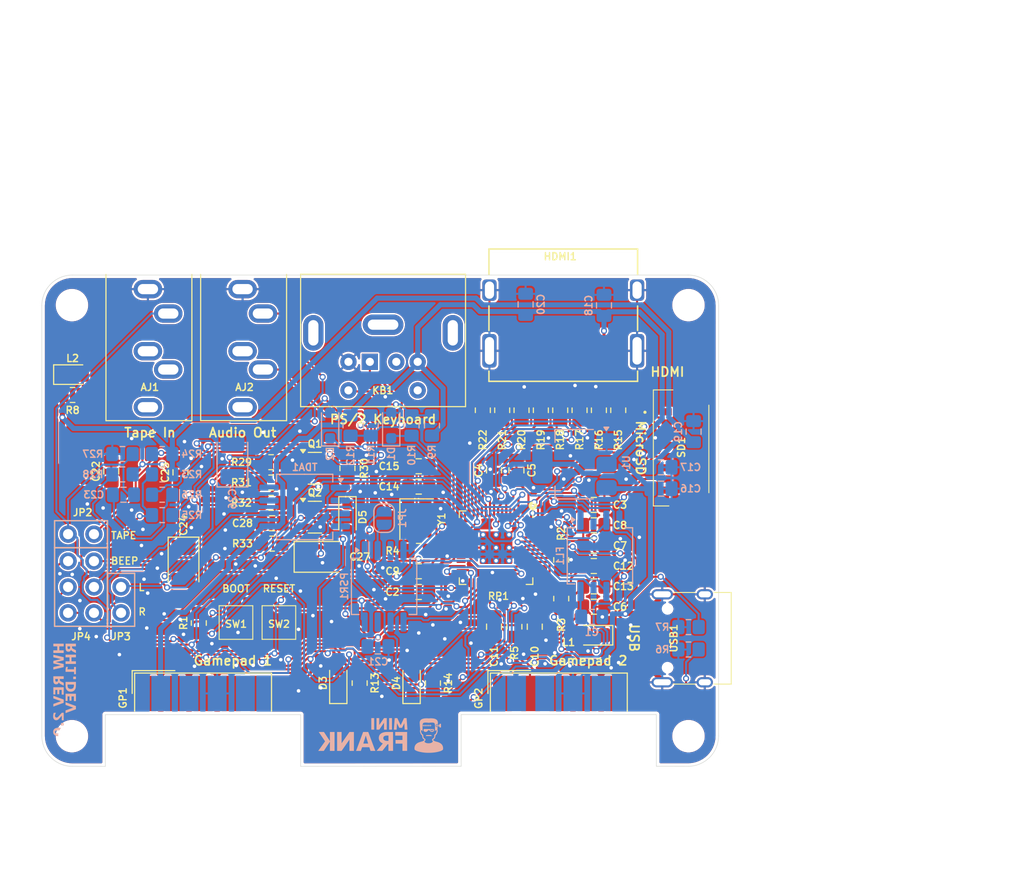
<source format=kicad_pcb>
(kicad_pcb (version 20240108) (generator "pcbnew") (generator_version "8.0")
  (title_block (title "MiniFRANK") (date "2025-01-14") (rev "2.0") (company "Mikhail Matveev") (comment 1 "https://github.com/xtremespb/frank"))
  (layers (0 "F.Cu" signal) (31 "B.Cu" signal) (34 "B.Paste" user) (35 "F.Paste" user) (36 "B.SilkS" user "B.Silkscreen") (37 "F.SilkS" user "F.Silkscreen") (38 "B.Mask" user) (39 "F.Mask" user) (44 "Edge.Cuts" user))
  (net 0 "")
  (net 1 "GND")
  (net 2 "/Audio Out/L*")
  (net 3 "/Audio Out/L")
  (net 4 "Net-(RP1-VREG_VOUT)")
  (net 5 "+3V3")
  (net 6 "/RP2040/XIN")
  (net 7 "VBUS")
  (net 8 "/Audio Out/R*")
  (net 9 "/Audio Out/R")
  (net 10 "/PS2_CLK")
  (net 11 "/PS2_DATA")
  (net 12 "/GP1_DATA")
  (net 13 "/GP2_DATA")
  (net 14 "Net-(C15-Pad1)")
  (net 15 "/RP2040/QSPI_SS")
  (net 16 "Net-(D5-A)")
  (net 17 "Net-(D5-K)")
  (net 19 "Net-(GP1-Pad2)")
  (net 21 "/GP_J3")
  (net 23 "/GP_J4")
  (net 28 "Net-(GP2-Pad2)")
  (net 30 "Net-(Q1-B)")
  (net 31 "/LOAD_IN_D")
  (net 32 "/Audio Out/FLT")
  (net 33 "Net-(JP1-A)")
  (net 34 "Net-(KB1-Pad5)")
  (net 35 "Net-(KB1-Pad1)")
  (net 38 "Net-(L1-A)")
  (net 39 "Net-(L2-A)")
  (net 40 "Net-(RP1-USB_DP)")
  (net 41 "/D+")
  (net 42 "/D-")
  (net 43 "Net-(RP1-USB_DM)")
  (net 44 "/RP2040/~{USB_BOOT}")
  (net 45 "/RP2040/GPIO25")
  (net 46 "/RP2040/XOUT")
  (net 47 "Net-(USB1-CC1)")
  (net 48 "Net-(USB1-CC2)")
  (net 49 "/HDMI_D0N")
  (net 50 "/SD_DAT0")
  (net 51 "/SD_CLK")
  (net 52 "/SD_DAT3")
  (net 53 "/SD_CMD")
  (net 54 "Net-(HDMI1-D0N)")
  (net 55 "Net-(HDMI1-D2N)")
  (net 56 "/HDMI_D2N")
  (net 57 "/RP2040/SWD")
  (net 58 "/RUN")
  (net 59 "/RP2040/QSPI_SCLK")
  (net 60 "Net-(HDMI1-CLKN)")
  (net 61 "/HDMI_CLKN")
  (net 62 "/HDMI_D0P")
  (net 63 "/RP2040/GPIO29")
  (net 64 "Net-(HDMI1-D0P)")
  (net 65 "/Micro SD/DAT2")
  (net 66 "/Micro SD/POL")
  (net 67 "/Micro SD/DET")
  (net 68 "/Micro SD/DAT1")
  (net 71 "/HDMI_D1N")
  (net 72 "Net-(HDMI1-D1N)")
  (net 73 "Net-(HDMI1-D2P)")
  (net 74 "/HDMI_D2P")
  (net 75 "Net-(HDMI1-CLKP)")
  (net 76 "/HDMI_CLKP")
  (net 77 "/HDMI_D1P")
  (net 78 "Net-(HDMI1-D1P)")
  (net 84 "/Audio Out/RIGHT_TDA")
  (net 85 "/PSR_SOSIO")
  (net 88 "/PSR_SCLK")
  (net 89 "/PSR_SISIO")
  (net 90 "/PSR_CE")
  (net 91 "/RP2040/QSPI_SD2")
  (net 92 "/RP2040/GPIO23")
  (net 93 "/RP2040/QSPI_SD0")
  (net 94 "/RP2040/QSPI_SD3")
  (net 95 "/RP2040/GPIO24")
  (net 96 "/RP2040/QSPI_SD1")
  (net 97 "/RP2040/SWCLK")
  (net 98 "/Audio Out/LEFT_TDA")
  (net 99 "/Audio Out/LEFT_OUT")
  (net 100 "/Audio Out/RIGHT_OUT")
  (net 101 "/Audio Out/BEEP_OUT")
  (net 102 "/AUDIO_B")
  (net 103 "/AUDIO_R")
  (net 104 "/AUDIO_L")
  (net 105 "/Tape In/LOAD_IN_D")
  (net 109 "Net-(C23-Pad2)")
  (net 110 "Net-(C24-Pad1)")
  (net 111 "Net-(C27-Pad1)")
  (footprint "FRANK:Capacitor (0805)" (layer "F.Cu") (at 191.8 78 90)
    (property "Reference" "C4")
    (property "Value" "100n")
  )
  (footprint "FRANK:Resistor (0805)" (layer "F.Cu") (at 170 85.2 180)
    (property "Reference" "R33")
    (property "Value" "330R")
  )
  (footprint "FRANK:D-SUB (9 pin, male)" (layer "F.Cu") (at 198.163 99.915)
    (property "Reference" "GP2")
    (property "Value" "Gamepad")
  )
  (footprint "FRANK:Resistor (0805)" (layer "F.Cu") (at 150.4 70.6 180)
    (property "Reference" "R8")
    (property "Value" "1K")
  )
  (footprint "FRANK:Capacitor (0805)" (layer "F.Cu") (at 170 83.2 180)
    (property "Reference" "C28")
    (property "Value" "10n")
  )
  (footprint "FRANK:Resistor (0805)" (layer "F.Cu") (at 177.4 77.8 -90)
    (property "Reference" "R30")
    (property "Value" "2K")
  )
  (footprint "FRANK:Pin Header (1x02)" (layer "F.Cu") (at 155.162 91.998 180)
    (property "Reference" "JP3")
    (property "Value" "Jumper I2S(2.54)")
  )
  (footprint "FRANK:SOT-23" (layer "F.Cu") (at 174.2 77.8)
    (property "Reference" "Q1")
    (property "Value" "BC850")
  )
  (footprint "FRANK:Resistor (0805)" (layer "F.Cu") (at 196.4 72.1 -90)
    (property "Reference" "R19")
    (property "Value" "270R")
  )
  (footprint "FRANK:Diode (SOD-323)" (layer "F.Cu") (at 176.5 98.9 90)
    (property "Reference" "D3")
    (property "Value" "3V3")
  )
  (footprint "FRANK:Button (SMD, 3x3mm)" (layer "F.Cu") (at 172.318 91.3 -90)
    (property "Reference" "SW2")
    (property "Value" "Reset Button" (hide yes))
  )
  (footprint "FRANK:MicroSD (SMD, short)" (layer "F.Cu") (at 210.2 75.8 90)
    (property "Reference" "SD1")
    (property "Value" "47571-0001" (hide yes))
  )
  (footprint "FRANK:Resistor (0805)" (layer "F.Cu") (at 169.9 81.2)
    (property "Reference" "R32")
    (property "Value" "1K")
  )
  (footprint "FRANK:Mounting Hole (2.7mm)" (layer "F.Cu") (at 150.339 61.774)
    (property "Reference" "H1" (hide yes))
    (property "Value" "MountingHole")
  )
  (footprint "FRANK:Resistor (0805)" (layer "F.Cu") (at 193.8 93.3625 90)
    (property "Reference" "R5")
    (property "Value" "1K")
  )
  (footprint "FRANK:Capacitor (0805)" (layer "F.Cu") (at 184.4 79.6 180)
    (property "Reference" "C14")
    (property "Value" "15p")
  )
  (footprint "FRANK:MiniDIN (6 Pin, female)" (layer "F.Cu") (at 179.6 67.344 180)
    (property "Reference" "KB1")
    (property "Value" "PS/2 Keyboard")
  )
  (footprint "FRANK:Capacitor (0805)" (layer "F.Cu") (at 195.8 93.3625 -90)
    (property "Reference" "C10")
    (property "Value" "100n")
  )
  (footprint "FRANK:Capacitor (0805)" (layer "F.Cu") (at 201.6 83.4)
    (property "Reference" "C8")
    (property "Value" "100n")
  )
  (footprint "FRANK:Resistor (0805)" (layer "F.Cu") (at 198.4 86.8 -90)
    (property "Reference" "R2")
    (property "Value" "27R")
  )
  (footprint "FRANK:Resistor (0805)" (layer "F.Cu") (at 202.1 72.1 -90)
    (property "Reference" "R16")
    (property "Value" "270R")
  )
  (footprint "FRANK:Resistor (0805)" (layer "F.Cu") (at 184.4 85.914 180)
    (property "Reference" "R4")
    (property "Value" "1K")
  )
  (footprint "FRANK:Mounting Hole (2.7mm)" (layer "F.Cu") (at 150.339 104.113)
    (property "Reference" "H4" (hide yes))
    (property "Value" "MountingHole")
  )
  (footprint "FRANK:SOT-23" (layer "F.Cu") (at 174.2 82.6)
    (property "Reference" "Q2")
    (property "Value" "BC850")
  )
  (footprint "FRANK:Resistor (0805)" (layer "F.Cu") (at 169.9 79.2 180)
    (property "Reference" "R31")
    (property "Value" "2K")
  )
  (footprint "FRANK:Diode (SOD-323)" (layer "F.Cu") (at 177.4 82.6 -90)
    (property "Reference" "D5")
    (property "Value" "1N4148")
  )
  (footprint "FRANK:Capacitor (0805)" (layer "F.Cu") (at 161 78.2 90)
    (property "Reference" "C25")
    (property "Value" "10n")
  )
  (footprint "FRANK:Resistor (0805)" (layer "F.Cu") (at 204 72.1 -90)
    (property "Reference" "R15")
    (property "Value" "270R")
  )
  (footprint "FRANK:QFN 56" (layer "F.Cu") (at 192 85.6 -90)
    (property "Reference" "RP1")
    (property "Value" "RP2040")
  )
  (footprint "FRANK:Jack (3.5mm)" (layer "F.Cu") (at 167.1 60.2)
    (property "Reference" "AJ2")
    (property "Value" "Audio Out")
  )
  (footprint "FRANK:Diode (SOD-323)" (layer "F.Cu") (at 183.7 98.9 90)
    (property "Reference" "D4")
    (property "Value" "3V3")
  )
  (footprint "FRANK:Capacitor (3528, tantalum, polar)" (layer "F.Cu") (at 174.8 86.5)
    (property "Reference" "C27")
    (property "Value" "10u*")
  )
  (footprint "FRANK:Capacitor (0805)" (layer "F.Cu") (at 201.6 91.4)
    (property "Reference" "C6")
    (property "Value" "100n")
  )
  (footprint "FRANK:Resistor (0805)" (layer "F.Cu") (at 198.3 72.1 -90)
    (property "Reference" "R18")
    (property "Value" "270R")
  )
  (footprint "FRANK:Capacitor (0805)" (layer "F.Cu") (at 184.4 89.953 180)
    (property "Reference" "C2")
    (property "Value" "100n")
  )
  (footprint "FRANK:Jack (3.5mm)" (layer "F.Cu") (at 157.8 60.2)
    (property "Reference" "AJ1")
    (property "Value" "Audio In")
  )
  (footprint "FRANK:Capacitor (0805)" (layer "F.Cu") (at 201.6 87.4)
    (property "Reference" "C12")
    (property "Value" "1u")
  )
  (footprint "FRANK:Resistor (0805)" (layer "F.Cu") (at 200.2 72.1 -90)
    (property "Reference" "R17")
    (property "Value" "270R")
  )
  (footprint "FRANK:Resistor (0805)" (layer "F.Cu") (at 162.8 93 90)
    (property "Reference" "R1")
    (property "Value" "1K")
  )
  (footprint "FRANK:Resistor (0805)" (layer "F.Cu") (at 190.7 72.1 -90)
    (property "Reference" "R22")
    (property "Value" "270R")
  )
  (footprint "FRANK:Mounting Hole (2.7mm)" (layer "F.Cu") (at 210.9 104.113)
    (property "Reference" "H3" (hide yes))
    (property "Value" "MountingHole")
  )
  (footprint "FRANK:Resistor (0805)" (layer "F.Cu") (at 185.8 98.9 90)
    (property "Reference" "R14")
    (property "Value" "1K")
  )
  (footprint "FRANK:Capacitor (0805)" (layer "F.Cu") (at 201.6 85.4)
    (property "Reference" "C7")
    (property "Value" "100n")
  )
  (footprint "FRANK:LED (0805)" (layer "F.Cu") (at 201.6 94.2 180)
    (property "Reference" "L1")
    (property "Value" "BLUE")
  )
  (footprint "FRANK:Resistor (0805)" (layer "F.Cu") (at 194.5 72.1 -90)
    (property "Reference" "R20")
    (property "Value" "270R")
  )
  (footprint "FRANK:D-SUB (9 pin, male)" (layer "F.Cu") (at 163.218 99.915)
    (property "Reference" "GP1")
    (property "Value" "Gamepad")
  )
  (footprint "FRANK:HDMI (female)" (layer "F.Cu") (at 198.6 66.26 180)
    (property "Reference" "HDMI1")
    (property "Value" "HDMI Female")
  )
  (footprint "FRANK:Capacitor (0805)" (layer "F.Cu") (at 201.6 89.4)
    (property "Reference" "C13")
    (property "Value" "1u")
  )
  (footprint "FRANK:Capacitor (0805)" (layer "F.Cu") (at 184.4 87.914 180)
    (property "Reference" "C9")
    (property "Value" "100n")
  )
  (footprint "FRANK:LED (0805)" (layer "F.Cu") (at 150.4 68.6)
    (property "Reference" "L2")
    (property "Value" "GREEN")
  )
  (footprint "FRANK:Resistor (0805)" (layer "F.Cu") (at 169.9 77.2)
    (property "Reference" "R29")
    (property "Value" "330R")
  )
  (footprint "FRANK:Pin Header (1x02)" (layer "F.Cu") (at 152.5 84.271 -90)
    (property "Reference" "JP2")
    (property "Value" "Jumper Tape In(2.54)")
  )
  (footprint "FRANK:Capacitor (3528, tantalum, polar)" (layer "F.Cu") (at 161.3 87.2 -90)
    (property "Reference" "C24")
    (property "Value" "10u*")
  )
  (footprint "FRANK:USB Type C" (layer "F.Cu") (at 215.1 94.5 90)
    (property "Reference" "USB1")
    (property "Value" "USB Type C")
  )
  (footprint "FRANK:Crystal (3225)" (layer "F.Cu") (at 184.2 82.8 -90)
    (property "Reference" "Y1")
    (property "Value" "12 MHz")
  )
  (footprint "FRANK:Resistor (0805)" (layer "F.Cu") (at 198.4 90.6 90)
    (property "Reference" "R3")
    (property "Value" "27R")
  )
  (footprint "FRANK:Capacitor (0805)" (layer "F.Cu") (at 191.8 93.3625 -90)
    (property "Reference" "C11")
    (property "Value" "100n")
  )
  (footprint "FRANK:Capacitor (0805)" (layer "F.Cu") (at 154.2 78.1 90)
    (property "Reference" "C22")
    (property "Value" "100n")
  )
  (footprint "FRANK:Pin Header (2x03)" (layer "F.Cu") (at 152.5 92 180)
    (property "Reference" "JP4")
    (property "Value" "Jumpers Audio(2.54)")
  )
  (footprint "FRANK:Button (SMD, 3x3mm)" (layer "F.Cu") (at 168.1 91.3 -90)
    (property "Reference" "SW1")
    (property "Value" "Flash Button" (hide yes))
  )
  (footprint "FRANK:Capacitor (0805)" (layer "F.Cu") (at 194 78 90)
    (property "Reference" "C5")
    (property "Value" "100n")
  )
  (footprint "FRANK:Resistor (0805)" (layer "F.Cu") (at 178.6 98.9 90)
    (property "Reference" "R13")
    (property "Value" "1K")
  )
  (footprint "FRANK:Capacitor (0805)" (layer "F.Cu") (at 184.4 77.6)
    (property "Reference" "C15")
    (property "Value" "15p")
  )
  (footprint "FRANK:Resistor (0805)" (layer "F.Cu") (at 192.6 72.1 -90)
    (property "Reference" "R21")
    (property "Value" "270R")
  )
  (footprint "FRANK:Mounting Hole (2.7mm)" (layer "F.Cu") (at 210.9 61.774)
    (property "Reference" "H2" (hide yes))
    (property "Value" "MountingHole")
  )
  (footprint "FRANK:Capacitor (0805)" (layer "F.Cu") (at 201.6 81.4)
    (property "Reference" "C3")
    (property "Value" "100n")
  )
  (footprint "FRANK:Diode (SOD-323)" (layer "B.Cu") (at 181.7 73.6 90)
    (property "Reference" "D1")
    (property "Value" "3V3")
  )
  (footprint "FRANK:Capacitor (0805)" (layer "B.Cu") (at 202.6 61.8 90)
    (property "Reference" "C18")
    (property "Value" "100n")
  )
  (footprint "FRANK:SOIC-8" (layer "B.Cu") (at 202.2 86.4 -90)
    (property "Reference" "FL1")
    (property "Value" "W25Q128JVSIQ")
  )
  (footprint "FRANK:SOIC-8" (layer "B.Cu") (at 181 89.4 -90)
    (property "Reference" "PSR1")
    (property "Value" "ESP-PSRAM32")
  )
  (footprint "FRANK:SOT-223" (layer "B.Cu") (at 199.7 77.4 180)
    (property "Reference" "U1")
    (property "Value" "NCP1117 3.3")
  )
  (footprint "FRANK:Jumper (solder)" (layer "B.Cu") (at 181 82.7 90)
    (property "Reference" "JP1")
    (property "Value" "Jumper PSRAM (2.54)")
  )
  (footprint "FRANK:Resistor (0805)" (layer "B.Cu") (at 210.9 93.4)
    (property "Reference" "R7")
    (property "Value" "5.1K")
  )
  (footprint "FRANK:SOIC-8" (layer "B.Cu") (at 173.2 81.6 180)
    (property "Reference" "TDA1")
    (property "Value" "TDA1387T")
  )
  (footprint "FRANK:Capacitor (0805)" (layer "B.Cu") (at 180.4 95.3)
    (property "Reference" "C21")
    (property "Value" "100n")
  )
  (footprint "FRANK:Capacitor (3528, tantalum, polar)" (layer "B.Cu") (at 166.1 77 90)
    (property "Reference" "C26")
    (property "Value" "10u*")
  )
  (footprint "FRANK:Resistor (0805)" (layer "B.Cu") (at 155.3 76.4 180)
    (property "Reference" "R27")
    (property "Value" "100R")
  )
  (footprint "FRANK:Resistor (0805)" (layer "B.Cu") (at 159.2 78.4 180)
    (property "Reference" "R23")
    (property "Value" "10K")
  )
  (footprint "FRANK:Resistor (0805)" (layer "B.Cu") (at 155.3 78.4 180)
    (property "Reference" "R28")
    (property "Value" "1K")
  )
  (footprint "FRANK:Diode (SOD-323)" (layer "B.Cu") (at 175.7 73.6 90)
    (property "Reference" "D2")
    (property "Value" "3V3")
  )
  (footprint "FRANK:Resistor (0805)" (layer "B.Cu") (at 177.7 73.6 -90)
    (property "Reference" "R12")
    (property "Value" "1K")
  )
  (footprint "FRANK:Resistor (0805)" (layer "B.Cu") (at 179.692 73.6 90)
    (property "Reference" "R11")
    (property "Value" "100R")
  )
  (footprint "FRANK:Resistor (0805)" (layer "B.Cu") (at 159.2 82.4)
    (property "Reference" "R25")
    (property "Value" "10K")
  )
  (footprint "FRANK:Resistor (0805)" (layer "B.Cu") (at 159.2 80.4 180)
    (property "Reference" "R26")
    (property "Value" "10K")
  )
  (footprint "FRANK:Capacitor (0805)" (layer "B.Cu") (at 208.2 77.7)
    (property "Reference" "C17")
    (property "Value" "10u")
  )
  (footprint "FRANK:Capacitor (0805)" (layer "B.Cu") (at 211.4 74.2 -90)
    (property "Reference" "C19")
    (property "Value" "100n")
  )
  (footprint "FRANK:Resistor (0805)" (layer "B.Cu") (at 185.7 73.6 90)
    (property "Reference" "R9")
    (property "Value" "1K")
  )
  (footprint "FRANK:Capacitor (0805)" (layer "B.Cu") (at 201.4 92.4)
    (property "Reference" "C1")
    (property "Value" "100n")
  )
  (footprint "FRANK:Resistor (0805)" (layer "B.Cu") (at 210.9 95.6)
    (property "Reference" "R6")
    (property "Value" "5.1K")
  )
  (footprint "FRANK:Resistor (0805)" (layer "B.Cu") (at 183.7 73.6 -90)
    (property "Reference" "R10")
    (property "Value" "100R")
  )
  (footprint "FRANK:Capacitor (0805)" (layer "B.Cu") (at 208.2 79.8)
    (property "Reference" "C16")
    (property "Value" "10u")
  )
  (footprint "FRANK:Resistor (0805)" (layer "B.Cu") (at 159.2 76.4 180)
    (property "Reference" "R24")
    (property "Value" "1K")
  )
  (footprint "FRANK:Capacitor (0805)" (layer "B.Cu") (at 155.4 80.4 180)
    (property "Reference" "C23")
    (property "Value" "100n")
  )
  (footprint "FRANK:Capacitor (0805)" (layer "B.Cu") (at 194.9 61.7 90)
    (property "Reference" "C20")
    (property "Value" "100n")
  )
  (gr_poly (pts (xy 186.160309 102.983767) (xy 186.15717 102.98414) (xy 186.154075 102.984754) (xy 186.15103 102.985603) (xy 186.148037 102.986681) (xy 186.145102 102.987981) (xy 186.142227 102.989498) (xy 186.139417 102.991225) (xy 186.136675 102.993156) (xy 186.134006 102.995285) (xy 186.128901 103.000112) (xy 186.124133 103.005656) (xy 186.119734 103.011869) (xy 186.115735 103.018699) (xy 186.112167 103.0261) (xy 186.109062 103.034019) (xy 186.106451 103.042409) (xy 186.104366 103.05122) (xy 186.102837 103.060403) (xy 186.101897 103.069907) (xy 186.101577 103.079685) (xy 186.101658 103.08464) (xy 186.101897 103.089532) (xy 186.102292 103.094353) (xy 186.102837 103.099097) (xy 186.10353 103.103759) (xy 186.104366 103.108333) (xy 186.105341 103.112812) (xy 186.106451 103.117189) (xy 186.107693 103.12146) (xy 186.109062 103.125618) (xy 186.110555 103.129656) (xy 186.112167 103.13357) (xy 186.113895 103.137352) (xy 186.115735 103.140996) (xy 186.117682 103.144497) (xy 186.119734 103.147848) (xy 186.121886 103.151043) (xy 186.124133 103.154077) (xy 186.126473 103.156942) (xy 186.128901 103.159633) (xy 186.131413 103.162144) (xy 186.134006 103.164469) (xy 186.136675 103.166601) (xy 186.139417 103.168535) (xy 186.142227 103.170264) (xy 186.145102 103.171783) (xy 186.148037 103.173084) (xy 186.15103 103.174163) (xy 186.154075 103.175012) (xy 186.15717 103.175626) (xy 186.160309 103.176) (xy 186.16349 103.176125) (xy 186.188493 103.176125) (xy 186.188493 102.983641) (xy 186.16349 102.983641)) (stroke (width -0.000001)) (fill solid) (layer "B.SilkS"))
  (gr_poly (pts (xy 186.231752 103.175728) (xy 186.324621 103.175728) (xy 186.324621 102.983641) (xy 186.231752 102.983641)) (stroke (width -0.000001)) (fill solid) (layer "B.SilkS"))
  (gr_poly (pts (xy 186.448843 102.983641) (xy 186.37423 102.983641) (xy 186.37423 103.176125) (xy 186.448843 103.176125) (xy 186.448843 103.256691) (xy 186.591321 103.256691) (xy 186.591321 102.896725) (xy 186.448843 102.896725)) (stroke (width -0.000001)) (fill solid) (layer "B.SilkS"))
  (gr_poly (pts (xy 176.825021 104.807281) (xy 176.825021 103.7) (xy 176.384489 103.7) (xy 176.384489 105.561344) (xy 176.825022 105.561344) (xy 177.594959 104.454063) (xy 177.594959 105.561344) (xy 178.03549 105.561344) (xy 178.03549 103.7) (xy 177.594958 103.7)) (stroke (width -0.000001)) (fill solid) (layer "B.SilkS"))
  (gr_poly (pts (xy 178.245834 105.561344) (xy 178.718115 105.561344) (xy 178.841146 105.200187) (xy 179.551552 105.200187) (xy 179.666646 105.561344) (xy 180.138927 105.561344) (xy 179.869407 104.839031) (xy 179.436459 104.839031) (xy 178.960208 104.839031) (xy 179.198334 104.053219) (xy 179.436459 104.839031) (xy 179.869407 104.839031) (xy 179.444396 103.7) (xy 178.940365 103.7)) (stroke (width -0.000001)) (fill solid) (layer "B.SilkS"))
  (gr_poly (pts (xy 180.523896 103.017375) (xy 180.523896 102.338719) (xy 180.254021 102.338719) (xy 180.254021 103.473781) (xy 180.523896 103.473781) (xy 180.992208 102.795125) (xy 180.992208 103.473781) (xy 181.262083 103.473781) (xy 181.262083 102.338719) (xy 180.992208 102.338719)) (stroke (width -0.000001)) (fill solid) (layer "B.SilkS"))
  (gr_poly (pts (xy 181.249312 103.700305) (xy 181.208812 103.701805) (xy 181.168391 103.704496) (xy 181.128076 103.708375) (xy 181.087893 103.71344) (xy 181.047867 103.719688) (xy 181.008026 103.727115) (xy 180.968396 103.735719) (xy 180.951315 103.739849) (xy 180.934337 103.744331) (xy 180.917467 103.749164) (xy 180.900711 103.754345) (xy 180.884074 103.759872) (xy 180.867561 103.765742) (xy 180.851178 103.771955) (xy 180.834929 103.778506) (xy 180.818821 103.785395) (xy 180.802858 103.792619) (xy 180.787045 103.800176) (xy 180.771389 103.808063) (xy 180.755893 103.816279) (xy 180.740565 103.824821) (xy 180.725408 103.833687) (xy 180.710428 103.842875) (xy 180.697351 103.851786) (xy 180.684563 103.861065) (xy 180.67207 103.870705) (xy 180.659881 103.880698) (xy 180.648001 103.891036) (xy 180.636438 103.901713) (xy 180.625198 103.912721) (xy 180.61429 103.924052) (xy 180.603719 103.935699) (xy 180.593493 103.947654) (xy 180.583619 103.95991) (xy 180.574104 103.972459) (xy 180.564954 103.985294) (xy 180.556178 103.998407) (xy 180.547781 104.011791) (xy 180.539771 104.025438) (xy 180.532646 104.04112) (xy 180.525965 104.056972) (xy 180.51973 104.072983) (xy 180.513943 104.089144) (xy 180.508606 104.105447) (xy 180.503723 104.12188) (xy 180.499293 104.138436) (xy 180.495321 104.155103) (xy 180.491807 104.171873) (xy 180.488755 104.188737) (xy 180.486165 104.205684) (xy 180.484041 104.222706) (xy 180.482384 104.239792) (xy 180.481197 104.256933) (xy 180.480482 104.274121) (xy 180.48024 104.291344) (xy 180.480355 104.313208) (xy 180.481352 104.334986) (xy 180.483223 104.356653) (xy 180.48596 104.378184) (xy 180.489554 104.399554) (xy 180.493999 104.420737) (xy 180.499285 104.441709) (xy 180.505405 104.462444) (xy 180.512351 104.482917) (xy 180.520115 104.503103) (xy 180.528688 104.522977) (xy 180.538064 104.542513) (xy 180.548234 104.561687) (xy 180.55919 104.580473) (xy 180.570924 104.598847) (xy 180.583428 104.616782) (xy 180.598006 104.63457) (xy 180.613168 104.651795) (xy 180.628896 104.668447) (xy 180.645173 104.684513) (xy 180.661983 104.69998) (xy 180.679307 104.714837) (xy 180.69713 104.729071) (xy 180.715433 104.74267) (xy 180.7342 104.755622) (xy 180.753414 104.767914) (xy 180.773057 104.779534) (xy 180.793113 104.790469) (xy 180.813563 104.800709) (xy 180.834392 104.810239) (xy 180.855581 104.819048) (xy 180.877115 104.827125) (xy 180.265927 105.557375) (xy 180.82949 105.557375) (xy 181.341458 104.910469) (xy 181.424802 104.910469) (xy 181.424802 105.557375) (xy 181.881209 105.557375) (xy 181.881209 104.053219) (xy 181.428771 104.053219) (xy 181.428771 104.577094) (xy 181.317645 104.577094) (xy 181.294903 104.576815) (xy 181.272811 104.575978) (xy 181.251371 104.574582) (xy 181.230581 104.572629) (xy 181.210443 104.570118) (xy 181.190956 104.567048) (xy 181.17212 104.56342) (xy 181.153935 104.559235) (xy 181.136401 104.554491) (xy 181.119518 104.549189) (xy 181.103287 104.543329) (xy 181.087706 104.53691) (xy 181.072777 104.529934) (xy 181.058499 104.5224) (xy 181.044872 104.514307) (xy 181.031896 104.505657) (xy 181.025406 104.501376) (xy 181.019091 104.496901) (xy 181.012953 104.492237) (xy 181.006995 104.487389) (xy 181.00122 104.482363) (xy 180.99563 104.477164) (xy 180.990228 104.471798) (xy 180.985018 104.46627) (xy 180.980002 104.460586) (xy 180.975183 104.454751) (xy 180.966148 104.442651) (xy 180.957934 104.430012) (xy 180.950564 104.41688) (xy 180.944062 104.403297) (xy 180.93845 104.389307) (xy 180.933751 104.374955) (xy 180.931751 104.367656) (xy 180.929987 104.360283) (xy 180.928463 104.352842) (xy 180.927181 104.345337) (xy 180.926145 104.337774) (xy 180.925357 104.330158) (xy 180.924819 104.322496) (xy 180.924535 104.314792) (xy 180.924508 104.307052) (xy 180.924741 104.299281) (xy 180.924739 104.299281) (xy 180.924316 104.285091) (xy 180.924885 104.271031) (xy 180.926423 104.257148) (xy 180.928908 104.243485) (xy 180.932315 104.230085) (xy 180.936621 104.216994) (xy 180.941802 104.204255) (xy 180.947836 104.191913) (xy 180.954698 104.180011) (xy 180.962365 104.168595) (xy 180.970814 104.157707) (xy 180.980021 104.147393) (xy 180.989962 104.137695) (xy 181.000614 104.12866) (xy 181.011954 104.12033) (xy 181.023959 104.11275) (xy 181.03985 104.104677) (xy 181.055975 104.09717) (xy 181.07232 104.09023) (xy 181.088867 104.083862) (xy 181.105603 104.078069) (xy 181.122512 104.072854) (xy 181.13958 104.06822) (xy 181.15679 104.064171) (xy 181.174128 104.060709) (xy 181.191579 104.057839) (xy 181.209128 104.055564) (xy 181.226758 104.053886) (xy 181.244456 104.052809) (xy 181.262206 104.052337) (xy 181.279993 104.052472) (xy 181.297802 104.053219) (xy 181.428771 104.053219) (xy 181.881209 104.053219) (xy 181.881209 103.7) (xy 181.289865 103.7)) (stroke (width -0.000001)) (fill solid) (layer "B.SilkS"))
  (gr_poly (pts (xy 185.104291 102.35987) (xy 185.043993 102.363298) (xy 184.987815 102.368641) (xy 184.935609 102.37578) (xy 184.887233 102.384595) (xy 184.842539 102.394967) (xy 184.801382 102.406777) (xy 184.763618 102.419904) (xy 184.7291 102.434231) (xy 184.697684 102.449637) (xy 184.669224 102.466004) (xy 184.643574 102.483211) (xy 184.620589 102.50114) (xy 184.600123 102.519671) (xy 184.582032 102.538686) (xy 184.566169 102.558064) (xy 184.55239 102.577686) (xy 184.540549 102.597433) (xy 184.530501 102.617186) (xy 184.522099 102.636825) (xy 184.5152 102.656231) (xy 184.509656 102.675285) (xy 184.505324 102.693868) (xy 184.49971 102.72914) (xy 184.497195 102.761094) (xy 184.496615 102.788775) (xy 184.49819 102.846756) (xy 184.502444 102.929368) (xy 184.516161 103.136636) (xy 184.53211 103.346881) (xy 184.544637 103.496403) (xy 184.544019 103.497092) (xy 184.543421 103.497798) (xy 184.542844 103.49852) (xy 184.542287 103.499257) (xy 184.541751 103.50001) (xy 184.541236 103.500778) (xy 184.540743 103.50156) (xy 184.540271 103.502357) (xy 184.537547 103.508026) (xy 184.534999 103.513765) (xy 184.532629 103.519571) (xy 184.530439 103.525439) (xy 184.528428 103.531366) (xy 184.526597 103.537346) (xy 184.524949 103.543376) (xy 184.523483 103.549451) (xy 184.5222 103.555568) (xy 184.521103 103.561722) (xy 184.52019 103.567909) (xy 184.519464 103.574125) (xy 184.518925 103.580366) (xy 184.518575 103.586627) (xy 184.518414 103.592905) (xy 184.518443 103.599194) (xy 184.518934 103.613415) (xy 184.519927 103.627595) (xy 184.521419 103.641724) (xy 184.523409 103.655786) (xy 184.525894 103.669769) (xy 184.528873 103.68366) (xy 184.532343 103.697446) (xy 184.536302 103.711113) (xy 184.542814 103.735793) (xy 184.549941 103.76029) (xy 184.557677 103.784593) (xy 184.566018 103.808691) (xy 184.574961 103.832573) (xy 184.584502 103.856226) (xy 184.594635 103.87964) (xy 184.605358 103.902803) (xy 184.609386 103.910665) (xy 184.613643 103.91839) (xy 184.618124 103.925972) (xy 184.622825 103.933409) (xy 184.627743 103.940694) (xy 184.632874 103.947824) (xy 184.638214 103.954793) (xy 184.643759 103.961598) (xy 184.649506 103.968234) (xy 184.655451 103.974696) (xy 184.661589 103.980979) (xy 184.667917 103.98708) (xy 184.674431 103.992993) (xy 184.681128 103.998715) (xy 184.688003 104.004239) (xy 184.695052 104.009563) (xy 184.699539 104.012451) (xy 184.704079 104.015252) (xy 184.70867 104.017966) (xy 184.713312 104.020592) (xy 184.718003 104.023129) (xy 184.722742 104.025577) (xy 184.727528 104.027934) (xy 184.732358 104.0302) (xy 184.733192 104.047565) (xy 184.734327 104.064909) (xy 184.735763 104.082228) (xy 184.737499 104.099519) (xy 184.739535 104.116776) (xy 184.741871 104.133997) (xy 184.744506 104.151177) (xy 184.74744 104.168313) (xy 184.750397 104.184304) (xy 184.75376 104.200207) (xy 184.757529 104.216013) (xy 184.761699 104.231715) (xy 184.766271 104.247305) (xy 184.77124 104.262776) (xy 184.776605 104.27812) (xy 184.782365 104.293328) (xy 184.786746 104.302373) (xy 184.791436 104.311237) (xy 184.796427 104.319913) (xy 184.801713 104.328394) (xy 184.807288 104.336672) (xy 184.813147 104.344742) (xy 184.819282 104.352596) (xy 184.825688 104.360227) (xy 184.832359 104.367627) (xy 184.839289 104.37479) (xy 184.84647 104.381709) (xy 184.853898 104.388376) (xy 184.861566 104.394785) (xy 184.869468 104.400929) (xy 184.877598 104.4068) (xy 184.885949 104.412391) (xy 184.906555 104.425748) (xy 184.91601 104.431994) (xy 184.924892 104.437989) (xy 184.933198 104.443761) (xy 184.940922 104.449337) (xy 184.948061 104.454746) (xy 184.954608 104.460016) (xy 184.954608 104.477875) (xy 184.954383 104.479933) (xy 184.954078 104.481975) (xy 184.953693 104.483998) (xy 184.95323 104.486001) (xy 184.95269 104.487981) (xy 184.952073 104.489936) (xy 184.951381 104.491864) (xy 184.950614 104.493763) (xy 184.949774 104.495631) (xy 184.948861 104.497465) (xy 184.947876 104.499263) (xy 184.946821 104.501023) (xy 184.945695 104.502743) (xy 184.9445 104.504421) (xy 184.943238 104.506054) (xy 184.941908 104.507641) (xy 184.939251 104.510754) (xy 184.936541 104.513819) (xy 184.933779 104.516835) (xy 184.930967 104.519801) (xy 184.928104 104.522717) (xy 184.925192 104.525582) (xy 184.92223 104.528395) (xy 184.919221 104.531157) (xy 184.916163 104.533865) (xy 184.913059 104.53652) (xy 184.909909 104.539122) (xy 184.906713 104.541668) (xy 184.903473 104.54416) (xy 184.900188 104.546596) (xy 184.89686 104.548975) (xy 184.89349 104.551297) (xy 184.875715 104.56244) (xy 184.857603 104.572994) (xy 184.839168 104.582951) (xy 184.820426 104.592303) (xy 184.801391 104.601044) (xy 184.782078 104.609167) (xy 184.762502 104.616664) (xy 184.742677 104.623528) (xy 184.729782 104.628212) (xy 184.715566 104.632799) (xy 184.700122 104.637376) (xy 184.683543 104.642033) (xy 184.647353 104.651936) (xy 184.627928 104.657359) (xy 184.60774 104.663216) (xy 184.520923 104.688368) (xy 184.498033 104.695295) (xy 184.474799 104.702674) (xy 184.451286 104.710602) (xy 184.427559 104.719176) (xy 184.401468 104.728246) (xy 184.375828 104.738316) (xy 184.350666 104.749365) (xy 184.326006 104.761374) (xy 184.301874 104.774326) (xy 184.278297 104.788201) (xy 184.255301 104.802979) (xy 184.23291 104.818644) (xy 184.211152 104.835175) (xy 184.190051 104.852553) (xy 184.169634 104.870761) (xy 184.149926 104.889778) (xy 184.130953 104.909587) (xy 184.112742 104.930168) (xy 184.095317 104.951503) (xy 184.078706 104.973571) (xy 184.078705 104.973572) (xy 184.066934 104.992831) (xy 184.055916 105.012469) (xy 184.045658 105.032461) (xy 184.036165 105.052786) (xy 184.027445 105.073421) (xy 184.019503 105.094344) (xy 184.012345 105.115533) (xy 184.005978 105.136964) (xy 184.000408 105.158617) (xy 183.995641 105.180467) (xy 183.991683 105.202494) (xy 183.988541 105.224675) (xy 183.98622 105.246987) (xy 183.984727 105.269408) (xy 183.984068 105.291916) (xy 183.984249 105.314488) (xy 183.98441 105.333029) (xy 183.984943 105.351794) (xy 183.985373 105.361283) (xy 183.985923 105.370856) (xy 183.986604 105.380522) (xy 183.987424 105.390291) (xy 183.987745 105.39336) (xy 183.988166 105.396412) (xy 183.988687 105.399443) (xy 183.989306 105.402451) (xy 183.990022 105.405434) (xy 183.990835 105.40839) (xy 183.991743 105.411316) (xy 183.992747 105.414211) (xy 183.993845 105.41707) (xy 183.995036 105.419894) (xy 183.996319 105.422678) (xy 183.997694 105.42542) (xy 183.99916 105.42812) (xy 184.000715 105.430773) (xy 184.00236 105.433377) (xy 184.004092 105.435931) (xy 184.005683 105.438174) (xy 184.007309 105.440391) (xy 184.008968 105.442581) (xy 184.01066 105.444745) (xy 184.012386 105.446881) (xy 184.014144 105.448989) (xy 184.015935 105.45107) (xy 184.017758 105.453122) (xy 184.019613 105.455146) (xy 184.0215 105.45714) (xy 184.023418 105.459105) (xy 184.025366 105.46104) (xy 184.027345 105.462945) (xy 184.029354 105.46482) (xy 184.031393 105.466663) (xy 184.033461 105.468475) (xy 184.043412 105.476544) (xy 184.053596 105.484302) (xy 184.064006 105.491743) (xy 184.074634 105.498863) (xy 184.085474 105.505658) (xy 184.096517 105.512121) (xy 184.107757 105.51825) (xy 184.119186 105.524038) (xy 184.153917 105.540337) (xy 184.189036 105.555734) (xy 184.224526 105.570222) (xy 184.26037 105.583796) (xy 184.296549 105.596448) (xy 184.333046 105.608173) (xy 184.369842 105.618963) (xy 184.406922 105.628813) (xy 184.527737 105.65753) (xy 184.649321 105.682318) (xy 184.771577 105.703165) (xy 184.89441 105.720059) (xy 185.017723 105.732988) (xy 185.14142 105.741942) (xy 185.265406 105.746908) (xy 185.389583 105.747875) (xy 185.481097 105.746972) (xy 185.570288 105.744332) (xy 185.657063 105.740061) (xy 185.741332 105.734263) (xy 185.823004 105.727045) (xy 185.901987 105.718512) (xy 185.97819 105.708768) (xy 186.051521 105.697918) (xy 186.12189 105.686069) (xy 186.189205 105.673325) (xy 186.253375 105.659792) (xy 186.314308 105.645574) (xy 186.371914 105.630778) (xy 186.426101 105.615507) (xy 186.476778 105.599868) (xy 186.523853 105.583966) (xy 186.548528 105.575362) (xy 186.572929 105.566056) (xy 186.597042 105.556055) (xy 186.620852 105.545366) (xy 186.644344 105.533994) (xy 186.667503 105.521948) (xy 186.690315 105.509234) (xy 186.712765 105.495859) (xy 186.717275 105.492989) (xy 186.721712 105.490015) (xy 186.726072 105.486938) (xy 186.730355 105.48376) (xy 186.734558 105.480483) (xy 186.738681 105.477107) (xy 186.74272 105.473636) (xy 186.746675 105.47007) (xy 186.750544 105.46641) (xy 186.754325 105.462659) (xy 186.758016 105.458818) (xy 186.761617 105.454888) (xy 186.765124 105.450871) (xy 186.768538 105.446768) (xy 186.771855 105.442582) (xy 186.775074 105.438313) (xy 186.776877 105.43572) (xy 186.778592 105.433076) (xy 186.780219 105.430382) (xy 186.781757 105.42764) (xy 186.783205 105.424854) (xy 186.784561 105.422025) (xy 186.785826 105.419155) (xy 186.786998 105.416247) (xy 186.788077 105.413303) (xy 186.789061 105.410326) (xy 186.78995 105.407317) (xy 186.790742 105.404278) (xy 186.791438 105.401213) (xy 186.792035 105.398123) (xy 186.792534 105.395011) (xy 186.792933 105.391878) (xy 186.793981 105.38211) (xy 186.794769 105.372444) (xy 186.795333 105.362871) (xy 186.795711 105.353381) (xy 186.795941 105.343966) (xy 186.796059 105.334617) (xy 186.796108 105.316075) (xy 186.796187 105.298574) (xy 186.79579 105.281101) (xy 186.794919 105.263664) (xy 186.793576 105.246273) (xy 186.791763 105.228937) (xy 186.789482 105.211667) (xy 186.786734 105.194471) (xy 186.783523 105.177358) (xy 186.779848 105.160339) (xy 186.775713 105.143423) (xy 186.77112 105.126619) (xy 186.76607 105.109936) (xy 186.760565 105.093385) (xy 186.754607 105.076975) (xy 186.748198 105.060714) (xy 186.741339 105.044613) (xy 186.734947 105.031347) (xy 186.728207 105.018275) (xy 186.721124 105.005405) (xy 186.713703 104.992742) (xy 186.705948 104.980292) (xy 186.697866 104.968063) (xy 186.68946 104.956059) (xy 186.680735 104.944289) (xy 186.671697 104.932758) (xy 186.66235 104.921472) (xy 186.652698 104.910439) (xy 186.642748 104.899663) (xy 186.632503 104.889153) (xy 186.621969 104.878913) (xy 186.61115 104.868951) (xy 186.600052 104.859272) (xy 186.579296 104.843422) (xy 186.558151 104.828153) (xy 186.536628 104.813469) (xy 186.514741 104.799378) (xy 186.492501 104.785886) (xy 186.469921 104.772997) (xy 186.447013 104.760719) (xy 186.423791 104.749058) (xy 186.400267 104.73802) (xy 186.376452 104.72761) (xy 186.352361 104.717835) (xy 186.328004 104.7087) (xy 186.303395 104.700213) (xy 186.278547 104.692379) (xy 186.253471 104.685204) (xy 186.22818 104.678694) (xy 186.17116 104.663061) (xy 186.119089 104.649176) (xy 186.095432 104.642739) (xy 186.073641 104.636557) (xy 186.053923 104.63057) (xy 186.036489 104.624719) (xy 186.021454 104.619393) (xy 186.006549 104.613727) (xy 185.991782 104.607723) (xy 185.977158 104.601384) (xy 185.962682 104.594713) (xy 185.948361 104.587711) (xy 185.9342 104.580382) (xy 185.920205 104.572728) (xy 185.914329 104.569622) (xy 185.908536 104.566379) (xy 185.902826 104.563001) (xy 185.897203 104.559491) (xy 185.891668 104.555849) (xy 185.886223 104.552078) (xy 185.880872 104.54818) (xy 185.875616 104.544156) (xy 185.870457 104.540007) (xy 185.865397 104.535736) (xy 185.86044 104.531345) (xy 185.855587 104.526835) (xy 185.850839 104.522208) (xy 185.846201 104.517465) (xy 185.841673 104.512609) (xy 185.837258 104.507641) (xy 185.835898 104.506073) (xy 185.834608 104.504454) (xy 185.83339 104.502788) (xy 185.832245 104.501076) (xy 185.831174 104.499321) (xy 185.830177 104.497526) (xy 185.829256 104.495692) (xy 185.828413 104.493823) (xy 185.827647 104.49192) (xy 185.82696 104.489986) (xy 185.826354 104.488024) (xy 185.825828 104.486037) (xy 185.825385 104.484025) (xy 185.825025 104.481993) (xy 185.824749 104.479942) (xy 185.824558 104.477875) (xy 185.824558 104.459619) (xy 185.831154 104.45448) (xy 185.838405 104.449164) (xy 185.846262 104.443643) (xy 185.854671 104.43789) (xy 185.872946 104.425574) (xy 185.892821 104.411994) (xy 185.901206 104.406441) (xy 185.909367 104.400602) (xy 185.917296 104.394484) (xy 185.924987 104.388095) (xy 185.932434 104.381442) (xy 185.93963 104.374533) (xy 185.946569 104.367374) (xy 185.953245 104.359973) (xy 185.959651 104.352337) (xy 185.965781 104.344474) (xy 185.971629 104.336391) (xy 185.977187 104.328095) (xy 185.982451 104.319594) (xy 185.987412 104.310894) (xy 185.992066 104.302004) (xy 185.996405 104.292931) (xy 186.002281 104.277812) (xy 186.007731 104.262543) (xy 186.012752 104.247134) (xy 186.017341 104.231595) (xy 186.021496 104.215934) (xy 186.025214 104.200161) (xy 186.028493 104.184284) (xy 186.03133 104.168312) (xy 186.034475 104.151244) (xy 186.037303 104.134126) (xy 186.039815 104.116961) (xy 186.042009 104.099755) (xy 186.043885 104.082511) (xy 186.045443 104.065233) (xy 186.046682 104.047927) (xy 186.047602 104.030597) (xy 186.05232 104.028242) (xy 186.056995 104.025808) (xy 186.061628 104.023294) (xy 186.066217 104.020703) (xy 186.070761 104.018033) (xy 186.075259 104.015286) (xy 186.079711 104.012462) (xy 186.084115 104.009563) (xy 186.088491 104.006219) (xy 186.092796 104.002791) (xy 186.097027 103.999277) (xy 186.101184 103.99568) (xy 186.105265 103.992001) (xy 186.10927 103.988241) (xy 186.113197 103.984401) (xy 186.117044 103.980483) (xy 186.120812 103.976488) (xy 186.124498 103.972416) (xy 186.128101 103.96827) (xy 186.131621 103.96405) (xy 186.135055 103.959758) (xy 186.138403 103.955394) (xy 186.141664 103.950961) (xy 186.144837 103.946459) (xy 186.153204 103.93278) (xy 186.161282 103.918941) (xy 186.169069 103.904948) (xy 186.176562 103.890805) (xy 186.183759 103.876517) (xy 186.190659 103.862089) (xy 186.197259 103.847524) (xy 186.203558 103.832829) (xy 186.209554 103.818008) (xy 186.215244 103.803064) (xy 186.220627 103.788004) (xy 186.225701 103.772831) (xy 186.230463 103.757551) (xy 186.234913 103.742168) (xy 186.239047 103.726687) (xy 186.242865 103.711112) (xy 186.246849 103.697436) (xy 186.25038 103.683647) (xy 186.253454 103.669758) (xy 186.25607 103.655779) (xy 186.258226 103.641722) (xy 186.25992 103.627598) (xy 186.26115 103.613418) (xy 186.261915 103.599194) (xy 186.261938 103.59548) (xy 186.152825 103.59548) (xy 186.152774 103.5984) (xy 186.152325 103.608791) (xy 186.151519 103.619151) (xy 186.150359 103.629472) (xy 186.148844 103.639743) (xy 186.146978 103.649956) (xy 186.144761 103.660102) (xy 186.142194 103.670172) (xy 186.13928 103.680156) (xy 186.13329 103.702149) (xy 186.126749 103.723974) (xy 186.119663 103.74562) (xy 186.112035 103.767077) (xy 186.103868 103.788335) (xy 186.095167 103.809383) (xy 186.085936 103.830213) (xy 186.076177 103.850813) (xy 186.073752 103.855798) (xy 186.071179 103.860698) (xy 186.06846 103.86551) (xy 186.065599 103.870231) (xy 186.062597 103.874858) (xy 186.059458 103.879387) (xy 186.056183 103.883817) (xy 186.052774 103.888143) (xy 186.049235 103.892364) (xy 186.045568 103.896475) (xy 186.041775 103.900473) (xy 186.037859 103.904357) (xy 186.033822 103.908122) (xy 186.029667 103.911766) (xy 186.025396 103.915286) (xy 186.021011 103.918678) (xy 186.0156 103.922124) (xy 186.010081 103.925384) (xy 186.004459 103.928455) (xy 185.998738 103.931336) (xy 185.992925 103.934023) (xy 185.987023 103.936515) (xy 185.981038 103.938809) (xy 185.974974 103.940903) (xy 185.938461 103.954) (xy 185.938461 103.993688) (xy 185.938191 104.013199) (xy 185.937487 104.032692) (xy 185.936349 104.05216) (xy 185.934777 104.071595) (xy 185.932773 104.090991) (xy 185.930338 104.110339) (xy 185.927471 104.129633) (xy 185.924174 104.148866) (xy 185.921859 104.16181) (xy 185.91921 104.174683) (xy 185.916228 104.187479) (xy 185.912916 104.20019) (xy 185.909274 104.212812) (xy 185.905305 104.225336) (xy 185.901011 104.237757) (xy 185.896393 104.250069) (xy 185.893541 104.255666) (xy 185.890499 104.261145) (xy 185.887271 104.266503) (xy 185.883859 104.271734) (xy 185.880269 104.276835) (xy 185.876504 104.281802) (xy 185.872569 104.286629) (xy 185.868466 104.291313) (xy 185.864201 104.295849) (xy 185.859776 104.300232) (xy 185.855197 104.304459) (xy 185.850467 104.308526) (xy 185.845589 104.312427) (xy 185.840569 104.316158) (xy 185.835409 104.319715) (xy 185.830115 104.323094) (xy 185.816589 104.331453) (xy 185.803313 104.340185) (xy 185.790294 104.349285) (xy 185.777538 104.358746) (xy 185.765054 104.368562) (xy 185.75285 104.378728) (xy 185.740932 104.389239) (xy 185.729308 104.400088) (xy 185.715418 104.415566) (xy 185.715418 104.479066) (xy 185.715751 104.485507) (xy 185.716344 104.491911) (xy 185.717193 104.49827) (xy 185.718296 104.504577) (xy 185.71965 104.510825) (xy 185.721252 104.517005) (xy 185.723101 104.523112) (xy 185.725192 104.529137) (xy 185.727523 104.535073) (xy 185.730092 104.540913) (xy 185.732896 104.546649) (xy 185.735932 104.552275) (xy 185.739197 104.557782) (xy 185.742689 104.563164) (xy 185.746405 104.568413) (xy 185.750343 104.573522) (xy 185.755415 104.579686) (xy 185.760646 104.585711) (xy 185.766031 104.591593) (xy 185.77157 104.59733) (xy 185.777258 104.602919) (xy 185.783092 104.608356) (xy 185.789071 104.61364) (xy 185.79519 104.618766) (xy 185.782598 104.641918) (xy 185.768314 104.663597) (xy 185.752299 104.6838) (xy 185.734517 104.702525) (xy 185.714931 104.719769) (xy 185.693503 104.735529) (xy 185.670196 104.749801) (xy 185.644972 104.762584) (xy 185.617796 104.773873) (xy 185.588628 104.783667) (xy 185.557433 104.791962) (xy 185.524174 104.798755) (xy 185.488811 104.804044) (xy 185.45131 104.807825) (xy 185.411632 104.810096) (xy 185.36974 104.810853) (xy 185.330174 104.810188) (xy 185.292567 104.808193) (xy 185.256886 104.804868) (xy 185.2231 104.800212) (xy 185.206908 104.797386) (xy 185.191177 104.794226) (xy 185.175904 104.790735) (xy 185.161085 104.786911) (xy 185.146715 104.782754) (xy 185.132791 104.778265) (xy 185.119309 104.773443) (xy 185.106264 104.768288) (xy 185.093653 104.762802) (xy 185.081472 104.756982) (xy 185.069716 104.75083) (xy 185.058383 104.744346) (xy 185.047466 104.737529) (xy 185.036964 104.730379) (xy 185.026871 104.722897) (xy 185.017184 104.715082) (xy 185.007899 104.706935) (xy 184.999011 104.698455) (xy 184.990517 104.689643) (xy 184.982413 104.680498) (xy 184.974695 104.671021) (xy 184.967358 104.661211) (xy 184.960399 104.651069) (xy 184.953814 104.640594) (xy 184.959003 104.63705) (xy 184.964121 104.633411) (xy 184.969167 104.629678) (xy 184.97414 104.625853) (xy 184.979038 104.621936) (xy 184.98386 104.617928) (xy 184.988604 104.613831) (xy 184.993271 104.609646) (xy 184.997858 104.605374) (xy 185.002364 104.601016) (xy 185.006788 104.596573) (xy 185.011128 104.592046) (xy 185.015384 104.587437) (xy 185.019555 104.582746) (xy 185.023638 104.577975) (xy 185.027633 104.573125) (xy 185.03157 104.568016) (xy 185.035287 104.562767) (xy 185.038779 104.557385) (xy 185.042044 104.551877) (xy 185.04508 104.546252) (xy 185.047884 104.540515) (xy 185.050453 104.534676) (xy 185.052784 104.528739) (xy 185.054875 104.522715) (xy 185.056723 104.516608) (xy 185.058326 104.510428) (xy 185.05968 104.50418) (xy 185.060783 104.497873) (xy 185.061632 104.491514) (xy 185.062225 104.48511) (xy 185.062558 104.478669) (xy 185.062558 104.415566) (xy 185.048668 104.400087) (xy 185.037019 104.389203) (xy 185.025069 104.378667) (xy 185.012824 104.368485) (xy 185.000293 104.358663) (xy 184.987484 104.349206) (xy 184.974404 104.340122) (xy 184.961062 104.331416) (xy 184.947464 104.323094) (xy 184.942207 104.319693) (xy 184.937084 104.316117) (xy 184.932098 104.312371) (xy 184.927255 104.308458) (xy 184.922557 104.304383) (xy 184.918008 104.30015) (xy 184.913612 104.295763) (xy 184.909374 104.291227) (xy 184.905297 104.286546) (xy 184.901384 104.281723) (xy 184.89764 104.276764) (xy 184.894068 104.271673) (xy 184.890673 104.266454) (xy 184.887458 104.26111) (xy 184.884427 104.255647) (xy 184.881583 104.250068) (xy 184.876965 104.237757) (xy 184.87267 104.225336) (xy 184.868702 104.212812) (xy 184.86506 104.200192) (xy 184.861748 104.187482) (xy 184.858767 104.174689) (xy 184.856119 104.161819) (xy 184.853805 104.14888) (xy 184.850611 104.130089) (xy 184.847847 104.111238) (xy 184.845513 104.092333) (xy 184.843608 104.073382) (xy 184.842135 104.054392) (xy 184.841094 104.03537) (xy 184.840484 104.016324) (xy 184.840308 103.99726) (xy 184.840308 103.957572) (xy 184.804192 103.944475) (xy 184.798128 103.942381) (xy 184.792143 103.940087) (xy 184.786241 103.937595) (xy 184.780428 103.934908) (xy 184.774708 103.932027) (xy 184.769085 103.928956) (xy 184.763566 103.925696) (xy 184.758155 103.92225) (xy 184.755518 103.920321) (xy 184.752925 103.918338) (xy 184.750377 103.916302) (xy 184.747873 103.914213) (xy 184.745416 103.912073) (xy 184.743005 103.909882) (xy 184.740642 103.90764) (xy 184.738328 103.905349) (xy 184.736062 103.90301) (xy 184.733846 103.900623) (xy 184.731681 103.898189) (xy 184.729568 103.895708) (xy 184.727506 103.893183) (xy 184.725497 103.890612) (xy 184.723543 103.887998) (xy 184.721642 103.88534) (xy 184.707981 103.861602) (xy 184.695279 103.837373) (xy 184.683548 103.812682) (xy 184.672801 103.787559) (xy 184.663049 103.762032) (xy 184.654305 103.736133) (xy 184.64658 103.709889) (xy 184.639886 103.683331) (xy 184.636972 103.673347) (xy 184.634406 103.663277) (xy 184.632189 103.653131) (xy 184.630322 103.642918) (xy 184.628808 103.632647) (xy 184.627647 103.622326) (xy 184.626842 103.611966) (xy 184.626393 103.601575) (xy 184.626307 103.598651) (xy 184.626311 103.595731) (xy 184.626403 103.592816) (xy 184.626584 103.589909) (xy 184.626854 103.587011) (xy 184.627211 103.584125) (xy 184.627655 103.581252) (xy 184.628187 103.578394) (xy 184.628805 103.575555) (xy 184.629509 103.572734) (xy 184.630299 103.569935) (xy 184.631174 103.56716) (xy 184.632134 103.564409) (xy 184.633179 103.561687) (xy 184.634308 103.558993) (xy 184.635521 103.556331) (xy 184.636232 103.555013) (xy 184.636985 103.55372) (xy 184.637778 103.552455) (xy 184.638611 103.551218) (xy 184.639482 103.550009) (xy 184.640391 103.548831) (xy 184.641337 103.547682) (xy 184.64232 103.546566) (xy 184.643338 103.545481) (xy 184.644392 103.54443) (xy 184.645479 103.543413) (xy 184.646599 103.542431) (xy 184.647751 103.541485) (xy 184.648936 103.540575) (xy 184.650151 103.539703) (xy 184.651396 103.538869) (xy 184.653318 103.537815) (xy 184.655269 103.536823) (xy 184.657247 103.535895) (xy 184.659251 103.535029) (xy 184.661279 103.534228) (xy 184.663329 103.533491) (xy 184.6654 103.532818) (xy 184.667491 103.53221) (xy 184.6696 103.531668) (xy 184.671725 103.531192) (xy 184.673865 103.530782) (xy 184.676018 103.530438) (xy 184.678183 103.530162) (xy 184.680358 103.529954) (xy 184.682542 103.529813) (xy 184.684733 103.529741) (xy 184.704974 103.529741) (xy 184.794271 103.658725) (xy 184.785285 103.479666) (xy 184.782111 103.400511) (xy 184.779835 103.32788) (xy 184.77847 103.261482) (xy 184.77803 103.201023) (xy 184.77853 103.14621) (xy 184.779983 103.09675) (xy 184.877218 103.09675) (xy 184.877218 103.162631) (xy 184.926827 103.162631) (xy 184.926827 103.09675) (xy 185.03438 103.09675) (xy 185.03438 103.162631) (xy 185.08399 103.162631) (xy 185.08399 103.09675) (xy 185.191543 103.09675) (xy 185.191543 103.162631) (xy 185.241152 103.162631) (xy 185.241152 103.09675) (xy 185.348705 103.09675) (xy 185.348705 103.162631) (xy 185.398315 103.162631) (xy 185.398315 103.09675) (xy 185.505868 103.09675) (xy 185.505868 103.162631) (xy 185.555477 103.162631) (xy 185.555477 103.09675) (xy 185.662236 103.09675) (xy 185.662236 103.04595) (xy 185.555477 103.04595) (xy 185.555477 102.979672) (xy 185.505868 102.979672) (xy 185.505868 103.04595) (xy 185.398315 103.04595) (xy 185.398315 102.979672) (xy 185.348705 102.979672) (xy 185.348705 103.04595) (xy 185.241152 103.04595) (xy 185.241152 102.979672) (xy 185.191543 102.979672) (xy 185.191543 103.04595) (xy 185.08399 103.04595) (xy 185.08399 102.979672) (xy 185.03438 102.979672) (xy 185.03438 103.04595) (xy 184.926827 103.04595) (xy 184.926827 102.979672) (xy 184.877218 102.979672) (xy 184.877218 103.043966) (xy 184.782761 103.043966) (xy 184.783984 103.027963) (xy 184.785346 103.012683) (xy 184.786844 102.99811) (xy 184.788479 102.984225) (xy 184.79025 102.971011) (xy 184.792154 102.958448) (xy 184.794191 102.946521) (xy 184.79636 102.93521) (xy 184.79866 102.924497) (xy 184.80109 102.914366) (xy 184.803648 102.904798) (xy 184.806334 102.895775) (xy 184.809147 102.887279) (xy 184.812084 102.879293) (xy 184.815146 102.871798) (xy 184.818331 102.864777) (xy 184.821638 102.858211) (xy 184.825067 102.852084) (xy 184.828615 102.846376) (xy 184.832281 102.841071) (xy 184.836066 102.83615) (xy 184.839967 102.831596) (xy 184.843984 102.82739) (xy 184.848115 102.823514) (xy 184.85236 102.819951) (xy 184.856717 102.816684) (xy 184.861185 102.813693) (xy 184.865763 102.810961) (xy 184.87045 102.808471) (xy 184.875245 102.806204) (xy 184.880147 102.804143) (xy 184.885155 102.802269) (xy 184.900429 102.797415) (xy 184.916719 102.793178) (xy 184.933927 102.789526) (xy 184.951952 102.78643) (xy 184.990067 102.781784) (xy 185.030275 102.778996) (xy 185.07179 102.777824) (xy 185.113825 102.778026) (xy 185.155592 102.77936) (xy 185.196305 102.781582) (xy 185.271418 102.787723) (xy 185.332867 102.794511) (xy 185.389583 102.802269) (xy 185.446076 102.794511) (xy 185.507329 102.787723) (xy 185.582266 102.781582) (xy 185.664644 102.778026) (xy 185.706673 102.777824) (xy 185.748222 102.778996) (xy 185.78851 102.781784) (xy 185.826758 102.78643) (xy 185.862185 102.793178) (xy 185.894011 102.802269) (xy 185.910445 102.809558) (xy 185.925638 102.819562) (xy 185.939548 102.833015) (xy 185.952135 102.85065) (xy 185.963356 102.873202) (xy 185.973172 102.901402) (xy 185.981539 102.935987) (xy 185.988418 102.977688) (xy 185.993767 103.027239) (xy 185.997544 103.085376) (xy 185.999708 103.15283) (xy 186.000219 103.230336) (xy 185.996113 103.418437) (xy 185.984896 103.65555) (xy 186.073796 103.526566) (xy 186.094433 103.526566) (xy 186.095909 103.526589) (xy 186.097382 103.526646) (xy 186.098853 103.526736) (xy 186.10032 103.526861) (xy 186.101783 103.527018) (xy 186.103242 103.527209) (xy 186.104695 103.527434) (xy 186.106143 103.527691) (xy 186.107585 103.527982) (xy 186.109019 103.528305) (xy 186.110447 103.528662) (xy 186.111866 103.529051) (xy 186.113277 103.529472) (xy 186.114678 103.529926) (xy 186.11607 103.530413) (xy 186.117452 103.530932) (xy 186.119535 103.531696) (xy 186.121572 103.532555) (xy 186.12356 103.533506) (xy 186.125495 103.534546) (xy 186.127376 103.535674) (xy 186.129199 103.536886) (xy 186.130961 103.538181) (xy 186.13266 103.539556) (xy 186.134293 103.541008) (xy 186.135858 103.542536) (xy 186.137351 103.544137) (xy 186.138769 103.545809) (xy 186.140111 103.547549) (xy 186.141373 103.549355) (xy 186.142552 103.551225) (xy 186.143646 103.553156) (xy 186.144825 103.555829) (xy 186.145925 103.55853) (xy 186.146945 103.561259) (xy 186.147884 103.564013) (xy 186.148744 103.566791) (xy 186.149522 103.569591) (xy 186.150219 103.572411) (xy 186.150834 103.575249) (xy 186.151367 103.578104) (xy 186.151818 103.580973) (xy 186.152186 103.583856) (xy 186.152471 103.586749) (xy 186.152673 103.589652) (xy 186.152791 103.592563) (xy 186.152825 103.59548) (xy 186.261938 103.59548) (xy 186.261955 103.592894) (xy 186.261799 103.586607) (xy 186.26145 103.580337) (xy 186.260907 103.574088) (xy 186.260172 103.567865) (xy 186.259246 103.561672) (xy 186.25813 103.555513) (xy 186.256824 103.549393) (xy 186.25533 103.543316) (xy 186.253649 103.537287) (xy 186.251782 103.53131) (xy 186.24973 103.525389) (xy 186.247494 103.519529) (xy 186.245074 103.513734) (xy 186.242472 103.508008) (xy 186.23969 103.502356) (xy 186.235721 103.4968) (xy 186.244799 103.380863) (xy 186.257152 103.215813) (xy 186.16349 103.215813) (xy 186.15817 103.215637) (xy 186.152931 103.215117) (xy 186.147777 103.214259) (xy 186.142716 103.213073) (xy 186.137752 103.211565) (xy 186.132891 103.209746) (xy 186.12814 103.207622) (xy 186.123504 103.205203) (xy 186.118989 103.202495) (xy 186.114601 103.199508) (xy 186.110345 103.19625) (xy 186.106228 103.192728) (xy 186.102255 103.188952) (xy 186.098432 103.184928) (xy 186.091258 103.176175) (xy 186.084755 103.166533) (xy 186.078968 103.156068) (xy 186.073943 103.144847) (xy 186.069728 103.132934) (xy 186.066368 103.120396) (xy 186.063911 103.107298) (xy 186.062403 103.093705) (xy 186.06189 103.079685) (xy 186.062019 103.072626) (xy 186.062403 103.065668) (xy 186.063035 103.05882) (xy 186.063911 103.052089) (xy 186.065024 103.045483) (xy 186.066368 103.03901) (xy 186.067938 103.032679) (xy 186.069728 103.026497) (xy 186.071731 103.020473) (xy 186.073943 103.014614) (xy 186.076357 103.00893) (xy 186.078968 103.003426) (xy 186.081769 102.998113) (xy 186.084755 102.992998) (xy 186.08792 102.988088) (xy 186.091258 102.983393) (xy 186.094764 102.978919) (xy 186.098432 102.974676) (xy 186.102255 102.970671) (xy 186.106228 102.966912) (xy 186.110345 102.963408) (xy 186.114601 102.960166) (xy 186.118989 102.957194) (xy 186.123504 102.954502) (xy 186.12814 102.952095) (xy 186.132891 102.949983) (xy 186.137752 102.948175) (xy 186.142716 102.946676) (xy 186.147777 102.945497) (xy 186.152931 102.944645) (xy 186.15817 102.944128) (xy 186.16349 102.943953) (xy 186.275805 102.943953) (xy 186.278534 102.895429) (xy 186.280667 102.852523) (xy 186.282056 102.816538) (xy 186.282425 102.801547) (xy 186.282552 102.788775) (xy 186.279457 102.72914) (xy 186.273843 102.693868) (xy 186.263967 102.656231) (xy 186.248666 102.617186) (xy 186.226776 102.577686) (xy 186.212997 102.558064) (xy 186.197135 102.538686) (xy 186.179044 102.519671) (xy 186.158578 102.50114) (xy 186.135593 102.483211) (xy 186.109943 102.466004) (xy 186.081483 102.449637) (xy 186.050066 102.434231) (xy 186.015549 102.419904) (xy 185.977784 102.406777) (xy 185.936628 102.394967) (xy 185.891934 102.384595) (xy 185.843557 102.37578) (xy 185.791352 102.368641) (xy 185.735173 102.363298) (xy 185.674875 102.35987) (xy 185.610313 102.358475) (xy 185.54134 102.359235) (xy 185.467812 102.362267) (xy 185.389583 102.367691) (xy 185.311355 102.362267) (xy 185.237827 102.359235) (xy 185.168854 102.358475)) (stroke (width -0.000001)) (fill solid) (layer "B.SilkS"))
  (gr_poly (pts (xy 175.678052 104.592969) (xy 175.090678 103.7) (xy 174.57474 103.7) (xy 175.201802 104.62075) (xy 174.527114 105.561344) (xy 175.078771 105.561344) (xy 175.678052 104.6525) (xy 175.678052 105.561344) (xy 176.134458 105.561344) (xy 176.134458 103.7) (xy 175.678052 103.7)) (stroke (width -0.000001)) (fill solid) (layer "B.SilkS"))
  (gr_poly (pts (xy 182.091552 104.061157) (xy 182.801958 104.061157) (xy 182.801958 104.485813) (xy 182.123302 104.485813) (xy 182.123302 104.846969) (xy 182.801958 104.846969) (xy 182.801958 105.557375) (xy 183.262334 105.557375) (xy 183.262334 103.7) (xy 182.091552 103.7)) (stroke (width -0.000001)) (fill solid) (layer "B.SilkS"))
  (gr_poly (pts (xy 181.492271 103.473781) (xy 181.774052 103.473781) (xy 181.774052 102.338719) (xy 181.492271 102.338719)) (stroke (width -0.000001)) (fill solid) (layer "B.SilkS"))
  (gr_poly (pts (xy 184.936207 103.410241) (xy 184.926545 103.412439) (xy 184.917687 103.415988) (xy 184.909637 103.420797) (xy 184.902395 103.426773) (xy 184.895964 103.433823) (xy 184.890347 103.441855) (xy 184.885546 103.450775) (xy 184.881563 103.460492) (xy 184.878399 103.470913) (xy 184.876059 103.481946) (xy 184.874543 103.493497) (xy 184.873854 103.505474) (xy 184.873994 103.517784) (xy 184.874966 103.530336) (xy 184.876771 103.543036) (xy 184.879413 103.555792) (xy 184.882893 103.568511) (xy 184.887213 103.581101) (xy 184.892376 103.593469) (xy 184.898384 103.605522) (xy 184.905239 103.617168) (xy 184.912944 103.628315) (xy 184.9215 103.638869) (xy 184.930911 103.648739) (xy 184.941178 103.657831) (xy 184.952303 103.666053) (xy 184.964289 103.673312) (xy 184.977138 103.679516) (xy 184.990853 103.684573) (xy 185.005435 103.688389) (xy 185.020886 103.690872) (xy 185.044563 103.693013) (xy 185.06668 103.693974) (xy 185.087315 103.693825) (xy 185.106546 103.692636) (xy 185.124449 103.690476) (xy 185.141103 103.687415) (xy 185.156586 103.683522) (xy 185.170973 103.678867) (xy 185.184345 103.673518) (xy 185.196776 103.667546) (xy 185.208347 103.66102) (xy 185.219133 103.654009) (xy 185.229212 103.646583) (xy 185.238662 103.638812) (xy 185.247561 103.630765) (xy 185.255985 103.62251) (xy 185.271723 103.60566) (xy 185.286494 103.588816) (xy 185.300921 103.572535) (xy 185.315622 103.557373) (xy 185.32327 103.550385) (xy 185.331219 103.543885) (xy 185.339547 103.537943) (xy 185.348331 103.532627) (xy 185.357649 103.528008) (xy 185.367579 103.524155) (xy 185.378198 103.521138) (xy 185.389583 103.519025) (xy 185.400876 103.521121) (xy 185.41137 103.52409) (xy 185.421145 103.527866) (xy 185.430282 103.532383) (xy 185.438865 103.537575) (xy 185.446973 103.543375) (xy 185.454689 103.549718) (xy 185.462094 103.556536) (xy 185.519907 103.620278) (xy 185.536952 103.63634) (xy 185.546311 103.644026) (xy 185.556337 103.651393) (xy 185.56711 103.658376) (xy 185.578713 103.664908) (xy 185.591227 103.670923) (xy 185.604733 103.676355) (xy 185.619313 103.681138) (xy 185.635048 103.685205) (xy 185.65202 103.68849) (xy 185.67031 103.690927) (xy 185.689999 103.69245) (xy 185.71117 103.692993) (xy 185.733903 103.692489) (xy 185.75828 103.690872) (xy 185.773767 103.688738) (xy 185.788379 103.685227) (xy 185.80212 103.680433) (xy 185.814992 103.674451) (xy 185.826996 103.667377) (xy 185.838136 103.659304) (xy 185.848415 103.650328) (xy 185.857834 103.640543) (xy 185.866396 103.630045) (xy 185.874104 103.618927) (xy 185.880959 103.607285) (xy 185.886965 103.595213) (xy 185.892124 103.582806) (xy 185.896439 103.570159) (xy 185.899911 103.557367) (xy 185.902544 103.544524) (xy 185.90434 103.531726) (xy 185.905301 103.519066) (xy 185.90543 103.50664) (xy 185.904729 103.494543) (xy 185.9032 103.482869) (xy 185.902539 103.479735) (xy 185.832496 103.479735) (xy 185.831894 103.486342) (xy 185.830969 103.492882) (xy 185.829726 103.499346) (xy 185.828171 103.50572) (xy 185.826309 103.511997) (xy 185.824145 103.518163) (xy 185.821684 103.52421) (xy 185.818932 103.530125) (xy 185.815894 103.535899) (xy 185.812576 103.54152) (xy 185.808982 103.546979) (xy 185.805118 103.552264) (xy 185.80099 103.557364) (xy 185.796602 103.562269) (xy 185.79196 103.566969) (xy 185.787069 103.571452) (xy 185.781961 103.575686) (xy 185.776673 103.579644) (xy 185.771216 103.583323) (xy 185.7656 103.586718) (xy 185.759838 103.589826) (xy 185.753941 103.592642) (xy 185.74792 103.595163) (xy 185.741786 103.597386) (xy 185.735551 103.599306) (xy 185.729226 103.60092) (xy 185.722822 103.602223) (xy 185.71635 103.603213) (xy 185.709823 103.603885) (xy 185.703251 103.604235) (xy 185.696645 103.604261) (xy 185.690018 103.603957) (xy 185.690018 103.603956) (xy 185.683095 103.604132) (xy 185.676238 103.603976) (xy 185.669455 103.603495) (xy 185.662754 103.602696) (xy 185.656143 103.601586) (xy 185.649631 103.600172) (xy 185.643226 103.598461) (xy 185.636937 103.59646) (xy 185.630772 103.594177) (xy 185.624739 103.591617) (xy 185.618847 103.588788) (xy 185.613104 103.585698) (xy 185.607518 103.582353) (xy 185.602097 103.57876) (xy 185.596851 103.574927) (xy 185.591787 103.570859) (xy 185.586913 103.566565) (xy 185.582239 103.562052) (xy 185.577772 103.557326) (xy 185.573521 103.552394) (xy 185.569495 103.547264) (xy 185.5657 103.541942) (xy 185.562147 103.536435) (xy 185.558842 103.530751) (xy 185.555795 103.524897) (xy 185.553014 103.518879) (xy 185.550508 103.512705) (xy 185.548284 103.506382) (xy 185.54635 103.499916) (xy 185.544717 103.493315) (xy 185.54339 103.486585) (xy 185.54238 103.479735) (xy 185.64279 103.479735) (xy 185.641622 103.481702) (xy 185.640554 103.483703) (xy 185.639585 103.485735) (xy 185.638716 103.487794) (xy 185.637944 103.489878) (xy 185.637271 103.491984) (xy 185.636695 103.494107) (xy 185.636216 103.496245) (xy 185.635833 103.498395) (xy 185.635547 103.500554) (xy 185.635356 103.502717) (xy 185.63526 103.504883) (xy 185.635258 103.507047) (xy 185.63535 103.509206) (xy 185.635536 103.511359) (xy 185.635815 103.5135) (xy 185.636186 103.515627) (xy 185.63665 103.517737) (xy 185.637205 103.519826) (xy 185.637851 103.521892) (xy 185.638588 103.52393) (xy 185.639414 103.525939) (xy 185.640331 103.527914) (xy 185.641336 103.529852) (xy 185.64243 103.531751) (xy 185.643613 103.533606) (xy 185.644882 103.535415) (xy 185.646239 103.537175) (xy 185.647683 103.538882) (xy 185.649213 103.540534) (xy 185.650828 103.542126) (xy 185.652529 103.543656) (xy 185.654297 103.545107) (xy 185.656115 103.546464) (xy 185.657978 103.547727) (xy 185.659883 103.548897) (xy 185.661827 103.549974) (xy 185.663807 103.550957) (xy 185.665819 103.551846) (xy 185.667861 103.552642) (xy 185.669929 103.553344) (xy 185.672019 103.553952) (xy 185.674129 103.554467) (xy 185.676256 103.554888) (xy 185.678395 103.555216) (xy 185.680544 103.55545) (xy 185.6827 103.55559) (xy 185.684858 103.555637) (xy 185.687017 103.55559) (xy 185.689173 103.55545) (xy 185.691322 103.555216) (xy 185.693461 103.554888) (xy 185.695587 103.554467) (xy 185.697697 103.553952) (xy 185.699788 103.553344) (xy 185.701856 103.552642) (xy 185.703897 103.551846) (xy 185.70591 103.550957) (xy 185.70789 103.549974) (xy 185.709834 103.548897) (xy 185.711739 103.547727) (xy 185.713602 103.546464) (xy 185.715419 103.545107) (xy 185.717188 103.543656) (xy 185.718889 103.542126) (xy 185.720504 103.540534) (xy 185.722034 103.538882) (xy 185.723477 103.537175) (xy 185.724834 103.535415) (xy 185.726104 103.533606) (xy 185.727286 103.531751) (xy 185.728381 103.529852) (xy 185.729386 103.527914) (xy 185.730302 103.525939) (xy 185.731866 103.521892) (xy 185.733067 103.517737) (xy 185.733902 103.5135) (xy 185.734367 103.509206) (xy 185.734457 103.504883) (xy 185.73417 103.500554) (xy 185.733883 103.498395) (xy 185.733501 103.496245) (xy 185.733022 103.494107) (xy 185.732446 103.491984) (xy 185.731773 103.489878) (xy 185.731001 103.487794) (xy 185.730132 103.485735) (xy 185.729163 103.483703) (xy 185.728095 103.481702) (xy 185.726927 103.479735) (xy 185.832496 103.479735) (xy 185.902539 103.479735) (xy 185.900847 103.471713) (xy 185.897672 103.461169) (xy 185.893677 103.451333) (xy 185.888864 103.4423) (xy 185.883236 103.434163) (xy 185.876796 103.427018) (xy 185.869546 103.42096) (xy 185.861489 103.416083) (xy 185.852626 103.412482) (xy 185.842961 103.410252) (xy 185.832496 103.409488) (xy 184.946671 103.409488)) (stroke (width -0.000001)) (fill solid) (layer "B.SilkS"))
  (gr_poly (pts (xy 185.082402 104.103622) (xy 185.696368 104.103622) (xy 185.622152 103.99845) (xy 185.157015 103.99845)) (stroke (width -0.000001)) (fill solid) (layer "B.SilkS"))
  (gr_poly (pts (xy 179.742052 103.473781) (xy 180.023834 103.473781) (xy 180.023834 102.338719) (xy 179.742052 102.338719)) (stroke (width -0.000001)) (fill solid) (layer "B.SilkS"))
  (gr_poly (pts (xy 182.627334 103.03325) (xy 182.297927 102.338719) (xy 182.043928 102.338719) (xy 181.956615 103.473781) (xy 182.230458 103.473781) (xy 182.266177 102.838782) (xy 182.492396 103.295188) (xy 182.762271 103.295188) (xy 182.984521 102.838782) (xy 183.02024 103.473781) (xy 183.294084 103.473781) (xy 183.21074 102.338719) (xy 182.95674 102.338719)) (stroke (width -0.000001)) (fill solid) (layer "B.SilkS"))
  (gr_line (start 153.622994 102) (end 172.8 102) (stroke (width 0.05)) (layer "Edge.Cuts"))
  (gr_line (start 147.381 61.818) (end 147.381 104.077566) (stroke (width 0.05)) (layer "Edge.Cuts"))
  (gr_arc (start 150.378748 107.077565) (mid 148.258896 106.198088) (end 147.381 104.077566) (stroke (width 0.05)) (layer "Edge.Cuts"))
  (gr_arc (start 213.857459 104.073921) (mid 212.977788 106.195794) (end 210.855084 107.073462) (stroke (width 0.05)) (layer "Edge.Cuts"))
  (gr_line (start 172.8 107.08) (end 188.567994 107.071) (stroke (width 0.05)) (layer "Edge.Cuts"))
  (gr_line (start 213.863914 61.818458) (end 213.857459 104.073921) (stroke (width 0.05)) (layer "Edge.Cuts"))
  (gr_line (start 153.622994 107.08) (end 150.378748 107.077565) (stroke (width 0.05)) (layer "Edge.Cuts"))
  (gr_arc (start 147.381 61.818) (mid 148.25968 59.69668) (end 150.381 58.818) (stroke (width 0.05)) (layer "Edge.Cuts"))
  (gr_line (start 150.381 58.818) (end 210.863914 58.818) (stroke (width 0.05)) (layer "Edge.Cuts"))
  (gr_line (start 207.745 107.071) (end 210.855084 107.073462) (stroke (width 0.05)) (layer "Edge.Cuts"))
  (gr_line (start 172.8 102) (end 172.8 107.08) (stroke (width 0.05)) (layer "Edge.Cuts"))
  (gr_line (start 188.567994 101.991) (end 188.567994 107.071) (stroke (width 0.05)) (layer "Edge.Cuts"))
  (gr_line (start 153.622994 102) (end 153.622994 107.08) (stroke (width 0.05)) (layer "Edge.Cuts"))
  (gr_line (start 207.745 101.991) (end 207.745 107.071) (stroke (width 0.05)) (layer "Edge.Cuts"))
  (gr_arc (start 210.863914 58.818) (mid 212.985396 59.696842) (end 213.863914 61.818458) (stroke (width 0.05)) (layer "Edge.Cuts"))
  (gr_line (start 188.567994 101.991) (end 207.745 101.991) (stroke (width 0.05)) (layer "Edge.Cuts"))
  (gr_text "RH1.DEV" (at 150.9 94.9 90) (layer "B.SilkS") (effects (font (size 1 1) (thickness 0.25) (bold yes)) (justify left bottom mirror)))
  (gr_text "HW REV 2.0" (at 149.7 94.9 90) (layer "B.SilkS") (effects (font (size 1 1) (thickness 0.25) (bold yes)) (justify left bottom mirror)))
  (gr_text "MicroSD" (at 206.2 75.8 -90) (layer "F.SilkS") (effects (font (size 0.9 0.9) (thickness 0.17) (bold yes))))
  (gr_text "Tape In" (at 158 74.3 0) (layer "F.SilkS") (effects (font (size 0.9 0.9) (thickness 0.17) (bold yes))))
  (gr_text "BEEP" (at 154.1 86.9 0) (layer "F.SilkS") (effects (font (size 0.7 0.7) (thickness 0.13) (bold yes)) (justify left)))
  (gr_text "Gamepad 2" (at 205 96.7 0) (layer "F.SilkS") (effects (font (size 0.9 0.9) (thickness 0.17) (bold yes)) (justify right)))
  (gr_text "BOOT" (at 166.46 89.626 0) (layer "F.SilkS") (effects (font (size 0.7 0.7) (thickness 0.13) (bold yes))))
  (gr_text "Gamepad 1" (at 170.1 96.7 0) (layer "F.SilkS") (effects (font (size 0.9 0.9) (thickness 0.17) (bold yes)) (justify right)))
  (gr_text "USB" (at 205.559 94.473 270) (layer "F.SilkS") (effects (font (size 0.9 0.9) (thickness 0.17) (bold yes))))
  (gr_text "Audio Out" (at 167.1 74.3 0) (layer "F.SilkS") (effects (font (size 0.9 0.9) (thickness 0.17) (bold yes))))
  (gr_text "RESET" (at 170.675 89.626 0) (layer "F.SilkS") (effects (font (size 0.7 0.7) (thickness 0.13) (bold yes))))
  (gr_text "TAPE" (at 154.1 84.4 0) (layer "F.SilkS") (effects (font (size 0.7 0.7) (thickness 0.13) (bold yes)) (justify left)))
  (gr_text "HDMI" (at 207.071 68.339 0) (layer "F.SilkS") (effects (font (size 0.9 0.9) (thickness 0.17) (bold yes)) (justify left)))
  (gr_text "PS/2 Keyboard" (at 180.9 73 0) (layer "F.SilkS") (effects (font (size 0.9 0.9) (thickness 0.17) (bold yes))))
  (gr_text "L" (at 156.8 89.5 0) (layer "F.SilkS") (effects (font (size 0.7 0.7) (thickness 0.13) (bold yes)) (justify left)))
  (gr_text "R" (at 156.8 91.9 0) (layer "F.SilkS") (effects (font (size 0.7 0.7) (thickness 0.13) (bold yes)) (justify left)))
  (segment (start 182.169 89.6) (end 183.3625 89.6) (width 0.2) (layer "F.Cu") (net 1))
  (segment (start 181.143 90.626) (end 182.169 89.6) (width 0.2) (layer "F.Cu") (net 1))
  (segment (start 208.32 90.36) (end 207.405 91.275) (width 0.5) (layer "F.Cu") (net 1))
  (segment (start 208.32 98.64) (end 207.405 97.725) (width 0.5) (layer "F.Cu") (net 1))
  (via (at 197.763 95.925) (size 0.6) (drill 0.35) (layers "F.Cu" "B.Cu") (net 1))
  (via (at 187.307 90.36) (size 0.6) (drill 0.35) (layers "F.Cu" "B.Cu") (net 1))
  (via (at 205.542 76.936) (size 0.6) (drill 0.35) (layers "F.Cu" "B.Cu") (net 1))
  (via (at 198.427643 81.99) (size 0.6) (drill 0.35) (layers "F.Cu" "B.Cu") (net 1))
  (via (at 206.07 84.578) (size 0.6) (drill 0.35) (layers "F.Cu" "B.Cu") (net 1))
  (via (at 166.43 87.208) (size 0.6) (drill 0.35) (layers "F.Cu" "B.Cu") (net 1))
  (via (at 157.167 85.381) (size 0.6) (drill 0.35) (layers "F.Cu" "B.Cu") (net 1))
  (via (at 194.764 69.805) (size 0.6) (drill 0.35) (layers "F.Cu" "B.Cu") (net 1))
  (via (at 187.198 86.425) (size 0.6) (drill 0.35) (layers "F.Cu" "B.Cu") (net 1))
  (via (at 164.083 95.024) (size 0.6) (drill 0.35) (layers "F.Cu" "B.Cu") (net 1))
  (via (at 159.4 92.1) (size 0.6) (drill 0.35) (layers "F.Cu" "B.Cu") (net 1))
  (via (at 184.407 93.977) (size 0.6) (drill 0.35) (layers "F.Cu" "B.Cu") (net 1))
  (via (at 165.363 85.685) (size 0.6) (drill 0.35) (layers "F.Cu" "B.Cu") (net 1))
  (via (at 180.776 100.202) (size 0.6) (drill 0.35) (layers "F.Cu" "B.Cu") (net 1))
  (via (at 156.2 81.9) (size 0.6) (drill 0.35) (layers "F.Cu" "B.Cu") (net 1))
  (via (at 203.3 97.4) (size 0.6) (drill 0.35) (layers "F.Cu" "B.Cu") (net 1))
  (via (at 188.728 88.856) (size 0.6) (drill 0.35) (layers "F.Cu" "B.Cu") (net 1))
  (via (at 172.725 74.152) (size 0.6) (drill 0.35) (layers "F.Cu" "B.Cu") (net 1))
  (via (at 191.5 80.1) (size 0.6) (drill 0.35) (layers "F.Cu" "B.Cu") (net 1))
  (via (at 163.063 77.628) (size 0.6) (drill 0.35) (layers "F.Cu" "B.Cu") (net 1))
  (via (at 161.393383 75.177808) (size 0.6) (drill 0.35) (layers "F.Cu" "B.Cu") (net 1))
  (via (at 204.036 96.888) (size 0.6) (drill 0.35) (layers "F.Cu" "B.Cu") (net 1))
  (via (at 180.871 87.575) (size 0.6) (drill 0.35) (layers "F.Cu" "B.Cu") (net 1))
  (via (at 186.962 94.555) (size 0.6) (drill 0.35) (layers "F.Cu" "B.Cu") (net 1))
  (via (at 180.131 80.211) (size 0.6) (drill 0.35) (layers "F.Cu" "B.Cu") (net 1))
  (via (at 157.78 90.062) (size 0.6) (drill 0.35) (layers "F.Cu" "B.Cu") (net 1))
  (via (at 181.117 70.775) (size 0.6) (drill 0.35) (layers "F.Cu" "B.Cu") (net 1))
  (via (at 201.119 78.961) (size 0.6) (drill 0.35) (layers "F.Cu" "B.Cu") (net 1))
  (via (at 170.849967 96.601455) (size 0.6) (drill 0.35) (layers "F.Cu" "B.Cu") (net 1))
  (via (at 166.65 93.926) (size 0.6) (drill 0.35) (layers "F.Cu" "B.Cu") (net 1))
  (via (at 174.725 83.561) (size 0.6) (drill 0.35) (layers "F.Cu" "B.Cu") (net 1))
  (via (at 201.034 95.75) (size 0.6) (drill 0.35) (layers "F.Cu" "B.Cu") (net 1))
  (via (at 166.483 97.168) (size 0.6) (drill 0.35) (layers "F.Cu" "B.Cu") (net 1))
  (via (at 196.9 94.6875) (size 0.6) (drill 0.35) (layers "F.Cu" "B.Cu") (net 1))
  (via (at 179.264 76.521) (size 0.6) (drill 0.35) (layers "F.Cu" "B.Cu") (net 1))
  (via (at 186.804 80.165) (size 0.6) (drill 0.35) (layers "F.Cu" "B.Cu") (net 1))
  (via (at 150.368367 88.225803) (size 0.6) (drill 0.35) (layers "F.Cu" "B.Cu") (net 1))
  (via (at 168.142 97.153) (size 0.6) (drill 0.35) (layers "F.Cu" "B.Cu") (net 1))
  (via (at 198.649 78.858) (size 0.6) (drill 0.35) (layers "F.Cu" "B.Cu") (net 1))
  (via (at 199.302 76.578) (size 0.6) (drill 0.35) (layers "F.Cu" "B.Cu") (net 1))
  (via (at 207.636 74.807) (size 0.6) (drill 0.35) (layers "F.Cu" "B.Cu") (net 1))
  (via (at 172.779 89.861) (size 0.6) (drill 0.35) (layers "F.Cu" "B.Cu") (net 1))
  (via (at 196.814 97.001) (size 0.6) (drill 0.35) (layers "F.Cu" "B.Cu") (net 1))
  (via (at 189.532 94.974) (size 0.6) (drill 0.35) (layers "F.Cu" "B.Cu") (net 1))
  (via (at 197.414 83.551) (size 0.6) (drill 0.35) (layers "F.Cu" "B.Cu") (net 1))
  (via (at 199.242 97.202) (size 0.6) (drill 0.35) (layers "F.Cu" "B.Cu") (net 1))
  (via (at 201.791 69.777) (size 0.6) (drill 0.35) (layers "F.Cu" "B.Cu") (net 1))
  (via (at 178.652 80.085) (size 0.6) (drill 0.35) (layers "F.Cu" "B.Cu") (net 1))
  (via (at 197.142 74.823) (size 0.6) (drill 0.35) (layers "F.Cu" "B.Cu") (net 1))
  (via (at 162.072 83.625) (size 0.6) (drill 0.35) (layers "F.Cu" "B.Cu") (net 1))
  (via (at 204.671 86.822) (size 0.6) (drill 0.35) (layers "F.Cu" "B.Cu") (net 1))
  (via (at 200.97 74.806) (size 0.6) (drill 0.35) (layers "F.Cu" "B.Cu") (net 1))
  (via (at 149.155 88.156) (size 0.6) (drill 0.35) (layers "F.Cu" "B.Cu") (net 1))
  (via (at 157.688 93.489) (size 0.6) (drill 0.35) (layers "F.Cu" "B.Cu") (net 1))
  (via (at 204.206 84.716) (size 0.6) (drill 0.35) (layers "F.Cu" "B.Cu") (net 1))
  (via (at 159.146 86.189) (size 0.6) (drill 0.35) (layers "F.Cu" "B.Cu") (net 1))
  (via (at 167.076 80.156) (size 0.6) (drill 0.35) (layers "F.Cu" "B.Cu") (net 1))
  (via (at 162.046883 76.825299) (size 0.6) (drill 0.35) (layers "F.Cu" "B.Cu") (net 1))
  (via (at 199.756 69.665) (size 0.6) (drill 0.35) (layers "F.Cu" "B.Cu") (net 1))
  (via (at 185.791 93.184) (size 0.6) (drill 0.35) (layers "F.Cu" "B.Cu") (net 1))
  (via (at 186.553 81.762) (size 0.6) (drill 0.35) (layers "F.Cu" "B.Cu") (net 1))
  (via (at 195.675 79.705) (size 0.6) (drill 0.35) (layers "F.Cu" "B.Cu") (net 1))
  (via (at 191.4266 77.9) (size 0.6) (drill 0.35) (layers "F.Cu" "B.Cu") (net 1))
  (via (at 160.966 92.647) (size 0.6) (drill 0.35) (layers "F.Cu" "B.Cu") (net 1))
  (via (at 174.009 92.272) (size 0.6) (drill 0.35) (layers "F.Cu" "B.Cu") (net 1))
  (via (at 153.4 81.7) (size 0.6) (drill 0.35) (layers "F.Cu" "B.Cu") (net 1))
  (via (at 161.807 81.577) (size 0.6) (drill 0.35) (layers "F.Cu" "B.Cu") (net 1))
  (via (at 162.377 97.244) (size 0.6) (drill 0.35) (layers "F.Cu" "B.Cu") (net 1))
  (via (at 152.727 94.331) (size 0.6) (drill 0.35) (layers "F.Cu" "B.Cu") (net 1))
  (via (at 157.31 83.801) (size 0.6) (drill 0.35) (layers "F.Cu" "B.Cu") (net 1))
  (via (at 199.37 86.781) (size 0.6) (drill 0.35) (layers "F.Cu" "B.Cu") (net 1))
  (via (at 195.871 90.163) (size 0.6) (drill 0.35) (layers "F.Cu" "B.Cu") (net 1))
  (via (at 205.223 93.2) (size 0.6) (drill 0.35) (layers "F.Cu" "B.Cu") (net 1))
  (via (at 181.143 90.626) (size 0.6) (drill 0.35) (layers "F.Cu" "B.Cu") (net 1))
  (via (at 155 96.1) (size 0.6) (drill 0.35) (layers "F.Cu" "B.Cu") (net 1))
  (via (at 194.702 96.065) (size 0.6) (drill 0.35) (layers "F.Cu" "B.Cu") (net 1))
  (via (at 181.496 96.636) (size 0.6) (drill 0.35) (layers "F.Cu" "B.Cu") (net 1))
  (via (at 161.298 94.113) (size 0.6) (drill 0.35) (layers "F.Cu" "B.Cu") (net 1))
  (via (at 204.98 94.4) (size 0.6) (drill 0.35) (layers "F.Cu" "B.Cu") (net 1))
  (via (at 183.264 95.692) (size 0.6) (drill 0.35) (layers "F.Cu" "B.Cu") (net 1))
  (via (at 151.111 93.557) (size 0.6) (drill 0.35) (layers "F.Cu" "B.Cu") (net 1))
  (via (at 174.777 97.216) (size 0.6) (drill 0.35) (layers "F.Cu" "B.Cu") (net 1))
  (via (at 204.775 78.867) (size 0.6) (drill 0.35) (layers "F.Cu" "B.Cu") (net 1))
  (via (at 168.346 87.389) (size 0.6) (drill 0.35) (layers "F.Cu" "B.Cu") (net 1))
  (via (at 191.64 88.036) (size 0.6) (drill 0.35) (layers "F.Cu" "B.Cu") (net 1))
  (via (at 172 77) (size 0.6) (drill 0.35) (layers "F.Cu" "B.Cu") (net 1))
  (via (at 174.95 87.077) (size 0.6) (drill 0.35) (layers "F.Cu" "B.Cu") (net 1))
  (via (at 165.095 76.868) (size 0.6) (drill 0.35) (layers "F.Cu" "B.Cu") (net 1))
  (via (at 189.416 75.326) (size 0.6) (drill 0.35) (layers "F.Cu" "B.Cu") (net 1))
  (via (at 180.243 78.117) (size 0.6) (drill 0.35) (layers "F.Cu" "B.Cu") (net 1))
  (via (at 192.364 90.724) (size 0.6) (drill 0.35) (layers "F.Cu" "B.Cu") (net 1))
  (via (at 202.4375 92.4) (size 0.6) (drill 0.35) (layers "F.Cu" "B.Cu") (net 1))
  (via (at 192.509 97.017) (size 0.6) (drill 0.35) (layers "F.Cu" "B.Cu") (net 1))
  (via (at 194.631 90.596) (size 0.6) (drill 0.35) (layers "F.Cu" "B.Cu") (net 1))
  (via (at 185.088 92.166) (size 0.6) (drill 0.35) (layers "F.Cu" "B.Cu") (net 1))
  (via (at 157.418 88.697) (size 0.6) (drill 0.35) (layers "F.Cu" "B.Cu") (net 1))
  (via (at 170.404 88.603) (size 0.6) (drill 0.35) (layers "F.Cu" "B.Cu") (net 1))
  (via (at 172.597 99.662) (size 0.6) (drill 0.35) (layers "F.Cu" "B.Cu") (net 1))
  (via (at 165.277 82.287) (size 0.6) (drill 0.35) (layers "F.Cu" "B.Cu") (net 1))
  (via (at 172.595 93.622) (size 0.6) (drill 0.35) (layers "F.Cu" "B.Cu") (net 1))
  (via (at 165.472 80.699) (size 0.6) (drill 0.35) (layers "F.Cu" "B.Cu") (net 1))
  (via (at 165.404 83.864) (size 0.6) (drill 0.35) (layers "F.Cu" "B.Cu") (net 1))
  (via (at 181.746 80.373) (size 0.6) (drill 0.35) (layers "F.Cu" "B.Cu") (net 1))
  (via (at 175.836 92.853) (size 0.6) (drill 0.35) (layers "F.Cu" "B.Cu") (net 1))
  (via (at 156.205 74.874) (size 0.6) (drill 0.35) (layers "F.Cu" "B.Cu") (net 1))
  (via (at 188.498 92.936) (size 0.6) (drill 0.35) (layers "F.Cu" "B.Cu") (net 1))
  (via (at 172.401 79.834) (size 0.6) (drill 0.35) (layers "F.Cu" "B.Cu") (net 1))
  (via (at 151.121 90.795) (size 0.6) (drill 0.35) (layers "F.Cu" "B.Cu") (net 1))
  (via (at 169.134 74.273) (size 0.6) (drill 0.35) (layers "F.Cu" "B.Cu") (net 1))
  (via (at 187.294 98.666) (size 0.6) (drill 0.35) (layers "F.Cu" "B.Cu") (net 1))
  (via (at 187.086 91.608) (size 0.6) (drill 0.35) (layers "F.Cu" "B.Cu") (net 1))
  (via (at 174.783 99.363) (size 0.6) (drill 0.35) (layers "F.Cu" "B.Cu") (net 1))
  (via (at 198.768181 83.539001) (size 0.6) (drill 0.35) (layers "F.Cu" "B.Cu") (net 1))
  (via (at 178.543 87.39) (size 0.6) (drill 0.35) (layers "F.Cu" "B.Cu") (net 1))
  (via (at 151.85 81.308271) (size 0.6) (drill 0.35) (layers "F.Cu" "B.Cu") (net 1))
  (via (at 158.728 87.61) (size 0.6) (drill 0.35) (layers "F.Cu" "B.Cu") (net 1))
  (via (at 180 89.718) (size 0.6) (drill 0.35) (layers "F.Cu" "B.Cu") (net 1))
  (segment (start 201.168333 97.4) (end 199.485 99.083333) (width 0.2) (layer "B.Cu") (net 1))
  (segment (start 203.3 97.4) (end 201.168333 97.4) (width 0.2) (layer "B.Cu") (net 1))
  (segment (start 168.2329 76.5329) (end 168.9 77.2) (width 0.2) (layer "F.Cu") (net 3))
  (segment (start 166.032732 76.5329) (end 168.2329 76.5329) (width 0.2) (layer "F.Cu") (net 3))
  (segment (start 165.832732 76.7329) (end 166.032732 76.5329) (width 0.2) (layer "F.Cu") (net 3))
  (segment (start 165.832732 77.445968) (end 164.1508 79.1279) (width 0.2) (layer "F.Cu") (net 3))
  (segment (start 170.7517 64.6216) (end 174.9631 68.833) (width 0.2) (layer "F.Cu") (net 3))
  (segment (start 169.1 62.6) (end 170.7517 62.6) (width 0.2) (layer "F.Cu") (net 3))
  (segment (start 159.445 88.4095) (end 160.8845 88.4095) (width 0.2) (layer "F.Cu") (net 3))
  (segment (start 165.832732 76.7329) (end 165.832732 77.445968) (width 0.2) (layer "F.Cu") (net 3))
  (segment (start 170.7517 62.6) (end 170.7517 64.6216) (width 0.2) (layer "F.Cu") (net 3))
  (via (at 174.9631 68.833) (size 0.6) (drill 0.35) (layers "F.Cu" "B.Cu") (net 3))
  (via (at 159.445 88.4095) (size 0.6) (drill 0.35) (layers "F.Cu" "B.Cu") (net 3))
  (via (at 164.1508 79.1279) (size 0.6) (drill 0.35) (layers "F.Cu" "B.Cu") (net 3))
  (via (at 165.832732 76.7329) (size 0.6) (drill 0.35) (layers "F.Cu" "B.Cu") (net 3))
  (segment (start 168.7021 76.7329) (end 174.6177 70.8173) (width 0.2) (layer "B.Cu") (net 3))
  (segment (start 174.6177 70.709682) (end 174.939882 70.3875) (width 0.2) (layer "B.Cu") (net 3))
  (segment (start 165.832732 76.7329) (end 168.7021 76.7329) (width 0.2) (layer "B.Cu") (net 3))
  (segment (start 174.9631 70.3875) (end 174.9631 68.833) (width 0.2) (layer "B.Cu") (net 3))
  (segment (start 159.445 88.4095) (end 164.1507 83.7038) (width 0.2) (layer "B.Cu") (net 3))
  (segment (start 174.939882 70.3875) (end 174.9631 70.3875) (width 0.2) (layer "B.Cu") (net 3))
  (segment (start 164.1507 79.1279) (end 164.1508 79.1279) (width 0.2) (layer "B.Cu") (net 3))
  (segment (start 174.6177 70.8173) (end 174.6177 70.709682) (width 0.2) (layer "B.Cu") (net 3))
  (segment (start 164.1507 83.7038) (end 164.1507 79.1279) (width 0.2) (layer "B.Cu") (net 3))
  (segment (start 200.5625 81.4) (end 199.725 82.2375) (width 0.2) (layer "F.Cu") (net 4))
  (segment (start 186.275 88.7625) (end 185.438 89.6) (width 0.2) (layer "F.Cu") (net 4))
  (segment (start 188.09935 86.2) (end 187.875 86.42435) (width 0.2) (layer "F.Cu") (net 4))
  (segment (start 199.35 90.164) (end 199.064 90.45) (width 0.2) (layer "F.Cu") (net 4))
  (segment (start 190.27565 87.45) (end 194.516 87.45) (width 0.2) (layer "F.Cu") (net 4))
  (segment (start 199.9627 87.9995) (end 199.35 88.6125) (width 0.2) (layer "F.Cu") (net 4))
  (segment (start 194.75 85.62435) (end 194.75 87.216) (width 0.2) (layer "F.Cu") (net 4))
  (segment (start 197.736 90.45) (end 197.45 90.164) (width 0.2) (layer "F.Cu") (net 4))
  (segment (start 186.655025 87.05) (end 186.275 87.430025) (width 0.2) (layer "F.Cu") (net 4))
  (segment (start 188.5625 86.2) (end 189.02565 86.2) (width 0.2) (layer "F.Cu") (net 4))
  (segment (start 196.696 87.4) (end 195.438 87.4) (width 0.2) (layer "F.Cu") (net 4))
  (segment (start 187.514 87.05) (end 186.655025 87.05) (width 0.2) (layer "F.Cu") (net 4))
  (segment (start 194.97435 85.4) (end 194.75 85.62435) (width 0.2) (layer "F.Cu") (net 4))
  (segment (start 199.963 87.9995) (end 200.5625 87.4) (width 0.2) (layer "F.Cu") (net 4))
  (segment (start 199.725 82.2375) (end 199.725 83.36) (width 0.2) (layer "F.Cu") (net 4))
  (segment (start 187.875 86.42435) (end 187.875 86.689) (width 0.2) (layer "F.Cu") (net 4))
  (segment (start 199.35 88.6125) (end 199.35 90.164) (width 0.2) (layer "F.Cu") (net 4))
  (segment (start 187.875 86.689) (end 187.514 87.05) (width 0.2) (layer "F.Cu") (net 4))
  (segment (start 197.45 90.164) (end 197.45 89.145) (width 0.2) (layer "F.Cu") (net 4))
  (segment (start 194.75 87.216) (end 194.934 87.4) (width 0.2) (layer "F.Cu") (net 4))
  (segment (start 194.516 87.45) (end 194.75 87.216) (width 0.2) (layer "F.Cu") (net 4))
  (segment (start 195.4375 85.4) (end 194.97435 85.4) (width 0.2) (layer "F.Cu") (net 4))
  (segment (start 199.9627 87.9995) (end 199.963 87.9995) (width 0.2) (layer "F.Cu") (net 4))
  (segment (start 199.725 83.36) (end 198.918 84.167) (width 0.2) (layer "F.Cu") (net 4))
  (segment (start 197.612026 84.167) (end 196.379026 85.4) (width 0.2) (layer "F.Cu") (net 4))
  (segment (start 189.02565 86.2) (end 190.27565 87.45) (width 0.2) (layer "F.Cu") (net 4))
  (segment (start 188.5625 86.2) (end 188.09935 86.2) (width 0.2) (layer "F.Cu") (net 4))
  (segment (start 197.45 89.145) (end 196.903 88.5975) (width 0.2) (layer "F.Cu") (net 4))
  (segment (start 199.064 90.45) (end 197.736 90.45) (width 0.2) (layer "F.Cu") (net 4))
  (segment (start 196.379026 85.4) (end 195.4375 85.4) (width 0.2) (layer "F.Cu") (net 4))
  (segment (start 186.275 87.430025) (end 186.275 88.7625) (width 0.2) (layer "F.Cu") (net 4))
  (segment (start 196.903 88.5975) (end 196.903 87.6065) (width 0.2) (layer "F.Cu") (net 4))
  (segment (start 200.562 87.4) (end 199.9627 87.9995) (width 0.2) (layer "F.Cu") (net 4))
  (segment (start 196.903 87.6065) (end 196.696 87.4) (width 0.2) (layer "F.Cu") (net 4))
  (segment (start 198.918 84.167) (end 197.612026 84.167) (width 0.2) (layer "F.Cu") (net 4))
  (segment (start 194.934 87.4) (end 195.4375 87.4) (width 0.2) (layer "F.Cu") (net 4))
  (segment (start 179.914 90.8) (end 178.8 90.8) (width 0.2) (layer "F.Cu") (net 5))
  (segment (start 187.028 85.8) (end 185.769 87.059) (width 0.2) (layer "F.Cu") (net 5))
  (segment (start 199.711 90.23) (end 199.711 90.298) (width 0.2) (layer "F.Cu") (net 5))
  (segment (start 149.4 72.8) (end 149.4 70.6) (width 0.5) (layer "F.Cu") (net 5))
  (segment (start 199.6495 93.45) (end 199.355026 93.45) (width 0.2) (layer "F.Cu") (net 5))
  (segment (start 199.35 90.659) (end 199.35 92.55) (width 0.2) (layer "F.Cu") (net 5))
  (segment (start 200.146234 79.4572) (end 201.4 80.710966) (width 0.2) (layer "F.Cu") (net 5))
  (segment (start 192.688 93.2125) (end 191.8 92.325) (width 0.2) (layer "F.Cu") (net 5))
  (segment (start 194.464 93.2125) (end 192.688 93.2125) (width 0.2) (layer "F.Cu") (net 5))
  (segment (start 201.4 86.2375) (end 201.4 88.5625) (width 0.2) (layer "F.Cu") (net 5))
  (segment (start 194.6 89.669818) (end 195.8 90.869818) (width 0.2) (layer "F.Cu") (net 5))
  (segment (start 198.253026 94.552) (end 198.052 94.552) (width 0.2) (layer "F.Cu") (net 5))
  (segment (start 199.012682 79.872) (end 199.427482 79.4572) (width 0.2) (layer "F.Cu") (net 5))
  (segment (start 200.562 85.4) (end 201.4 86.2375) (width 0.2) (layer "F.Cu") (net 5))
  (segment (start 201.4 88.5625) (end 200.562 89.4) (width 0.2) (layer "F.Cu") (net 5))
  (segment (start 191 82.1625) (end 191 81.414427) (width 0.2) (layer "F.Cu") (net 5))
  (segment (start 199.355026 93.45) (end 198.253026 94.552) (width 0.2) (layer "F.Cu") (net 5))
  (segment (start 197.45 85.36) (end 197.45 85.235966) (width 0.2) (layer "F.Cu") (net 5))
  (segment (start 186.303026 93.832) (end 185.039818 93.832) (width 0.2) (layer "F.Cu") (net 5))
  (segment (start 195.2175 80.255) (end 195.902818 80.255) (width 0.2) (layer "F.Cu") (net 5))
  (segment (start 182.410966 89.025) (end 181.689 89.025) (width 0.2) (layer "F.Cu") (net 5))
  (segment (start 185.039818 93.832) (end 184.634818 93.427) (width 0.2) (layer "F.Cu") (net 5))
  (segment (start 200.562 83.4) (end 200.562 85.4) (width 0.2) (layer "F.Cu") (net 5))
  (segment (start 182.538966 88.897) (end 182.410966 89.025) (width 0.2) (layer "F.Cu") (net 5))
  (segment (start 180.4 94.4) (end 179.5 94.4) (width 0.2) (layer "F.Cu") (net 5))
  (segment (start 179.5 94.4) (end 177.2 92.1) (width 0.2) (layer "F.Cu") (net 5))
  (segment (start 191.006 93.119) (end 190.273 92.386) (width 0.2) (layer "F.Cu") (net 5))
  (segment (start 190.6954 79.851776) (end 191.509676 79.0375) (width 0.2) (layer "F.Cu") (net 5))
  (segment (start 206.550051 73.699999) (end 206.45 73.80005) (width 0.5) (layer "F.Cu") (net 5))
  (segment (start 194.6 82.1625) (end 195.181 81.5815) (width 0.2) (layer "F.Cu") (net 5))
  (segment (start 195.181 81.5815) (end 195.181 80.2185) (width 0.2) (layer "F.Cu") (net 5))
  (segment (start 199.732 90.23) (end 199.711 90.23) (width 0.2) (layer "F.Cu") (net 5))
  (segment (start 200.562 92.5375) (end 199.6495 93.45) (width 0.2) (layer "F.Cu") (net 5))
  (segment (start 201.4 82.5625) (end 200.562 83.4) (width 0.2) (layer "F.Cu") (net 5))
  (segment (start 196.706 90.618) (end 196.706 89.461) (width 0.2) (layer "F.Cu") (net 5))
  (segment (start 197.735966 84.95) (end 200.112 84.95) (width 0.2) (layer "F.Cu") (net 5))
  (segment (start 184.222745 88.799858) (end 184.125603 88.897) (width 0.2) (layer "F.Cu") (net 5))
  (segment (start 201.4 92.2375) (end 200.5625 91.4) (width 0.2) (layer "F.Cu") (net 5))
  (segment (start 200.562 83.4) (end 199.445 84.517) (width 0.2) (layer "F.Cu") (net 5))
  (segment (start 200.562 91.4) (end 199.8 92.162) (width 0.2) (layer "F.Cu") (net 5))
  (segment (start 196.61 86.2) (end 197.45 85.36) (width 0.2) (layer "F.Cu") (net 5))
  (segment (start 195.8 90.869818) (end 195.8 92.325) (width 0.2) (layer "F.Cu") (net 5))
  (segment (start 196.214 88.339) (end 196.075 88.2) (width 0.2) (layer "F.Cu") (net 5))
  (segment (start 190.6954 81.109827) (end 190.6954 79.851776) (width 0.2) (layer "F.Cu") (net 5))
  (segment (start 199.35 92.55) (end 198.2 93.7) (width 0.2) (layer "F.Cu") (net 5))
  (segment (start 184.634818 93.427) (end 181.373 93.427) (width 0.2) (layer "F.Cu") (net 5))
  (segment (start 149.4 77.2) (end 151.338 79.1375) (width 0.5) (layer "F.Cu") (net 5))
  (segment (start 198.052 94.552) (end 195.825 92.325) (width 0.2) (layer "F.Cu") (net 5))
  (segment (start 195.352 92.325) (end 194.464 93.2125) (width 0.2) (layer "F.Cu") (net 5))
  (segment (start 196.408 87.8) (end 195.4375 87.8) (width 0.2) (layer "F.Cu") (net 5))
  (segment (start 192.9 78.1) (end 192.738 78.1) (width 0.5) (layer "F.Cu") (net 5))
  (segment (start 192.9 78.1) (end 193.062 78.1) (width 0.5) (layer "F.Cu") (net 5))
  (segment (start 199.427482 79.4572) (end 200.146234 79.4572) (width 0.2) (layer "F.Cu") (net 5))
  (segment (start 201.4 95.3) (end 201.4 92.2375) (width 0.2) (layer "F.Cu") (net 5))
  (segment (start 196.8 92.8) (end 196.8 90.712) (width 0.2) (layer "F.Cu") (net 5))
  (segment (start 196.409 87.799) (end 196.408 87.8) (width 0.2) (layer "F.Cu") (net 5))
  (segment (start 185.769 87.059) (end 185.769 87.269) (width 0.2) (layer "F.Cu") (net 5))
  (segment (start 149.4 72.8) (end 149.4 77.2) (width 0.5) (layer "F.Cu") (net 5))
  (segment (start 194.6 89.0375) (end 194.6 89.669818) (width 0.2) (layer "F.Cu") (net 5))
  (segment (start 195.181 80.2185) (end 194 79.0375) (width 0.2) (layer "F.Cu") (net 5))
  (segment (start 195.4375 86.2) (end 196.61 86.2) (width 0.2) (layer "F.Cu") (net 5))
  (segment (start 196.8 90.712) (end 196.706 90.618) (width 0.2) (layer "F.Cu") (net 5))
  (segment (start 196.474 85.8) (end 195.4375 85.8) (width 0.2) (layer "F.Cu") (net 5))
  (segment (start 198.2 93.7) (end 197.1 92.6) (width 0.2) (layer "F.Cu") (net 5))
  (segment (start 201.4 80.710966) (end 201.4 82.5625) (width 0.2) (layer "F.Cu") (net 5))
  (segment (start 197.45 85.235966) (end 197.735966 84.95) (width 0.2) (layer "F.Cu") (net 5))
  (segment (start 185.769 87.269) (end 184.238142 88.799858) (width 0.2) (layer "F.Cu") (net 5))
  (segment (start 196.285818 79.872) (end 199.012682 79.872) (width 0.2) (layer "F.Cu") (net 5))
  (segment (start 184.238142 88.799858) (end 184.222745 88.799858) (width 0.2) (layer "F.Cu") (net 5))
  (segment (start 199.8 92.5) (end 198.15 94.15) (width 0.2) (layer "F.Cu") (net 5))
  (segment (start 197.1 89.2899) (end 196.553 88.7425) (width 0.2) (layer "F.Cu") (net 5))
  (segment (start 195.902818 80.255) (end 196.285818 79.872) (width 0.2) (layer "F.Cu") (net 5))
  (segment (start 191.8 92.325) (end 191 91.525) (width 0.2) (layer "F.Cu") (net 5))
  (segment (start 188.270182 92.386) (end 187.446382 93.2098) (width 0.2) (layer "F.Cu") (net 5))
  (segment (start 200.562 89.4) (end 200.562 91.4) (width 0.2) (layer "F.Cu") (net 5))
  (segment (start 197.757 84.517) (end 196.474 85.8) (width 0.2) (layer "F.Cu") (net 5))
  (segment (start 190.273 92.386) (end 188.270182 92.386) (width 0.2) (layer "F.Cu") (net 5))
  (segment (start 151.338 79.1375) (end 154.2 79.1375) (width 0.5) (layer "F.Cu") (net 5))
  (segment (start 196.553 87.799) (end 196.409 87.799) (width 0.2) (layer "F.Cu") (net 5))
  (segment (start 191 81.414427) (end 190.6954 81.109827) (width 0.2) (layer "F.Cu") (net 5))
  (segment (start 198.15 94.15) (end 196.8 92.8) (width 0.2) (layer "F.Cu") (net 5))
  (segment (start 199.445 84.517) (end 197.757 84.517) (width 0.2) (layer "F.Cu") (net 5))
  (segment (start 196.706 89.461) (end 196.214 88.969) (width 0.2) (layer "F.Cu") (net 5))
  (segment (start 184.125603 88.897) (end 182.538966 88.897) (width 0.2) (layer "F.Cu") (net 5))
  (segment (start 201.85 95.75) (end 201.4 95.3) (width 0.2) (layer "F.Cu") (net 5))
  (segment (start 191.8 92.325) (end 191.006 93.119) (width 0.2) (layer "F.Cu") (net 5))
  (segment (start 200.562 91.4) (end 200.562 92.5375) (width 0.2) (layer "F.Cu") (net 5))
  (segment (start 192.738 78.1) (end 191.8 79.0375) (width 0.5) (layer "F.Cu") (net 5))
  (segment (start 196.214 88.969) (end 196.214 88.339) (width 0.2) (layer "F.Cu") (net 5))
  (segment (start 197.1 92.6) (end 197.1 89.2899) (width 0.2) (layer "F.Cu") (net 5))
  (segment (start 188.5625 85.8) (end 187.028 85.8) (width 0.2) (layer "F.Cu") (net 5))
  (segment (start 196.553 88.7425) (end 196.553 87.799) (width 0.2) (layer "F.Cu") (net 5))
  (segment (start 196.075 88.2) (end 195.4375 88.2) (width 0.2) (layer "F.Cu") (net 5))
  (segment (start 186.925226 93.2098) (end 186.303026 93.832) (width 0.2) (layer "F.Cu") (net 5))
  (segment (start 181.373 93.427) (end 180.4 94.4) (width 0.2) (layer "F.Cu") (net 5))
  (segment (start 199.711 90.298) (end 199.35 90.659) (width 0.2) (layer "F.Cu") (net 5))
  (segment (start 193.062 78.1) (end 194 79.0375) (width 0.5) (layer "F.Cu") (net 5))
  (segment (start 199.8 92.162) (end 199.8 92.5) (width 0.2) (layer "F.Cu") (net 5))
  (segment (start 200.562 89.4) (end 199.732 90.23) (width 0.2) (layer "F.Cu") (net 5))
  (segment (start 207.25 75.55) (end 208.76 75.55) (width 0.5) (layer "F.Cu") (net 5))
  (segment (start 206.45 76.35) (end 207.25 75.55) (width 0.5) (layer "F.Cu") (net 5))
  (segment (start 194 79.0375) (end 195.2175 80.255) (width 0.2) (layer "F.Cu") (net 5))
  (segment (start 181.689 89.025) (end 179.914 90.8) (width 0.2) (layer "F.Cu") (net 5))
  (segment (start 191 91.525) (end 191 89.0375) (width 0.2) (layer "F.Cu") (net 5))
  (segment (start 206.45 73.80005) (end 206.45 76.35) (width 0.5) (layer "F.Cu") (net 5))
  (segment (start 187.446382 93.2098) (end 186.925226 93.2098) (width 0.2) (layer "F.Cu") (net 5))
  (via (at 177.2 92.1) (size 0.6) (drill 0.35) (layers "F.Cu" "B.Cu") (net 5))
  (via (at 178.8 90.8) (size 0.6) (drill 0.35) (layers "F.Cu" "B.Cu") (net 5))
  (via (at 192.9 78.1) (size 0.6) (drill 0.35) (layers "F.Cu" "B.Cu") (net 5))
  (via (at 206.550051 73.699999) (size 0.6) (drill 0.35) (layers "F.Cu" "B.Cu") (net 5))
  (via (at 180.4 94.4) (size 0.6) (drill 0.35) (layers "F.Cu" "B.Cu") (net 5))
  (via (at 149.4 72.8) (size 0.6) (drill 0.35) (layers "F.Cu" "B.Cu") (net 5))
  (via (at 206.45 76.35) (size 0.6) (drill 0.35) (layers "F.Cu" "B.Cu") (net 5))
  (via (at 201.85 95.75) (size 0.6) (drill 0.35) (layers "F.Cu" "B.Cu") (net 5))
  (segment (start 162.09 72.925) (end 160.2 74.815) (width 0.5) (layer "B.Cu") (net 5))
  (segment (start 200.295 92.3325) (end 200.295 89.9) (width 0.2) (layer "B.Cu") (net 5))
  (segment (start 201.45095 78.303) (end 201.40895 78.261) (width 0.5) (layer "B.Cu") (net 5))
  (segment (start 168.3 73.1) (end 166.061522 73.1) (width 0.5) (layer "B.Cu") (net 5))
  (segment (start 206.550051 73.699999) (end 206.550001 73.699999) (width 0.5) (layer "B.Cu") (net 5))
  (segment (start 201.85 95.747919) (end 202.575 95.022919) (width 0.2) (layer "B.Cu") (net 5))
  (segment (start 206.317239 61.75) (end 190.689338 61.75) (width 0.5) (layer "B.Cu") (net 5))
  (segment (start 207.162 77.7) (end 209.625 75.2375) (width 0.5) (layer "B.Cu") (net 5))
  (segment (start 180.262 94.4) (end 179.3623 95.2997) (width 0.2) (layer "B.Cu") (net 5))
  (segment (start 202.330026 93.725) (end 201.6875 93.725) (width 0.2) (layer "B.Cu") (net 5))
  (segment (start 201.947 78.303) (end 201.45095 78.303) (width 0.5) (layer "B.Cu") (net 5))
  (segment (start 201.40895 78.261) (end 200.82905 78.261) (width 0.5) (layer "B.Cu") (net 5))
  (segment (start 193.6 77.4) (end 192.9 78.1) (width 0.5) (layer "B.Cu") (net 5))
  (segment (start 202.575 93.969974) (end 202.330026 93.725) (width 0.2) (layer "B.Cu") (net 5))
  (segment (start 190.025338 61.086) (end 180.314 61.086) (width 0.5) (layer "B.Cu") (net 5))
  (segment (start 180.314 61.086) (end 168.3 73.1) (width 0.5) (layer "B.Cu") (net 5))
  (segment (start 160.2 74.815) (end 160.2 76.4) (width 0.5) (layer "B.Cu") (net 5))
  (segment (start 211.4 75.2375) (end 208.965 72.8025) (width 0.5) (layer "B.Cu") (net 5))
  (segment (start 179.095 92.9) (end 178.8 92.605) (width 0.2) (layer "B.Cu") (net 5))
  (segment (start 201.6875 93.725) (end 200.3625 92.4) (width 0.2) (layer "B.Cu") (net 5))
  (segment (start 177.712 90.8) (end 178.8 90.8) (width 0.2) (layer "B.Cu") (net 5))
  (segment (start 180.4 94.4) (end 180.262 94.4) (width 0.2) (layer "B.Cu") (net 5))
  (segment (start 177.2 92.1) (end 177.2 91.312) (width 0.2) (layer "B.Cu") (net 5))
  (segment (start 209.625 75.2375) (end 211.4 75.2375) (width 0.5) (layer "B.Cu") (net 5))
  (segment (start 166.061522 73.1) (end 165.886522 72.925) (width 0.5) (layer "B.Cu") (net 5))
  (segment (start 208.965 64.397761) (end 206.317239 61.75) (width 0.5) (layer "B.Cu") (net 5))
  (segment (start 201.85 95.75) (end 201.85 95.747919) (width 0.2) (layer "B.Cu") (net 5))
  (segment (start 150.488 73.888) (end 149.4 72.8) (width 0.5) (layer "B.Cu") (net 5))
  (segment (start 200.82905 78.261) (end 200.78705 78.303) (width 0.5) (layer "B.Cu") (net 5))
  (segment (start 199.675137 77.4) (end 196.55 77.4) (width 0.5) (layer "B.Cu") (net 5))
  (segment (start 200.578137 78.303) (end 199.675137 77.4) (width 0.5) (layer "B.Cu") (net 5))
  (segment (start 202.575 95.022919) (end 202.575 93.969974) (width 0.2) (layer "B.Cu") (net 5))
  (segment (start 165.886522 72.925) (end 162.09 72.925) (width 0.5) (layer "B.Cu") (net 5))
  (segment (start 177.2 91.312) (end 177.712 90.8) (width 0.2) (layer "B.Cu") (net 5))
  (segment (start 206.45 76.9875) (end 207.162 77.7) (width 0.5) (layer "B.Cu") (net 5))
  (segment (start 190.689338 61.75) (end 190.025338 61.086) (width 0.5) (layer "B.Cu") (net 5))
  (segment (start 202.85 77.4) (end 201.947 78.303) (width 0.5) (layer "B.Cu") (net 5))
  (segment (start 178.8 92.605) (end 178.8 90.8) (width 0.2) (layer "B.Cu") (net 5))
  (segment (start 208.965 72.8025) (end 208.965 64.397761) (width 0.5) (layer "B.Cu") (net 5))
  (segment (start 206.45 76.35) (end 206.45 76.9875) (width 0.5) (layer "B.Cu") (net 5))
  (segment (start 196.55 77.4) (end 193.6 77.4) (width 0.5) (layer "B.Cu") (net 5))
  (segment (start 157.688 73.888) (end 150.488 73.888) (width 0.5) (layer "B.Cu") (net 5))
  (segment (start 200.78705 78.303) (end 200.578137 78.303) (width 0.5) (layer "B.Cu") (net 5))
  (segment (start 160.2 76.4) (end 157.688 73.888) (width 0.5) (layer "B.Cu") (net 5))
  (segment (start 160.2 76.4) (end 160.2 78.4) (width 0.5) (layer "B.Cu") (net 5))
  (segment (start 206.550001 73.699999) (end 202.85 77.4) (width 0.5) (layer "B.Cu") (net 5))
  (segment (start 184.55 78.688818) (end 186.576182 80.715) (width 0.2) (layer "F.Cu") (net 6))
  (segment (start 180.681 80.87) (end 180.681 79.983182) (width 0.2) (layer "F.Cu") (net 6))
  (segment (start 181.511 81.7) (end 180.681 80.87) (width 0.2) (layer "F.Cu") (net 6))
  (segment (start 186.576182 80.715) (end 186.784 80.715) (width 0.2) (layer "F.Cu") (net 6))
  (segment (start 187.4658 81.3968) (end 187.4658 82.9436) (width 0.2) (layer "F.Cu") (net 6))
  (segment (start 184.55 77.260966) (end 184.55 78.688818) (width 0.2) (layer "F.Cu") (net 6))
  (segment (start 186.461582 82.9436) (end 186.1394 83.265782) (width 0.2) (layer "F.Cu") (net 6))
  (segment (start 186.25 85) (end 188.5625 85) (width 0.2) (layer "F.Cu") (net 6))
  (segment (start 186.25 84.935966) (end 186.25 85) (width 0.2) (layer "F.Cu") (net 6))
  (segment (start 186.784 80.715) (end 187.4658 81.3968) (width 0.2) (layer "F.Cu") (net 6))
  (segment (start 180.593 78.842966) (end 182.810966 76.625) (width 0.2) (layer "F.Cu") (net 6))
  (segment (start 187.4658 82.9436) (end 186.461582 82.9436) (width 0.2) (layer "F.Cu") (net 6))
  (segment (start 180.593 79.895182) (end 180.593 78.842966) (width 0.2) (layer "F.Cu") (net 6))
  (segment (start 186.1394 84.825366) (end 186.25 84.935966) (width 0.2) (layer "F.Cu") (net 6))
  (segment (start 182.810966 76.625) (end 183.914034 76.625) (width 0.2) (layer "F.Cu") (net 6))
  (segment (start 183.35 81.7) (end 181.511 81.7) (width 0.2) (layer "F.Cu") (net 6))
  (segment (start 180.681 79.983182) (end 180.593 79.895182) (width 0.2) (layer "F.Cu") (net 6))
  (segment (start 183.914034 76.625) (end 184.55 77.260966) (width 0.2) (layer "F.Cu") (net 6))
  (segment (start 186.1394 83.265782) (end 186.1394 84.825366) (width 0.2) (layer "F.Cu") (net 6))
  (segment (start 207.405 96.95) (end 208.09 96.95) (width 0.4) (layer "F.Cu") (net 7))
  (segment (start 208.861 94.194604) (end 208.566 93.899604) (width 0.4) (layer "F.Cu") (net 7))
  (segment (start 208.566 96.474) (end 208.566 95.650396) (width 0.4) (layer "F.Cu") (net 7))
  (segment (start 202.6 67.02) (end 202.6 64.3) (width 0.3) (layer "F.Cu") (net 7))
  (segment (start 207.405 92.05) (end 204.75 92.05) (width 0.5) (layer "F.Cu") (net 7))
  (segment (start 208.566 95.650396) (end 208.861 95.355396) (width 0.4) (layer "F.Cu") (net 7))
  (segment (start 208.566 93.899604) (end 208.566 92.466) (width 0.4) (layer "F.Cu") (net 7))
  (segment (start 208.566 92.466) (end 208.15 92.05) (width 0.4) (layer "F.Cu") (net 7))
  (segment (start 208.09 96.95) (end 208.566 96.474) (width 0.4) (layer "F.Cu") (net 7))
  (segment (start 204.75 92.05) (end 204.7 92.1) (width 0.5) (layer "F.Cu") (net 7))
  (segment (start 208.15 92.05) (end 207.405 92.05) (width 0.4) (layer "F.Cu") (net 7))
  (segment (start 208.861 95.355396) (end 208.861 94.194604) (width 0.4) (layer "F.Cu") (net 7))
  (via (at 202.6 64.3) (size 0.6) (drill 0.35) (layers "F.Cu" "B.Cu") (net 7))
  (via (at 204.7 92.1) (size 0.6) (drill 0.35) (layers "F.Cu" "B.Cu") (net 7))
  (segment (start 186.521259 61.736) (end 184.3 63.957259) (width 0.5) (layer "B.Cu") (net 7))
  (segment (start 202.284924 96.8) (end 199.82995 96.8) (width 0.5) (layer "B.Cu") (net 7))
  (segment (start 171.05 79.313026) (end 170.435 78.698026) (width 0.5) (layer "B.Cu") (net 7))
  (segment (start 207.162 88.6147) (end 205.217 90.5597) (width 0.5) (layer "B.Cu") (net 7))
  (segment (start 161.44 91.947) (end 160.67605 91.947) (width 0.5) (layer "B.Cu") (net 7))
  (segment (start 169.7 83.505) (end 170.65 83.505) (width 0.5) (layer "B.Cu") (net 7))
  (segment (start 169.14305 83.505) (end 165.73 86.91805) (width 0.5) (layer "B.Cu") (net 7))
  (segment (start 186.8 73.5) (end 185.7 74.6) (width 0.5) (layer "B.Cu") (net 7))
  (segment (start 202.9 95.9) (end 202.9 96.184924) (width 0.5) (layer "B.Cu") (net 7))
  (segment (start 173.51595 74.852) (end 174.81795 73.55) (width 0.5) (layer "B.Cu") (net 7))
  (segment (start 172.672 74.852) (end 173.51595 74.852) (width 0.5) (layer "B.Cu") (net 7))
  (segment (start 193.945 97.955) (end 193.945 99.9) (width 0.5) (layer "B.Cu") (net 7))
  (segment (start 204.7 92.1) (end 203.425 92.1) (width 0.5) (layer "B.Cu") (net 7))
  (segment (start 180.186 69.924) (end 177.7 72.41) (width 0.5) (layer "B.Cu") (net 7))
  (segment (start 170.435 77.089) (end 172.672 74.852) (width 0.5) (layer "B.Cu") (net 7))
  (segment (start 204.266 76.9034) (end 207.162 79.8) (width 0.5) (layer "B.Cu") (net 7))
  (segment (start 194.5625 62.4) (end 190.4201 62.4) (width 0.5) (layer "B.Cu") (net 7))
  (segment (start 190.4201 62.4) (end 189.7561 61.736) (width 0.5) (layer "B.Cu") (net 7))
  (segment (start 205.217 91.583) (end 204.7 92.1) (width 0.5) (layer "B.Cu") (net 7))
  (segment (start 207.162 79.8) (end 207.162 88.6147) (width 0.5) (layer "B.Cu") (net 7))
  (segment (start 159.045 93.57805) (end 159.045 99.9) (width 0.5) (layer "B.Cu") (net 7))
  (segment (start 199.53195 96.502) (end 198.95205 96.502) (width 0.5) (layer "B.Cu") (net 7))
  (segment (start 203.0065 62.431) (end 206.079 62.431) (width 0.5) (layer "B.Cu") (net 7))
  (segment (start 181.826 69.924) (end 180.186 69.924) (width 0.5) (layer "B.Cu") (net 7))
  (segment (start 202.6 62.8375) (end 203.0065 62.431) (width 0.5) (layer "B.Cu") (net 7))
  (segment (start 170.435 78.698026) (end 170.435 77.089) (width 0.5) (layer "B.Cu") (net 7))
  (segment (start 206.29 74.95) (end 206.219 74.95) (width 0.5) (layer "B.Cu") (net 7))
  (segment (start 206.219 74.95) (end 204.266 76.9034) (width 0.5) (layer "B.Cu") (net 7))
  (segment (start 189.7561 61.736) (end 186.521259 61.736) (width 0.5) (layer "B.Cu") (net 7))
  (segment (start 205.217 90.5597) (end 205.217 91.583) (width 0.5) (layer "B.Cu") (net 7))
  (segment (start 198.95205 96.502) (end 197.69405 97.76) (width 0.5) (layer "B.Cu") (net 7))
  (segment (start 206.079 62.431) (end 208.315 64.667) (width 0.5) (layer "B.Cu") (net 7))
  (segment (start 186.8 69.95) (end 186.8 73.5) (width 0.5) (layer "B.Cu") (net 7))
  (segment (start 160.67605 91.947) (end 159.045 93.57805) (width 0.5) (layer "B.Cu") (net 7))
  (segment (start 202.1625 62.4) (end 202.6 62.8375) (width 0.5) (layer "B.Cu") (net 7))
  (segment (start 207.162 79.8) (end 202.95 79.8) (width 0.5) (layer "B.Cu") (net 7))
  (segment (start 203.425 92.1) (end 203.425 95.375) (width 0.5) (layer "B.Cu") (net 7))
  (segment (start 170.65 83.505) (end 171.05 83.105) (width 0.5) (layer "B.Cu") (net 7))
  (segment (start 176.75 73.55) (end 177.7 72.6) (width 0.5) (layer "B.Cu") (net 7))
  (segment (start 174.81795 73.55) (end 176.75 73.55) (width 0.5) (layer "B.Cu") (net 7))
  (segment (start 194.14 97.76) (end 193.945 97.955) (width 0.5) (layer "B.Cu") (net 7))
  (segment (start 202.6 64.3) (end 202.6 62.8375) (width 0.5) (layer "B.Cu") (net 7))
  (segment (start 197.69405 97.76) (end 194.14 97.76) (width 0.5) (layer "B.Cu") (net 7))
  (segment (start 171.05 83.105) (end 171.05 79.313026) (width 0.5) (layer "B.Cu") (net 7))
  (segment (start 203.425 95.375) (end 202.9 95.9) (width 0.5) (layer "B.Cu") (net 7))
  (segment (start 208.315 72.925) (end 206.29 74.95) (width 0.5) (layer "B.Cu") (net 7))
  (segment (start 199.82995 96.8) (end 199.53195 96.502) (width 0.5) (layer "B.Cu") (net 7))
  (segment (start 184.3 67.45) (end 186.8 69.95) (width 0.5) (layer "B.Cu") (net 7))
  (segment (start 202.9 96.184924) (end 202.284924 96.8) (width 0.5) (layer "B.Cu") (net 7))
  (segment (start 184.3 63.957259) (end 184.3 67.45) (width 0.5) (layer "B.Cu") (net 7))
  (segment (start 177.7 72.6) (end 177.22 72.6) (width 0.5) (layer "B.Cu") (net 7))
  (segment (start 184.3 67.45) (end 181.826 69.924) (width 0.5) (layer "B.Cu") (net 7))
  (segment (start 195.2375 62.4) (end 202.1625 62.4) (width 0.5) (layer "B.Cu") (net 7))
  (segment (start 165.73 86.91805) (end 165.73 87.657) (width 0.5) (layer "B.Cu") (net 7))
  (segment (start 208.315 64.667) (end 208.315 72.925) (width 0.5) (layer "B.Cu") (net 7))
  (segment (start 165.73 87.657) (end 161.44 91.947) (width 0.5) (layer "B.Cu") (net 7))
  (segment (start 179.732 76.026974) (end 180.15 76.444974) (width 0.2) (layer "F.Cu") (net 9))
  (segment (start 179.3611 78.221082) (end 179.3611 81.3086) (width 0.2) (layer "F.Cu") (net 9))
  (segment (start 180.15 76.444974) (end 180.15 77.432182) (width 0.2) (layer "F.Cu") (net 9))
  (segment (start 174.9408 85.0158) (end 171.1842 85.0158) (width 0.2) (layer "F.Cu") (net 9))
  (segment (start 179.732 73.6452) (end 179.732 76.026974) (width 0.2) (layer "F.Cu") (net 9))
  (segment (start 178.6451 72.5583) (end 179.732 73.6452) (width 0.2) (layer "F.Cu") (net 9))
  (segment (start 169.1 68.1) (end 170.7517 68.1) (width 0.2) (layer "F.Cu") (net 9))
  (segment (start 170.7517 68.1) (end 175.21 72.5583) (width 0.2) (layer "F.Cu") (net 9))
  (segment (start 179.3611 81.3086) (end 178.9553 81.7144) (width 0.2) (layer "F.Cu") (net 9))
  (segment (start 178.9553 83.7927) (end 176.33655 86.41145) (width 0.2) (layer "F.Cu") (net 9))
  (segment (start 176.33655 86.41145) (end 174.9408 85.0158) (width 0.2) (layer "F.Cu") (net 9))
  (segment (start 180.15 77.432182) (end 179.3611 78.221082) (width 0.2) (layer "F.Cu") (net 9))
  (segment (start 175.21 72.5583) (end 178.6451 72.5583) (width 0.2) (layer "F.Cu") (net 9))
  (segment (start 178.9553 81.7144) (end 178.9553 83.7927) (width 0.2) (layer "F.Cu") (net 9))
  (segment (start 194.576236 80.391555) (end 194.2 80.767791) (width 0.2) (layer "F.Cu") (net 10))
  (segment (start 194.2 80.767791) (end 194.2 82.1625) (width 0.2) (layer "F.Cu") (net 10))
  (via (at 194.576236 80.391555) (size 0.6) (drill 0.35) (layers "F.Cu" "B.Cu") (net 10))
  (segment (start 181.7 74.625) (end 183.675 74.625) (width 0.2) (layer "B.Cu") (net 10))
  (segment (start 194.576236 80.391555) (end 194.546345 80.391555) (width 0.2) (layer "B.Cu") (net 10))
  (segment (start 194.546345 80.391555) (end 193.3338 81.6041) (width 0.2) (layer "B.Cu") (net 10))
  (segment (start 190.7041 81.6041) (end 183.7 74.6) (width 0.2) (layer "B.Cu") (net 10))
  (segment (start 193.3338 81.6041) (end 190.7041 81.6041) (width 0.2) (layer "B.Cu") (net 10))
  (segment (start 178.684 73.575) (end 179.166826 73.575) (width 0.2) (layer "F.Cu") (net 11))
  (segment (start 179.166826 73.575) (end 179.382 73.790174) (width 0.2) (layer "F.Cu") (net 11))
  (segment (start 179.382 75.438) (end 179.153 75.667) (width 0.2) (layer "F.Cu") (net 11))
  (segment (start 193.8 82.7565) (end 193.8 82.1625) (width 0.2) (layer "F.Cu") (net 11))
  (segment (start 179.382 73.790174) (end 179.382 75.438) (width 0.2) (layer "F.Cu") (net 11))
  (segment (start 194.4355 83.392) (end 193.8 82.7565) (width 0.2) (layer "F.Cu") (net 11))
  (via (at 179.153 75.667) (size 0.6) (drill 0.35) (layers "F.Cu" "B.Cu") (net 11))
  (via (at 194.4355 83.392) (size 0.6) (drill 0.35) (layers "F.Cu" "B.Cu") (net 11))
  (via (at 178.684 73.575) (size 0.6) (drill 0.35) (layers "F.Cu" "B.Cu") (net 11))
  (segment (start 191.8007 84.961) (end 193.4341 84.961) (width 0.2) (layer "B.Cu") (net 11))
  (segment (start 191.3552 84.5155) (end 191.8007 84.961) (width 0.2) (layer "B.Cu") (net 11))
  (segment (start 184.095226 75.4902) (end 190.559126 81.9541) (width 0.2) (layer "B.Cu") (net 11))
  (segment (start 179.3298 75.4902) (end 184.095226 75.4902) (width 0.2) (layer "B.Cu") (net 11))
  (segment (start 191.0771 81.9541) (end 191.0771 82.341099) (width 0.2) (layer "B.Cu") (net 11))
  (segment (start 191.3552 82.619199) (end 191.3552 84.5155) (width 0.2) (layer "B.Cu") (net 11))
  (segment (start 179.153 75.667) (end 179.3298 75.4902) (width 0.2) (layer "B.Cu") (net 11))
  (segment (start 179.153 75.667) (end 176.742 75.667) (width 0.2) (layer "B.Cu") (net 11))
  (segment (start 191.0771 82.341099) (end 191.3552 82.619199) (width 0.2) (layer "B.Cu") (net 11))
  (segment (start 193.8267 84.5684) (end 193.8267 84.0008) (width 0.2) (layer "B.Cu") (net 11))
  (segment (start 176.742 75.667) (end 175.7 74.625) (width 0.2) (layer "B.Cu") (net 11))
  (segment (start 190.559126 81.9541) (end 191.0771 81.9541) (width 0.2) (layer "B.Cu") (net 11))
  (segment (start 178.684 73.575) (end 179.062995 73.575) (width 0.2) (layer "B.Cu") (net 11))
  (segment (start 179.062995 73.575) (end 179.8 72.837995) (width 0.2) (layer "B.Cu") (net 11))
  (segment (start 193.8267 84.0008) (end 194.4355 83.392) (width 0.2) (layer "B.Cu") (net 11))
  (segment (start 193.4341 84.961) (end 193.8267 84.5684) (width 0.2) (layer "B.Cu") (net 11))
  (segment (start 178.6 99.9) (end 179.4656 99.0344) (width 0.2) (layer "F.Cu") (net 12))
  (segment (start 178.35 100.15) (end 178.6 99.9) (width 0.2) (layer "F.Cu") (net 12))
  (segment (start 189.2543 87.8) (end 189.5299 88.0756) (width 0.2) (layer "F.Cu") (net 12))
  (segment (start 179.4656 99.0344) (end 184.6324 99.0344) (width 0.2) (layer "F.Cu") (net 12))
  (segment (start 176.954 100.15) (end 178.35 100.15) (width 0.2) (layer "F.Cu") (net 12))
  (segment (start 188.5625 87.8) (end 189.2543 87.8) (width 0.2) (layer "F.Cu") (net 12))
  (segment (start 176.704 99.9) (end 176.954 100.15) (width 0.2) (layer "F.Cu") (net 12))
  (via (at 184.6324 99.0344) (size 0.6) (drill 0.35) (layers "F.Cu" "B.Cu") (net 12))
  (via (at 189.5299 88.0756) (size 0.6) (drill 0.35) (layers "F.Cu" "B.Cu") (net 12))
  (segment (start 184.6324 98.1176) (end 184.6324 99.0344) (width 0.2) (layer "B.Cu") (net 12))
  (segment (start 189.5299 88.0756) (end 189.5299 93.2201) (width 0.2) (layer "B.Cu") (net 12))
  (segment (start 189.5299 93.2201) (end 184.6324 98.1176) (width 0.2) (layer "B.Cu") (net 12))
  (segment (start 183.923 100.148) (end 185.552 100.148) (width 0.2) (layer "F.Cu") (net 13))
  (segment (start 185.8 99.9) (end 187.1415 99.9) (width 0.2) (layer "F.Cu") (net 13))
  (segment (start 183.7 99.925) (end 183.923 100.148) (width 0.2) (layer "F.Cu") (net 13))
  (segment (start 187.425 88.2) (end 188.5625 88.2) (width 0.2) (layer "F.Cu") (net 13))
  (segment (start 187.175 87.95) (end 187.425 88.2) (width 0.2) (layer "F.Cu") (net 13))
  (segment (start 187.1415 99.9) (end 188.7304 98.3111) (width 0.2) (layer "F.Cu") (net 13))
  (segment (start 185.552 100.148) (end 185.775 99.925) (width 0.2) (layer "F.Cu") (net 13))
  (via (at 187.175 87.95) (size 0.6) (drill 0.35) (layers "F.Cu" "B.Cu") (net 13))
  (via (at 188.7304 98.3111) (size 0.6) (drill 0.35) (layers "F.Cu" "B.Cu") (net 13))
  (segment (start 189.8799 93.365074) (end 188.982 94.262974) (width 0.2) (layer "B.Cu") (net 13))
  (segment (start 189.7911 87.5238) (end 190.0799 87.8126) (width 0.2) (layer "B.Cu") (net 13))
  (segment (start 189.289 95.508818) (end 189.289 98.103826) (width 0.2) (layer "B.Cu") (net 13))
  (segment (start 188.982 94.262974) (end 188.982 95.201818) (width 0.2) (layer "B.Cu") (net 13))
  (segment (start 189.081726 98.3111) (end 188.7304 98.3111) (width 0.2) (layer "B.Cu") (net 13))
  (segment (start 187.6012 87.5238) (end 189.7911 87.5238) (width 0.2) (layer "B.Cu") (net 13))
  (segment (start 188.982 95.201818) (end 189.289 95.508818) (width 0.2) (layer "B.Cu") (net 13))
  (segment (start 187.175 87.95) (end 187.6012 87.5238) (width 0.2) (layer "B.Cu") (net 13))
  (segment (start 189.8799 88.503418) (end 189.8799 93.365074) (width 0.2) (layer "B.Cu") (net 13))
  (segment (start 190.0799 87.8126) (end 190.0799 88.303418) (width 0.2) (layer "B.Cu") (net 13))
  (segment (start 189.289 98.103826) (end 189.081726 98.3111) (width 0.2) (layer "B.Cu") (net 13))
  (segment (start 190.0799 88.303418) (end 189.8799 88.503418) (width 0.2) (layer "B.Cu") (net 13))
  (segment (start 183.4 85.6) (end 185.05 83.95) (width 0.2) (layer "F.Cu") (net 14))
  (segment (start 183.362 77.6) (end 184.2 78.4375) (width 0.2) (layer "F.Cu") (net 14))
  (segment (start 184.2 78.4375) (end 184.2 83.05) (width 0.2) (layer "F.Cu") (net 14))
  (segment (start 184.2 83.05) (end 185.05 83.9) (width 0.2) (layer "F.Cu") (net 14))
  (segment (start 192.909205 96.284) (end 193.335205 96.71) (width 0.2) (layer "F.Cu") (net 15))
  (segment (start 177.562007 96.367033) (end 178.244974 97.05) (width 0.2) (layer "F.Cu") (net 15))
  (segment (start 179.264034 97.05) (end 179.961034 97.747) (width 0.2) (layer "F.Cu") (net 15))
  (segment (start 162.8 94) (end 164.0413 94) (width 0.2) (layer "F.Cu") (net 15))
  (segment (start 179.961034 97.747) (end 182.01 97.747) (width 0.2) (layer "F.Cu") (net 15))
  (segment (start 195.4375 82.3548) (end 195.5763 82.216) (width 0.2) (layer "F.Cu") (net 15))
  (segment (start 182.01 97.747) (end 182.808 96.949) (width 0.2) (layer "F.Cu") (net 15))
  (segment (start 164.0413 94) (end 164.0889 94.0476) (width 0.2) (layer "F.Cu") (net 15))
  (segment (start 191.075 96.949) (end 191.74 96.284) (width 0.2) (layer "F.Cu") (net 15))
  (segment (start 195.4375 83) (end 195.4375 82.3548) (width 0.2) (layer "F.Cu") (net 15))
  (segment (start 178.244974 97.05) (end 179.264034 97.05) (width 0.2) (layer "F.Cu") (net 15))
  (segment (start 191.74 96.284) (end 192.909205 96.284) (width 0.2) (layer "F.Cu") (net 15))
  (segment (start 182.808 96.949) (end 191.075 96.949) (width 0.2) (layer "F.Cu") (net 15))
  (segment (start 177.562007 96.083193) (end 177.562007 96.367033) (width 0.2) (layer "F.Cu") (net 15))
  (via (at 164.0889 94.0476) (size 0.6) (drill 0.35) (layers "F.Cu" "B.Cu") (net 15))
  (via (at 193.335205 96.71) (size 0.6) (drill 0.35) (layers "F.Cu" "B.Cu") (net 15))
  (via (at 195.5763 82.216) (size 0.6) (drill 0.35) (layers "F.Cu" "B.Cu") (net 15))
  (via (at 177.562007 96.083193) (size 0.6) (drill 0.35) (layers "F.Cu" "B.Cu") (net 15))
  (segment (start 200.538975 81.0531) (end 200.206225 81.0531) (width 0.2) (layer "B.Cu") (net 15))
  (segment (start 205.52 84.782) (end 204.838 84.1) (width 0.2) (layer "B.Cu") (net 15))
  (segment (start 197.3663 81.6078) (end 196.7581 82.216) (width 0.2) (layer "B.Cu") (net 15))
  (segment (start 201.6 91.4) (end 201.9 91.1) (width 0.2) (layer "B.Cu") (net 15))
  (segment (start 201.6 93.089034) (end 201.6 91.4) (width 0.2) (layer "B.Cu") (net 15))
  (segment (start 203.555 88.641182) (end 204.332182 87.864) (width 0.2) (layer "B.Cu") (net 15))
  (segment (start 194.972882 96.91) (end 195.540082 96.3428) (width 0.2) (layer "B.Cu") (net 15))
  (segment (start 199.710325 80.5572) (end 198.588575 80.5572) (width 0.2) (layer "B.Cu") (net 15))
  (segment (start 200.295 81.945) (end 200.108176 81.945) (width 0.2) (layer "B.Cu") (net 15))
  (segment (start 203.2191 91.1) (end 203.555 90.7641) (width 0.2) (layer "B.Cu") (net 15))
  (segment (start 168.9185 89.218) (end 164.0889 94.0476) (width 0.2) (layer "B.Cu") (net 15))
  (segment (start 197.909667 81.6078) (end 197.3663 81.6078) (width 0.2) (layer "B.Cu") (net 15))
  (segment (start 202.925 95.167893) (end 202.925 93.825) (width 0.2) (layer "B.Cu") (net 15))
  (segment (start 202.475 93.375) (end 201.885966 93.375) (width 0.2) (layer "B.Cu") (net 15))
  (segment (start 174.345 98.647) (end 173.145 97.447) (width 0.2) (layer "B.Cu") (net 15))
  (segment (start 173.145 91.2) (end 171.163 89.218) (width 0.2) (layer "B.Cu") (net 15))
  (segment (start 175.897 98.647) (end 174.345 98.647) (width 0.2) (layer "B.Cu") (net 15))
  (segment (start 173.145 97.447) (end 173.145 91.2) (width 0.2) (layer "B.Cu") (net 15))
  (segment (start 202.077818 96.3) (end 202.4 95.977818) (width 0.2) (layer "B.Cu") (net 15))
  (segment (start 202.4 95.977818) (end 202.4 95.692893) (width 0.2) (layer "B.Cu") (net 15))
  (segment (start 204.332182 87.864) (end 204.858 87.864) (width 0.2) (layer "B.Cu") (net 15))
  (segment (start 197.973762 96.773182) (end 198.744944 96.002) (width 0.2) (layer "B.Cu") (net 15))
  (segment (start 196.7581 82.216) (end 195.5763 82.216) (width 0.2) (layer "B.Cu") (net 15))
  (segment (start 197.40008 80.5078) (end 196.7581 81.14978) (width 0.2) (layer "B.Cu") (net 15))
  (segment (start 202.4 95.692893) (end 202.925 95.167893) (width 0.2) (layer "B.Cu") (net 15))
  (segment (start 203.555 90.7641) (end 203.555 88.641182) (width 0.2) (layer "B.Cu") (net 15))
  (segment (start 177.562007 96.981993) (end 175.897 98.647) (width 0.2) (layer "B.Cu") (net 15))
  (segment (start 199.739056 96.002) (end 200.037056 96.3) (width 0.2) (layer "B.Cu") (net 15))
  (segment (start 193.335205 96.71) (end 193.535205 96.91) (width 0.2) (layer "B.Cu") (net 15))
  (segment (start 195.540082 96.3428) (end 196.933618 96.3428) (width 0.2) (layer "B.Cu") (net 15))
  (segment (start 199.603176 81.44) (end 198.077467 81.44) (width 0.2) (layer "B.Cu") (net 15))
  (segment (start 204.858 87.864) (end 205.52 87.202) (width 0.2) (layer "B.Cu") (net 15))
  (segment (start 205.52 87.202) (end 205.52 84.782) (width 0.2) (layer "B.Cu") (net 15))
  (segment (start 198.744944 96.002) (end 199.739056 96.002) (width 0.2) (layer "B.Cu") (net 15))
  (segment (start 203.555 82.0481) (end 203.2069 81.7) (width 0.2) (layer "B.Cu") (net 15))
  (segment (start 203.2069 81.7) (end 201.185875 81.7) (width 0.2) (layer "B.Cu") (net 15))
  (segment (start 200.108176 81.945) (end 199.603176 81.44) (width 0.2) (layer "B.Cu") (net 15))
  (segment (start 201.885966 93.375) (end 201.6 93.089034) (width 0.2) (layer "B.Cu") (net 15))
  (segment (start 171.163 89.218) (end 168.9185 89.218) (width 0.2) (layer "B.Cu") (net 15))
  (segment (start 177.562007 96.083193) (end 177.562007 96.981993) (width 0.2) (layer "B.Cu") (net 15))
  (segment (start 203.785158 84.1) (end 203.555 83.869842) (width 0.2) (layer "B.Cu") (net 15))
  (segment (start 201.9 91.1) (end 203.2191 91.1) (width 0.2) (layer "B.Cu") (net 15))
  (segment (start 200.295 82.9) (end 200.295 81.945) (width 0.2) (layer "B.Cu") (net 15))
  (segment (start 203.555 83.869842) (end 203.555 82.0481) (width 0.2) (layer "B.Cu") (net 15))
  (segment (start 200.037056 96.3) (end 202.077818 96.3) (width 0.2) (layer "B.Cu") (net 15))
  (segment (start 197.364 96.773182) (end 197.973762 96.773182) (width 0.2) (layer "B.Cu") (net 15))
  (segment (start 193.535205 96.91) (end 194.972882 96.91) (width 0.2) (layer "B.Cu") (net 15))
  (segment (start 202.925 93.825) (end 202.475 93.375) (width 0.2) (layer "B.Cu") (net 15))
  (segment (start 196.7581 81.14978) (end 196.7581 82.216) (width 0.2) (layer "B.Cu") (net 15))
  (segment (start 198.077467 81.44) (end 197.909667 81.6078) (width 0.2) (layer "B.Cu") (net 15))
  (segment (start 198.588575 80.5572) (end 198.539175 80.5078) (width 0.2) (layer "B.Cu") (net 15))
  (segment (start 196.933618 96.3428) (end 197.364 96.773182) (width 0.2) (layer "B.Cu") (net 15))
  (segment (start 204.838 84.1) (end 203.785158 84.1) (width 0.2) (layer "B.Cu") (net 15))
  (segment (start 201.185875 81.7) (end 200.538975 81.0531) (width 0.2) (layer "B.Cu") (net 15))
  (segment (start 198.539175 80.5078) (end 197.40008 80.5078) (width 0.2) (layer "B.Cu") (net 15))
  (segment (start 200.206225 81.0531) (end 199.710325 80.5572) (width 0.2) (layer "B.Cu") (net 15))
  (segment (start 175.1375 82.6751) (end 172.8248 82.6751) (width 0.2) (layer "F.Cu") (net 16))
  (segment (start 164.5066 86.5759) (end 164.4775 86.5468) (width 0.2) (layer "F.Cu") (net 16))
  (segment (start 151.983 88.02) (end 151.266 87.303) (width 0.2) (layer "F.Cu") (net 16))
  (segment (start 168.8991 86.5759) (end 164.5066 86.5759) (width 0.2) (layer "F.Cu") (net 16))
  (segment (start 153.250026 83.055) (end 152.160365 83.055) (width 0.2) (layer "F.Cu") (net 16))
  (segment (start 152.160365 83.055) (end 151.4 83.815365) (width 0.2) (layer "F.Cu") (net 16))
  (segment (start 177.4 83.625) (end 176.0874 83.625) (width 0.2) (layer "F.Cu") (net 16))
  (segment (start 151.98885 83.055) (end 153.250026 83.055) (width 0.2) (layer "F.Cu") (net 16))
  (segment (start 152.955635 88.02) (end 151.983 88.02) (width 0.2) (layer "F.Cu") (net 16))
  (segment (start 157.863293 87.694) (end 153.281635 87.694) (width 0.2) (layer "F.Cu") (net 16))
  (segment (start 159.678762 89.509469) (end 157.863293 87.694) (width 0.2) (layer "F.Cu") (net 16))
  (segment (start 153.281635 87.694) (end 152.955635 88.02) (width 0.2) (layer "F.Cu") (net 16))
  (segment (start 151.4 83.815365) (end 151.4 84.726635) (width 0.2) (layer "F.Cu") (net 16))
  (segment (start 152.044365 85.371) (end 154.129 85.371) (width 0.2) (layer "F.Cu") (net 16))
  (segment (start 176.0874 83.625) (end 175.1375 82.6751) (width 0.2) (layer "F.Cu") (net 16))
  (segment (start 151.266 87.303) (end 151.266 83.77785) (width 0.2) (layer "F.Cu") (net 16))
  (segment (start 151.4 84.726635) (end 152.044365 85.371) (width 0.2) (layer "F.Cu") (net 16))
  (segment (start 151.266 83.77785) (end 151.98885 83.055) (width 0.2) (layer "F.Cu") (net 16))
  (segment (start 154.129 85.371) (end 157 82.5) (width 0.2) (layer "F.Cu") (net 16))
  (via (at 157 82.5) (size 0.6) (drill 0.35) (layers "F.Cu" "B.Cu") (net 16))
  (via (at 159.678762 89.509469) (size 0.6) (drill 0.35) (layers "F.Cu" "B.Cu") (net 16))
  (via (at 172.8248 82.6751) (size 0.6) (drill 0.35) (layers "F.Cu" "B.Cu") (net 16))
  (via (at 164.4775 86.5468) (size 0.6) (drill 0.35) (layers "F.Cu" "B.Cu") (net 16))
  (via (at 168.8991 86.5759) (size 0.6) (drill 0.35) (layers "F.Cu" "B.Cu") (net 16))
  (segment (start 168.8991 86.5759) (end 168.8991 86.470274) (width 0.2) (layer "B.Cu") (net 16))
  (segment (start 157.3 79.3) (end 158.2 78.4) (width 0.2) (layer "B.Cu") (net 16))
  (segment (start 172.694274 82.6751) (end 172.8248 82.6751) (width 0.2) (layer "B.Cu") (net 16))
  (segment (start 157 82.5) (end 158.1 82.5) (width 0.2) (layer "B.Cu") (net 16))
  (segment (start 158.2 82.4) (end 157.3 81.5) (width 0.2) (layer "B.Cu") (net 16))
  (segment (start 168.8991 86.470274) (end 172.694274 82.6751) (width 0.2) (layer "B.Cu") (net 16))
  (segment (start 159.678762 89.509469) (end 161.514831 89.509469) (width 0.2) (layer "B.Cu") (net 16))
  (segment (start 157.3 81.5) (end 157.3 79.3) (width 0.2) (layer "B.Cu") (net 16))
  (segment (start 161.514831 89.509469) (end 164.4775 86.5468) (width 0.2) (layer "B.Cu") (net 16))
  (segment (start 163.6991 75.6527) (end 163.8855 75.4663) (width 0.2) (layer "F.Cu") (net 17))
  (segment (start 178.7044 79.0436) (end 177.4 80.348) (width 0.2) (layer "F.Cu") (net 17))
  (segment (start 163.8855 75.4663) (end 178.0744 75.4663) (width 0.2) (layer "F.Cu") (net 17))
  (segment (start 177.4 81.35) (end 177.175 81.575) (width 0.2) (layer "F.Cu") (net 17))
  (segment (start 178.0744 75.4663) (end 178.7044 76.0963) (width 0.2) (layer "F.Cu") (net 17))
  (segment (start 177.4 80.348) (end 177.4 81.35) (width 0.2) (layer "F.Cu") (net 17))
  (segment (start 178.7044 76.0963) (end 178.7044 79.0436) (width 0.2) (layer "F.Cu") (net 17))
  (segment (start 177.175 81.575) (end 173.3375 81.575) (width 0.2) (layer "F.Cu") (net 17))
  (via (at 163.6991 75.6527) (size 0.6) (drill 0.35) (layers "F.Cu" "B.Cu") (net 17))
  (segment (start 161.05 78.6) (end 163.6991 75.9509) (width 0.2) (layer "B.Cu") (net 17))
  (segment (start 160.664034 79.45) (end 161.05 79.064034) (width 0.2) (layer "B.Cu") (net 17))
  (segment (start 158.551 80.049) (end 159.036966 80.049) (width 0.2) (layer "B.Cu") (net 17))
  (segment (start 159.036966 80.049) (end 159.635966 79.45) (width 0.2) (layer "B.Cu") (net 17))
  (segment (start 159.635966 79.45) (end 160.664034 79.45) (width 0.2) (layer "B.Cu") (net 17))
  (segment (start 163.6991 75.9509) (end 163.6991 75.6527) (width 0.2) (layer "B.Cu") (net 17))
  (segment (start 161.05 79.064034) (end 161.05 78.6) (width 0.2) (layer "B.Cu") (net 17))
  (segment (start 170.669693 97.199) (end 169.208693 95.738) (width 0.2) (layer "F.Cu") (net 19))
  (segment (start 176.1229 95.4229) (end 173.5201 95.4229) (width 0.2) (layer "F.Cu") (net 19))
  (segment (start 171.744 97.199) (end 170.669693 97.199) (width 0.2) (layer "F.Cu") (net 19))
  (segment (start 169.208693 95.738) (end 162.65 95.738) (width 0.2) (layer "F.Cu") (net 19))
  (segment (start 160.43 97.958) (end 160.43 99.9) (width 0.2) (layer "F.Cu") (net 19))
  (segment (start 162.65 95.738) (end 160.43 97.958) (width 0.2) (layer "F.Cu") (net 19))
  (segment (start 173.5201 95.4229) (end 171.744 97.199) (width 0.2) (layer "F.Cu") (net 19))
  (segment (start 178.6 97.9) (end 176.1229 95.4229) (width 0.2) (layer "F.Cu") (net 19))
  (segment (start 192.6098 93.5598) (end 187.0702 93.5598) (width 0.2) (layer "F.Cu") (net 21))
  (segment (start 164.998 96.438) (end 168.6359 96.438) (width 0.2) (layer "F.Cu") (net 21))
  (segment (start 177.122407 95.25) (end 176.939949 95.25) (width 0.2) (layer "F.Cu") (net 21))
  (segment (start 178.076968 95.183193) (end 177.189214 95.183193) (width 0.2) (layer "F.Cu") (net 21))
  (segment (start 187.0702 93.5598) (end 185.488 95.142) (width 0.2) (layer "F.Cu") (net 21))
  (segment (start 170.88 90.743) (end 170.88 90.648036) (width 0.2) (layer "F.Cu") (net 21))
  (segment (start 186.8894 83.2936) (end 186.6894 83.4936) (width 0.2) (layer "F.Cu") (net 21))
  (segment (start 196.0033 97.9083) (end 194.9646 96.8696) (width 0.2) (layer "F.Cu") (net 21))
  (segment (start 185.488 95.142) (end 183.036182 95.142) (width 0.2) (layer "F.Cu") (net 21))
  (segment (start 198.1 99.9) (end 198.1 97.9083) (width 0.2) (layer "F.Cu") (net 21))
  (segment (start 176.412849 94.7229) (end 173.230151 94.7229) (width 0.2) (layer "F.Cu") (net 21))
  (segment (start 176.939949 95.25) (end 176.412849 94.7229) (width 0.2) (layer "F.Cu") (net 21))
  (segment (start 177.189214 95.183193) (end 177.122407 95.25) (width 0.2) (layer "F.Cu") (net 21))
  (segment (start 198.1 97.9083) (end 196.0033 97.9083) (width 0.2) (layer "F.Cu") (net 21))
  (segment (start 194.9646 96.8696) (end 194.7202 96.8696) (width 0.2) (layer "F.Cu") (net 21))
  (segment (start 187.861026 83.961676) (end 187.861026 83.75) (width 0.2) (layer "F.Cu") (net 21))
  (segment (start 188.5625 84.2) (end 188.09935 84.2) (width 0.2) (layer "F.Cu") (net 21))
  (segment (start 192.82 93.77) (end 192.6098 93.5598) (width 0.2) (layer "F.Cu") (net 21))
  (segment (start 182.571182 95.607) (end 178.500775 95.607) (width 0.2) (layer "F.Cu") (net 21))
  (segment (start 168.6359 96.438) (end 169.0258 96.8279) (width 0.2) (layer "F.Cu") (net 21))
  (segment (start 194.7202 96.8696) (end 192.82 94.9694) (width 0.2) (layer "F.Cu") (net 21))
  (segment (start 163.2 98.236) (end 164.998 96.438) (width 0.2) (layer "F.Cu") (net 21))
  (segment (start 188.09935 84.2) (end 187.861026 83.961676) (width 0.2) (layer "F.Cu") (net 21))
  (segment (start 173.096962 88.431074) (end 182.227074 88.431074) (width 0.2) (layer "F.Cu") (net 21))
  (segment (start 170.88 90.648036) (end 173.096962 88.431074) (width 0.2) (layer "F.Cu") (net 21))
  (segment (start 163.2 99.9) (end 163.2 98.236) (width 0.2) (layer "F.Cu") (net 21))
  (segment (start 192.82 94.9694) (end 192.82 93.77) (width 0.2) (layer "F.Cu") (net 21))
  (segment (start 187.404626 83.2936) (end 186.8894 83.2936) (width 0.2) (layer "F.Cu") (net 21))
  (segment (start 171.966682 95.986369) (end 170.234881 95.986369) (width 0.2) (layer "F.Cu") (net 21))
  (segment (start 178.500775 95.607) (end 178.076968 95.183193) (width 0.2) (layer "F.Cu") (net 21))
  (segment (start 173.230151 94.7229) (end 171.966682 95.986369) (width 0.2) (layer "F.Cu") (net 21))
  (segment (start 187.861026 83.75) (end 187.404626 83.2936) (width 0.2) (layer "F.Cu") (net 21))
  (segment (start 183.036182 95.142) (end 182.571182 95.607) (width 0.2) (layer "F.Cu") (net 21))
  (via (at 169.0258 96.8279) (size 0.6) (drill 0.35) (layers "F.Cu" "B.Cu") (net 21))
  (via (at 186.6894 83.4936) (size 0.6) (drill 0.35) (layers "F.Cu" "B.Cu") (net 21))
  (via (at 182.227074 88.431074) (size 0.6) (drill 0.35) (layers "F.Cu" "B.Cu") (net 21))
  (via (at 170.234881 95.986369) (size 0.6) (drill 0.35) (layers "F.Cu" "B.Cu") (net 21))
  (via (at 170.88 90.743) (size 0.6) (drill 0.35) (layers "F.Cu" "B.Cu") (net 21))
  (segment (start 183.555 86.587) (end 186.6484 83.4936) (width 0.2) (layer "B.Cu") (net 21))
  (segment (start 186.6484 83.4936) (end 186.6894 83.4936) (width 0.2) (layer "B.Cu") (net 21))
  (segment (start 182.227074 88.431074) (end 182.488926 88.431074) (width 0.2) (layer "B.Cu") (net 21))
  (segment (start 170.88 90.743) (end 170.363 91.26) (width 0.2) (layer "B.Cu") (net 21))
  (segment (start 170.363 95.85825) (end 170.234881 95.986369) (width 0.2) (layer "B.Cu") (net 21))
  (segment (start 182.488926 88.431074) (end 183.555 87.365) (width 0.2) (layer "B.Cu") (net 21))
  (segment (start 170.234881 95.986369) (end 169.867331 95.986369) (width 0.2) (layer "B.Cu") (net 21))
  (segment (start 169.867331 95.986369) (end 169.0258 96.8279) (width 0.2) (layer "B.Cu") (net 21))
  (segment (start 183.555 87.365) (end 183.555 86.587) (width 0.2) (layer "B.Cu") (net 21))
  (segment (start 170.363 91.26) (end 170.363 95.85825) (width 0.2) (layer "B.Cu") (net 21))
  (segment (start 176.7178 84.5071) (end 172.3071 84.5071) (width 0.2) (layer "F.Cu") (net 23))
  (segment (start 197.041818 96.451) (end 196.2097 96.451) (width 0.2) (layer "F.Cu") (net 23))
  (segment (start 200.87 97.9083) (end 199.6137 96.652) (width 0.2) (layer "F.Cu") (net 23))
  (segment (start 196.2097 96.451) (end 195.7679 96.8928) (width 0.2) (layer "F.Cu") (net 23))
  (segment (start 171.875 84.075) (end 171.875 82.857475) (width 0.2) (layer "F.Cu") (net 23))
  (segment (start 189.4105 83.8) (end 188.5625 83.8) (width 0.2) (layer "F.Cu") (net 23))
  (segment (start 173.393 98.3234) (end 173.393 99.716) (width 0.2) (layer "F.Cu") (net 23))
  (segment (start 199.6137 96.652) (end 199.014182 96.652) (width 0.2) (layer "F.Cu") (net 23))
  (segment (start 172.1102 82.622275) (end 172.1102 81.4878) (width 0.2) (layer "F.Cu") (net 23))
  (segment (start 176.966 84.7553) (end 176.7178 84.5071) (width 0.2) (layer "F.Cu") (net 23))
  (segment (start 173.773 97.8732) (end 173.773 96.534) (width 0.2) (layer "F.Cu") (net 23))
  (segment (start 171.875 82.857475) (end 172.1102 82.622275) (width 0.2) (layer "F.Cu") (net 23))
  (segment (start 198.773182 96.893) (end 197.483818 96.893) (width 0.2) (layer "F.Cu") (net 23))
  (segment (start 165.97 97.899) (end 172.03395 97.899) (width 0.2) (layer "F.Cu") (net 23))
  (segment (start 189.0163 101.066) (end 189.802 100.2803) (width 0.2) (layer "F.Cu") (net 23))
  (segment (start 200.87 99.9) (end 200.87 97.9083) (width 0.2) (layer "F.Cu") (net 23))
  (segment (start 172.1102 81.4878) (end 173.9958 79.6022) (width 0.2) (layer "F.Cu") (net 23))
  (segment (start 172.03395 97.899) (end 173.585975 96.346975) (width 0.2) (layer "F.Cu") (net 23))
  (segment (start 173.9958 79.6022) (end 174.5316 79.6022) (width 0.2) (layer "F.Cu") (net 23))
  (segment (start 172.3071 84.5071) (end 171.875 84.075) (width 0.2) (layer "F.Cu") (net 23))
  (segment (start 173.8081 97.9083) (end 173.773 97.8732) (width 0.2) (layer "F.Cu") (net 23))
  (segment (start 173.8081 97.9083) (end 173.393 98.3234) (width 0.2) (layer "F.Cu") (net 23))
  (segment (start 190.1354 83.0751) (end 189.4105 83.8) (width 0.2) (layer "F.Cu") (net 23))
  (segment (start 199.014182 96.652) (end 198.773182 96.893) (width 0.2) (layer "F.Cu") (net 23))
  (segment (start 173.393 99.716) (end 174.743 101.066) (width 0.2) (layer "F.Cu") (net 23))
  (segment (start 173.8081 96.5691) (end 173.8081 97.9083) (width 0.2) (layer "F.Cu") (net 23))
  (segment (start 197.483818 96.893) (end 197.041818 96.451) (width 0.2) (layer "F.Cu") (net 23))
  (segment (start 174.743 101.066) (end 189.0163 101.066) (width 0.2) (layer "F.Cu") (net 23))
  (segment (start 165.97 99.9) (end 165.97 97.899) (width 0.2) (layer "F.Cu") (net 23))
  (segment (start 173.585975 96.346975) (end 173.8081 96.5691) (width 0.2) (layer "F.Cu") (net 23))
  (via (at 173.773 96.534) (size 0.6) (drill 0.35) (layers "F.Cu" "B.Cu") (net 23))
  (via (at 195.7679 96.8928) (size 0.6) (drill 0.35) (layers "F.Cu" "B.Cu") (net 23))
  (via (at 174.5316 79.6022) (size 0.6) (drill 0.35) (layers "F.Cu" "B.Cu") (net 23))
  (via (at 176.966 84.7553) (size 0.6) (drill 0.35) (layers "F.Cu" "B.Cu") (net 23))
  (via (at 189.802 100.2803) (size 0.6) (drill 0.35) (layers "F.Cu" "B.Cu") (net 23))
  (via (at 190.1354 83.0751) (size 0.6) (drill 0.35) (layers "F.Cu" "B.Cu") (net 23))
  (segment (start 190.1354 82.520322) (end 186.737278 79.1222) (width 0.2) (layer "B.Cu") (net 23))
  (segment (start 189.802 100.2803) (end 190.2563 100.2803) (width 0.2) (layer "B.Cu") (net 23))
  (segment (start 195.4007 97.26) (end 195.7679 96.8928) (width 0.2) (layer "B.Cu") (net 23))
  (segment (start 174.6762 95.6308) (end 174.6762 89.5934) (width 0.2) (layer "B.Cu") (net 23))
  (segment (start 175.0116 79.1222) (end 174.5316 79.6022) (width 0.2) (layer "B.Cu") (net 23))
  (segment (start 193.445 97.747893) (end 193.932893 97.26) (width 0.2) (layer "B.Cu") (net 23))
  (segment (start 193.932893 97.26) (end 195.4007 97.26) (width 0.2) (layer "B.Cu") (net 23))
  (segment (start 173.773 96.534) (end 174.6762 95.6308) (width 0.2) (layer "B.Cu") (net 23))
  (segment (start 190.1354 83.0751) (end 190.1354 82.520322) (width 0.2) (layer "B.Cu") (net 23))
  (segment (start 190.2563 100.2803) (end 192.6266 97.91) (width 0.2) (layer "B.Cu") (net 23))
  (segment (start 186.737278 79.1222) (end 175.0116 79.1222) (width 0.2) (layer "B.Cu") (net 23))
  (segment (start 174.6762 89.5934) (end 176.966 87.3036) (width 0.2) (layer "B.Cu") (net 23))
  (segment (start 192.6266 97.91) (end 193.445 97.91) (width 0.2) (layer "B.Cu") (net 23))
  (segment (start 176.966 87.3036) (end 176.966 84.7553) (width 0.2) (layer "B.Cu") (net 23))
  (segment (start 193.445 97.91) (end 193.445 97.747893) (width 0.2) (layer "B.Cu") (net 23))
  (segment (start 185.8 97.9) (end 186.3 97.4) (width 0.2) (layer "F.Cu") (net 28))
  (segment (start 186.3 97.4) (end 191.911626 97.4) (width 0.2) (layer "F.Cu") (net 28))
  (segment (start 191.911626 97.4) (end 192.419926 97.9083) (width 0.2) (layer "F.Cu") (net 28))
  (segment (start 192.419926 97.9083) (end 195.33 97.9083) (width 0.2) (layer "F.Cu") (net 28))
  (segment (start 195.33 97.9083) (end 195.33 99.9) (width 0.2) (layer "F.Cu") (net 28))
  (segment (start 164.9618 80.3372) (end 167.049 78.25) (width 0.2) (layer "F.Cu") (net 30))
  (segment (start 172.505158 78.2) (end 173.339 78.2) (width 0.2) (layer "F.Cu") (net 30))
  (segment (start 167.049 78.25) (end 171.464034 78.25) (width 0.2) (layer "F.Cu") (net 30))
  (segment (start 173.712 77.827) (end 173.712 77.2995) (width 0.2) (layer "F.Cu") (net 30))
  (segment (start 171.665034 78.451) (end 172.254158 78.451) (width 0.2) (layer "F.Cu") (net 30))
  (segment (start 173.712 77.2995) (end 173.2625 76.85) (width 0.2) (layer "F.Cu") (net 30))
  (segment (start 173.339 78.2) (end 173.712 77.827) (width 0.2) (layer "F.Cu") (net 30))
  (segment (start 171.464034 78.25) (end 171.665034 78.451) (width 0.2) (layer "F.Cu") (net 30))
  (segment (start 161.822299 80.383454) (end 161.868553 80.3372) (width 0.2) (layer "F.Cu") (net 30))
  (segment (start 172.254158 78.451) (end 172.505158 78.2) (width 0.2) (layer "F.Cu") (net 30))
  (segment (start 161.868553 80.3372) (end 164.9618 80.3372) (width 0.2) (layer "F.Cu") (net 30))
  (via (at 161.822299 80.383454) (size 0.6) (drill 0.35) (layers "F.Cu" "B.Cu") (net 30))
  (segment (start 161.822299 80.383454) (end 161.822299 80.777701) (width 0.2) (layer "B.Cu") (net 30))
  (segment (start 161.822299 80.777701) (end 160.2 82.4) (width 0.2) (layer "B.Cu") (net 30))
  (segment (start 176.794974 95.6) (end 176.267874 95.0729) (width 0.2) (layer "F.Cu") (net 31))
  (segment (start 178.389948 96.7) (end 178.112007 96.422059) (width 0.2) (layer "F.Cu") (net 31))
  (segment (start 191.619409 91.2875) (end 191.4 91.068091) (width 0.2) (layer "F.Cu") (net 31))
  (segment (start 191.4 91.068091) (end 191.4 89.0375) (width 0.2) (layer "F.Cu") (net 31))
  (segment (start 177.334189 95.533193) (end 177.267382 95.6) (width 0.2) (layer "F.Cu") (net 31))
  (segment (start 153.8 94.426) (end 154.1435 94.7695) (width 0.2) (layer "F.Cu") (net 31))
  (segment (start 190.537 96.094) (end 190.08 96.551) (width 0.2) (layer "F.Cu") (net 31))
  (segment (start 178.112007 96.422059) (end 178.112007 95.713207) (width 0.2) (layer "F.Cu") (net 31))
  (segment (start 182.614 96.551) (end 181.768 97.397) (width 0.2) (layer "F.Cu") (net 31))
  (segment (start 179.409008 96.7) (end 178.389948 96.7) (width 0.2) (layer "F.Cu") (net 31))
  (segment (start 173.375126 95.0729) (end 171.881974 96.566052) (width 0.2) (layer "F.Cu") (net 31))
  (segment (start 171.881974 96.566052) (end 171.59913 96.566052) (width 0.2) (layer "F.Cu") (net 31))
  (segment (start 181.768 97.397) (end 180.106008 97.397) (width 0.2) (layer "F.Cu") (net 31))
  (segment (start 180.106008 97.397) (end 179.409008 96.7) (width 0.2) (layer "F.Cu") (net 31))
  (segment (start 190.08 96.551) (end 182.614 96.551) (width 0.2) (layer "F.Cu") (net 31))
  (segment (start 154.1435 94.7695) (end 160.1085 94.7695) (width 0.2) (layer "F.Cu") (net 31))
  (segment (start 160.1085 94.7695) (end 160.308499 94.569501) (width 0.2) (layer "F.Cu") (net 31))
  (segment (start 178.112007 95.713207) (end 177.931993 95.533193) (width 0.2) (layer "F.Cu") (net 31))
  (segment (start 177.931993 95.533193) (end 177.334189 95.533193) (width 0.2) (layer "F.Cu") (net 31))
  (segment (start 177.267382 95.6) (end 176.794974 95.6) (width 0.2) (layer "F.Cu") (net 31))
  (segment (start 176.267874 95.0729) (end 173.375126 95.0729) (width 0.2) (layer "F.Cu") (net 31))
  (via (at 171.59913 96.566052) (size 0.6) (drill 0.35) (layers "F.Cu" "B.Cu") (net 31))
  (via (at 191.619409 91.2875) (size 0.6) (drill 0.35) (layers "F.Cu" "B.Cu") (net 31))
  (via (at 153.8 94.426) (size 0.6) (drill 0.35) (layers "F.Cu" "B.Cu") (net 31))
  (via (at 160.308499 94.569501) (size 0.6) (drill 0.35) (layers "F.Cu" "B.Cu") (net 31))
  (via (at 190.537 96.094) (size 0.6) (drill 0.35) (layers "F.Cu" "B.Cu") (net 31))
  (segment (start 151.4 89.9443) (end 151.4 89.004365) (width 0.2) (layer "B.Cu") (net 31))
  (segment (start 167.033 97.155) (end 167.033 96.940182) (width 0.2) (layer "B.Cu") (net 31))
  (segment (start 158.1483 62.6) (end 148.8067 71.9416) (width 0.2) (layer "B.Cu") (net 31))
  (segment (start 150.87 86.274365) (end 150.87 84.6591) (width 0.2) (layer "B.Cu") (net 31))
  (segment (start 155.2601 77.4397) (end 155.4 77.5796) (width 0.2) (layer "B.Cu") (net 31))
  (segment (start 155.3603 77.4397) (end 155.2601 77.4397) (width 0.2) (layer "B.Cu") (net 31))
  (segment (start 191.298826 96.094) (end 192.8349 94.557926) (width 0.2) (layer "B.Cu") (net 31))
  (segment (start 151.776 87.751635) (end 151.4 87.375635) (width 0.2) (layer "B.Cu") (net 31))
  (segment (start 192.8349 92.502991) (end 191.619409 91.2875) (width 0.2) (layer "B.Cu") (net 31))
  (segment (start 148.8067 71.9416) (end 148.8067 82.045) (width 0.2) (layer "B.Cu") (net 31))
  (segment (start 151.4 86.804365) (end 150.87 86.274365) (width 0.2) (layer "B.Cu") (net 31))
  (segment (start 167.788 97.91) (end 167.033 97.155) (width 0.2) (layer "B.Cu") (net 31))
  (segment (start 171.59913 97.87787) (end 171.567 97.91) (width 0.2) (layer "B.Cu") (net 31))
  (segment (start 167.033 96.940182) (end 165.574818 95.482) (width 0.2) (layer "B.Cu") (net 31))
  (segment (start 151.522635 88.88173) (end 151.522635 88.522365) (width 0.2) (layer "B.Cu") (net 31))
  (segment (start 160.764101 94.569501) (end 160.308499 94.569501) (width 0.2) (layer "B.Cu") (net 31))
  (segment (start 150.87 84.6591) (end 149.96 83.7491) (width 0.2) (layer "B.Cu") (net 31))
  (segment (start 151.776 88.269) (end 151.776 87.751635) (width 0.2) (layer "B.Cu") (net 31))
  (segment (start 149.96 83.7491) (end 149.96 83.1983) (width 0.2) (layer "B.Cu") (net 31))
  (segment (start 148.8067 82.045) (end 149.96 83.1983) (width 0.2) (layer "B.Cu") (net 31))
  (segment (start 151.4 87.375635) (end 151.4 86.804365) (width 0.2) (layer "B.Cu") (net 31))
  (segment (start 151.522635 88.522365) (end 151.776 88.269) (width 0.2) (layer "B.Cu") (net 31))
  (segment (start 153.3603 77.4397) (end 149.96 80.84) (width 0.2) (layer "B.Cu") (net 31))
  (segment (start 163.1245 96.9299) (end 160.764101 94.569501) (width 0.2) (layer "B.Cu") (net 31))
  (segment (start 155.4 79.85) (end 155.95 80.4) (width 0.2) (layer "B.Cu") (net 31))
  (segment (start 149.96 80.84) (end 149.96 83.1983) (width 0.2) (layer "B.Cu") (net 31))
  (segment (start 152.8135 90.73) (end 152.1857 90.73) (width 0.2) (layer "B.Cu") (net 31))
  (segment (start 151.4 89.004365) (end 151.522635 88.88173) (width 0.2) (layer "B.Cu") (net 31))
  (segment (start 171.59913 96.566052) (end 171.59913 97.87787) (width 0.2) (layer "B.Cu") (net 31))
  (segment (start 153.8 94.426) (end 153.9983 94.2277) (width 0.2) (layer "B.Cu") (net 31))
  (segment (start 152.1857 90.73) (end 151.4 89.9443) (width 0.2) (layer "B.Cu") (net 31))
  (segment (start 165.188118 95.482) (end 163.740218 96.9299) (width 0.2) (layer "B.Cu") (net 31))
  (segment (start 165.574818 95.482) (end 165.188118 95.482) (width 0.2) (layer "B.Cu") (net 31))
  (segment (start 171.567 97.91) (end 167.788 97.91) (width 0.2) (layer "B.Cu") (net 31))
  (segment (start 155.2601 77.4397) (end 153.3603 77.4397) (width 0.2) (layer "B.Cu") (net 31))
  (segment (start 153.9983 94.2277) (end 153.9983 91.9148) (width 0.2) (layer "B.Cu") (net 31))
  (segment (start 159.8 62.6) (end 158.1483 62.6) (width 0.2) (layer "B.Cu") (net 31))
  (segment (start 153.9983 91.9148) (end 152.8135 90.73) (width 0.2) (layer "B.Cu") (net 31))
  (segment (start 156.4 76.4) (end 155.3603 77.4397) (width 0.2) (layer "B.Cu") (net 31))
  (segment (start 190.537 96.094) (end 191.298826 96.094) (width 0.2) (layer "B.Cu") (net 31))
  (segment (start 155.4 77.5796) (end 155.4 79.85) (width 0.2) (layer "B.Cu") (net 31))
  (segment (start 163.740218 96.9299) (end 163.1245 96.9299) (width 0.2) (layer "B.Cu") (net 31))
  (segment (start 192.8349 94.557926) (end 192.8349 92.502991) (width 0.2) (layer "B.Cu") (net 31))
  (segment (start 166.743 80.965) (end 166.1 80.322) (width 0.2) (layer "B.Cu") (net 32))
  (segment (start 166.1 80.322) (end 166.1 78.625) (width 0.2) (layer "B.Cu") (net 32))
  (segment (start 169.7 80.965) (end 166.743 80.965) (width 0.2) (layer "B.Cu") (net 32))
  (segment (start 181 83.35) (end 180.365 83.985) (width 0.2) (layer "B.Cu") (net 33))
  (segment (start 180.365 83.985) (end 180.365 85.9) (width 0.2) (layer "B.Cu") (net 33))
  (segment (start 180.8079 71.5229) (end 182.1632 71.5229) (width 0.2) (layer "F.Cu") (net 34))
  (segment (start 177.5 70.25) (end 179.535 70.25) (width 0.2) (layer "F.Cu") (net 34))
  (segment (start 179.535 70.25) (end 180.8079 71.5229) (width 0.2) (layer "F.Cu") (net 34))
  (via (at 182.1632 71.5229) (size 0.6) (drill 0.35) (layers "F.Cu" "B.Cu") (net 34))
  (segment (start 183.7 72.6) (end 182.6229 71.5229) (width 0.2) (layer "B.Cu") (net 34))
  (segment (start 182.6229 71.5229) (end 182.1632 71.5229) (width 0.2) (layer "B.Cu") (net 34))
  (segment (start 185.7 72.6) (end 183.7 72.6) (width 0.2) (layer "B.Cu") (net 34))
  (segment (start 182.682362 73.519) (end 182.682362 71.852638) (width 0.2) (layer "F.Cu") (net 35))
  (segment (start 179.9944 68.5017) (end 179.6 68.5017) (width 0.2) (layer "F.Cu") (net 35))
  (segment (start 179.6 68.5017) (end 179.6 67.45) (width 0.2) (layer "F.Cu") (net 35))
  (segment (start 182.7376 71.2449) (end 179.9944 68.5017) (width 0.2) (layer "F.Cu") (net 35))
  (segment (start 182.7376 71.7974) (end 182.7376 71.2449) (width 0.2) (layer "F.Cu") (net 35))
  (segment (start 182.682362 71.852638) (end 182.7376 71.7974) (width 0.2) (layer "F.Cu") (net 35))
  (via (at 182.682362 73.519) (size 0.6) (drill 0.35) (layers "F.Cu" "B.Cu") (net 35))
  (segment (start 182.682362 73.519) (end 182.459362 73.742) (width 0.2) (layer "B.Cu") (net 35))
  (segment (start 177.7 74.6) (end 179.8 74.6) (width 0.2) (layer "B.Cu") (net 35))
  (segment (start 180.658 73.742) (end 179.8 74.6) (width 0.2) (layer "B.Cu") (net 35))
  (segment (start 182.459362 73.742) (end 180.658 73.742) (width 0.2) (layer "B.Cu") (net 35))
  (segment (start 200.175 93.8) (end 199.5 93.8) (width 0.2) (layer "F.Cu") (net 38))
  (segment (start 194.675 95.2375) (end 193.8 94.3625) (width 0.2) (layer "F.Cu") (net 38))
  (segment (start 198.398 94.902) (end 197.463318 94.902) (width 0.2) (layer "F.Cu") (net 38))
  (segment (start 197.127818 95.2375) (end 194.675 95.2375) (width 0.2) (layer "F.Cu") (net 38))
  (segment (start 197.463318 94.902) (end 197.127818 95.2375) (width 0.2) (layer "F.Cu") (net 38))
  (segment (start 199.5 93.8) (end 198.398 94.902) (width 0.2) (layer "F.Cu") (net 38))
  (segment (start 151.4 68.625) (end 151.4 70.6) (width 0.2) (layer "F.Cu") (net 39))
  (segment (start 197.2 86.6) (end 195.438 86.6) (width 0.2) (layer "F.Cu") (net 40))
  (segment (start 198.4 87.8) (end 197.2 86.6) (width 0.2) (layer "F.Cu") (net 40))
  (segment (start 206.505 93.75) (end 207.405 93.75) (width 0.2) (layer "F.Cu") (net 41))
  (segment (start 203.7527 91.6043) (end 203.7527 93.1257) (width 0.2) (layer "F.Cu") (net 41))
  (segment (start 206.43 94.65) (end 206.53 94.75) (width 0.2) (layer "F.Cu") (net 41))
  (segment (start 203.7527 93.1257) (end 204.377 93.75) (width 0.2) (layer "F.Cu") (net 41))
  (segment (start 204.191 86.152) (end 205.239 86.152) (width 0.2) (layer "F.Cu") (net 41))
  (segment (start 206.505 93.75) (end 206.43 93.825) (width 0.2) (layer "F.Cu") (net 41))
  (segment (start 205.239 86.152) (end 205.815 86.728) (width 0.2) (layer "F.Cu") (net 41))
  (segment (start 206.43 93.825) (end 206.43 94.65) (width 0.2) (layer "F.Cu") (net 41))
  (segment (start 206.53 94.75) (end 207.405 94.75) (width 0.2) (layer "F.Cu") (net 41))
  (segment (start 205.815 89.542) (end 203.7527 91.6043) (width 0.2) (layer "F.Cu") (net 41))
  (segment (start 199.525 85.5) (end 198.7 85.5) (width 0.2) (layer "F.Cu") (net 41))
  (segment (start 204.377 93.75) (end 206.505 93.75) (width 0.2) (layer "F.Cu") (net 41))
  (segment (start 205.815 86.728) (end 205.815 89.542) (width 0.2) (layer "F.Cu") (net 41))
  (via (at 204.191 86.152) (size 0.6) (drill 0.35) (layers "F.Cu" "B.Cu") (net 41))
  (via (at 199.525 85.5) (size 0.6) (drill 0.35) (layers "F.Cu" "B.Cu") (net 41))
  (segment (start 200.177 86.152) (end 204.191 86.152) (width 0.2) (layer "B.Cu") (net 41))
  (segment (start 199.525 85.5) (end 200.177 86.152) (width 0.2) (layer "B.Cu") (net 41))
  (segment (start 208.411 95.169) (end 208.411 94.381) (width 0.2) (layer "F.Cu") (net 42))
  (segment (start 208.411 94.381) (end 208.28 94.25) (width 0.2) (layer "F.Cu") (net 42))
  (segment (start 207.405 95.25) (end 208.33 95.25) (width 0.2) (layer "F.Cu") (net 42))
  (segment (start 199.152703 95.559703) (end 200.193 96.6) (width 0.2) (layer "F.Cu") (net 42))
  (segment (start 200.193 96.6) (end 203.23 96.6) (width 0.2) (layer "F.Cu") (net 42))
  (segment (start 204.43 95.4) (end 206.43 95.4) (width 0.2) (layer "F.Cu") (net 42))
  (segment (start 198.418028 95.559703) (end 199.152703 95.559703) (width 0.2) (layer "F.Cu") (net 42))
  (segment (start 208.33 95.25) (end 208.411 95.169) (width 0.2) (layer "F.Cu") (net 42))
  (segment (start 206.58 95.25) (end 207.405 95.25) (width 0.2) (layer "F.Cu") (net 42))
  (segment (start 197.688909 92.311091) (end 198.4 91.6) (width 0.2) (layer "F.Cu") (net 42))
  (segment (start 206.43 95.4) (end 206.58 95.25) (width 0.2) (layer "F.Cu") (net 42))
  (segment (start 197.688909 92.411091) (end 197.688909 92.311091) (width 0.2) (layer "F.Cu") (net 42))
  (segment (start 203.23 96.6) (end 204.43 95.4) (width 0.2) (layer "F.Cu") (net 42))
  (segment (start 208.28 94.25) (end 207.405 94.25) (width 0.2) (layer "F.Cu") (net 42))
  (via (at 197.688909 92.411091) (size 0.6) (drill 0.35) (layers "F.Cu" "B.Cu") (net 42))
  (via (at 198.418028 95.559703) (size 0.6) (drill 0.35) (layers "F.Cu" "B.Cu") (net 42))
  (segment (start 198.4 93.122182) (end 197.688909 92.411091) (width 0.2) (layer "B.Cu") (net 42))
  (segment (start 198.418028 95.559703) (end 198.4 95.541675) (width 0.2) (layer "B.Cu") (net 42))
  (segment (start 198.4 95.541675) (end 198.4 93.122182) (width 0.2) (layer "B.Cu") (net 42))
  (segment (start 197.247 87.1475) (end 197.1 87) (width 0.2) (layer "F.Cu") (net 43))
  (segment (start 198.4 89.6) (end 197.253 88.4525) (width 0.2) (layer "F.Cu") (net 43))
  (segment (start 197.253 88.4525) (end 197.253 87.1475) (width 0.2) (layer "F.Cu") (net 43))
  (segment (start 197.1 87) (end 195.438 87) (width 0.2) (layer "F.Cu") (net 43))
  (segment (start 197.253 87.1475) (end 197.247 87.1475) (width 0.2) (layer "F.Cu") (net 43))
  (segment (start 163.95 90.85) (end 162.8 92) (width 0.2) (layer "F.Cu") (net 44))
  (segment (start 165.3 90.85) (end 165.3 95.06) (width 0.2) (layer "F.Cu") (net 44))
  (segment (start 165.3 90.85) (end 163.95 90.85) (width 0.2) (layer "F.Cu") (net 44))
  (segment (start 192.6 89.50065) (end 192.6 89.0375) (width 0.2) (layer "F.Cu") (net 45))
  (segment (start 193.8 92.3625) (end 193.05 91.6125) (width 0.2) (layer "F.Cu") (net 45))
  (segment (start 193.05 89.95065) (end 192.6 89.50065) (width 0.2) (layer "F.Cu") (net 45))
  (segment (start 193.05 91.6125) (end 193.05 89.95065) (width 0.2) (layer "F.Cu") (net 45))
  (segment (start 188.562 85.4) (end 185.6 85.4) (width 0.2) (layer "F.Cu") (net 46))
  (segment (start 205.53 99.123) (end 206.507 100.1) (width 0.2) (layer "F.Cu") (net 47))
  (segment (start 205.63 95.75) (end 205.53 95.85) (width 0.2) (layer "F.Cu") (net 47))
  (segment (start 206.507 100.1) (end 209.6 100.1) (width 0.2) (layer "F.Cu") (net 47))
  (segment (start 210.6621 99.0379) (end 210.6621 98.4469) (width 0.2) (layer "F.Cu") (net 47))
  (segment (start 207.405 95.75) (end 205.63 95.75) (width 0.2) (layer "F.Cu") (net 47))
  (segment (start 205.53 95.85) (end 205.53 99.123) (width 0.2) (layer "F.Cu") (net 47))
  (segment (start 209.6 100.1) (end 210.6621 99.0379) (width 0.2) (layer "F.Cu") (net 47))
  (via (at 210.6621 98.4469) (size 0.6) (drill 0.35) (layers "F.Cu" "B.Cu") (net 47))
  (segment (start 210.6621 98.4469) (end 210.6621 96.8379) (width 0.2) (layer "B.Cu") (net 47))
  (segment (start 210.6621 96.8379) (end 211.9 95.6) (width 0.2) (layer "B.Cu") (net 47))
  (segment (start 206.43 92.55) (end 205.027818 92.55) (width 0.2) (layer "F.Cu") (net 48))
  (segment (start 204.1027 92.3252) (end 204.1027 91.7992) (width 0.2) (layer "F.Cu") (net 48))
  (segment (start 207.4497 88.4522) (end 208.1717 88.4522) (width 0.2) (layer "F.Cu") (net 48))
  (segment (start 205.027818 92.55) (end 204.927818 92.65) (width 0.2) (layer "F.Cu") (net 48))
  (segment (start 206.63 92.75) (end 206.43 92.55) (width 0.2) (layer "F.Cu") (net 48))
  (segment (start 207.405 92.75) (end 206.63 92.75) (width 0.2) (layer "F.Cu") (net 48))
  (segment (start 204.1027 91.7992) (end 207.4497 88.4522) (width 0.2) (layer "F.Cu") (net 48))
  (segment (start 204.927818 92.65) (end 204.4275 92.65) (width 0.2) (layer "F.Cu") (net 48))
  (segment (start 204.4275 92.65) (end 204.1027 92.3252) (width 0.2) (layer "F.Cu") (net 48))
  (via (at 208.1717 88.4522) (size 0.6) (drill 0.35) (layers "F.Cu" "B.Cu") (net 48))
  (segment (start 208.2522 88.4522) (end 211.9 92.1) (width 0.2) (layer "B.Cu") (net 48))
  (segment (start 211.9 92.1) (end 211.9 93.4) (width 0.2) (layer "B.Cu") (net 48))
  (segment (start 208.1717 88.4522) (end 208.2522 88.4522) (width 0.2) (layer "B.Cu") (net 48))
  (segment (start 198.862039 74.437961) (end 200.2 73.1) (width 0.2) (layer "F.Cu") (net 49))
  (segment (start 190.689765 77.760077) (end 190.689765 78.200847) (width 0.2) (layer "F.Cu") (net 49))
  (segment (start 198.862039 74.4521) (end 198.862039 74.437961) (width 0.2) (layer "F.Cu") (net 49))
  (segment (start 190.3454 79.574383) (end 190.3454 81.254801) (width 0.2) (layer "F.Cu") (net 49))
  (segment (start 190.477818 79.574383) (end 190.3454 79.574383) (width 0.2) (layer "F.Cu") (net 49))
  (segment (start 190.7522 78.263282) (end 190.7522 79.300001) (width 0.2) (layer "F.Cu") (net 49))
  (segment (start 190.7522 79.300001) (end 190.477818 79.574383) (width 0.2) (layer "F.Cu") (net 49))
  (segment (start 190.689765 78.200847) (end 190.7522 78.263282) (width 0.2) (layer "F.Cu") (net 49))
  (segment (start 190.3454 81.254801) (end 190.6 81.509401) (width 0.2) (layer "F.Cu") (net 49))
  (segment (start 190.6 81.509401) (end 190.6 82.1625) (width 0.2) (layer "F.Cu") (net 49))
  (via (at 198.862039 74.4521) (size 0.6) (drill 0.35) (layers "F.Cu" "B.Cu") (net 49))
  (via (at 190.689765 77.760077) (size 0.6) (drill 0.35) (layers "F.Cu" "B.Cu") (net 49))
  (segment (start 190.689765 77.149235) (end 193.8909 73.9481) (width 0.2) (layer "B.Cu") (net 49))
  (segment (start 198.358039 73.9481) (end 198.862039 74.4521) (width 0.2) (layer "B.Cu") (net 49))
  (segment (start 193.8909 73.9481) (end 198.358039 73.9481) (width 0.2) (layer "B.Cu") (net 49))
  (segment (start 190.689765 77.760077) (end 190.689765 77.149235) (width 0.2) (layer "B.Cu") (net 49))
  (segment (start 196.657 80.222) (end 199.4405 80.222) (width 0.2) (layer "F.Cu") (net 50))
  (segment (start 208.76 78.85) (end 206.3547 78.85) (width 0.2) (layer "F.Cu") (net 50))
  (segment (start 206.3547 78.85) (end 204.5592 80.6455) (width 0.2) (layer "F.Cu") (net 50))
  (segment (start 192.6 82.6773) (end 192.6 82.1625) (width 0.2) (layer "F.Cu") (net 50))
  (segment (start 195.763 81.116) (end 196.657 80.222) (width 0.2) (layer "F.Cu") (net 50))
  (segment (start 191.9775 83.2998) (end 192.6 82.6773) (width 0.2) (layer "F.Cu") (net 50))
  (segment (start 199.4405 80.222) (end 199.6553 80.0072) (width 0.2) (layer "F.Cu") (net 50))
  (via (at 199.6553 80.0072) (size 0.6) (drill 0.35) (layers "F.Cu" "B.Cu") (net 50))
  (via (at 195.763 81.116) (size 0.6) (drill 0.35) (layers "F.Cu" "B.Cu") (net 50))
  (via (at 204.5592 80.6455) (size 0.6) (drill 0.35) (layers "F.Cu" "B.Cu") (net 50))
  (via (at 191.9775 83.2998) (size 0.6) (drill 0.35) (layers "F.Cu" "B.Cu") (net 50))
  (segment (start 191.9775 82.746525) (end 191.9775 83.2998) (width 0.2) (layer "B.Cu") (net 50))
  (segment (start 200.68395 80.7031) (end 201.330849 81.35) (width 0.2) (layer "B.Cu") (net 50))
  (segment (start 191.443 81.9541) (end 191.443 82.212025) (width 0.2) (layer "B.Cu") (net 50))
  (segment (start 193.478774 81.9541) (end 191.443 81.9541) (width 0.2) (layer "B.Cu") (net 50))
  (segment (start 200.3512 80.7031) (end 199.6553 80.0072) (width 0.2) (layer "B.Cu") (net 50))
  (segment (start 195.763 81.116) (end 194.316874 81.116) (width 0.2) (layer "B.Cu") (net 50))
  (segment (start 200.68395 80.7031) (end 200.3512 80.7031) (width 0.2) (layer "B.Cu") (net 50))
  (segment (start 194.316874 81.116) (end 193.478774 81.9541) (width 0.2) (layer "B.Cu") (net 50))
  (segment (start 191.443 82.212025) (end 191.9775 82.746525) (width 0.2) (layer "B.Cu") (net 50))
  (segment (start 204.5592 80.6455) (end 203.8547 81.35) (width 0.2) (layer "B.Cu") (net 50))
  (segment (start 203.8547 81.35) (end 201.330849 81.35) (width 0.2) (layer "B.Cu") (net 50))
  (segment (start 200.114727 78.9072) (end 200.860927 78.161) (width 0.2) (layer "F.Cu") (net 51))
  (segment (start 193.4 83.2206) (end 193.1547 83.4659) (width 0.2) (layer "F.Cu") (net 51))
  (segment (start 207.5 76.65) (end 208.76 76.65) (width 0.2) (layer "F.Cu") (net 51))
  (segment (start 200.860927 78.161) (end 205.989 78.161) (width 0.2) (layer "F.Cu") (net 51))
  (segment (start 193.4 82.1625) (end 193.4 83.2206) (width 0.2) (layer "F.Cu") (net 51))
  (segment (start 205.989 78.161) (end 207.5 76.65) (width 0.2) (layer "F.Cu") (net 51))
  (via (at 193.1547 83.4659) (size 0.6) (drill 0.35) (layers "F.Cu" "B.Cu") (net 51))
  (via (at 200.114727 78.9072) (size 0.6) (drill 0.35) (layers "F.Cu" "B.Cu") (net 51))
  (segment (start 196.265 81.666) (end 195.348482 81.666) (width 0.2) (layer "B.Cu") (net 51))
  (segment (start 199.6448 78.9072) (end 198.3942 80.1578) (width 0.2) (layer "B.Cu") (net 51))
  (segment (start 198.3942 80.1578) (end 197.255106 80.1578) (width 0.2) (layer "B.Cu") (net 51))
  (segment (start 193.866626 83.147856) (end 193.866626 83.4659) (width 0.2) (layer "B.Cu") (net 51))
  (segment (start 196.4081 81.004806) (end 196.4081 81.5229) (width 0.2) (layer "B.Cu") (net 51))
  (segment (start 193.866626 83.4659) (end 193.1547 83.4659) (width 0.2) (layer "B.Cu") (net 51))
  (segment (start 196.4081 81.5229) (end 196.265 81.666) (width 0.2) (layer "B.Cu") (net 51))
  (segment (start 200.114727 78.9072) (end 199.6448 78.9072) (width 0.2) (layer "B.Cu") (net 51))
  (segment (start 197.255106 80.1578) (end 196.4081 81.004806) (width 0.2) (layer "B.Cu") (net 51))
  (segment (start 195.348482 81.666) (end 193.866626 83.147856) (width 0.2) (layer "B.Cu") (net 51))
  (segment (start 192.840356 80.078038) (end 193.0627 80.300382) (width 0.2) (layer "F.Cu") (net 52))
  (segment (start 194.2116 75.7323) (end 194.3814 75.9021) (width 0.2) (layer "F.Cu") (net 52))
  (segment (start 193.0627 80.767) (end 192.2 81.6297) (width 0.2) (layer "F.Cu") (net 52))
  (segment (start 208.26 72.85) (end 208.76 73.35) (width 0.2) (layer "F.Cu") (net 52))
  (segment (start 193.0627 80.300382) (end 193.0627 80.767) (width 0.2) (layer "F.Cu") (net 52))
  (segment (start 194.3814 75.9021) (end 203.6939 75.9021) (width 0.2) (layer "F.Cu") (net 52))
  (segment (start 205.1 74.496) (end 205.1 73.2) (width 0.2) (layer "F.Cu") (net 52))
  (segment (start 205.1 73.2) (end 205.5 72.8) (width 0.2) (layer "F.Cu") (net 52))
  (segment (start 207.96 72.8) (end 208.01 72.85) (width 0.2) (layer "F.Cu") (net 52))
  (segment (start 192.2 81.6297) (end 192.2 82.1625) (width 0.2) (layer "F.Cu") (net 52))
  (segment (start 208.01 72.85) (end 208.26 72.85) (width 0.2) (layer "F.Cu") (net 52))
  (segment (start 192.840356 79.788853) (end 192.840356 80.078038) (width 0.2) (layer "F.Cu") (net 52))
  (segment (start 205.5 72.8) (end 207.96 72.8) (width 0.2) (layer "F.Cu") (net 52))
  (segment (start 203.6939 75.9021) (end 205.1 74.496) (width 0.2) (layer "F.Cu") (net 52))
  (via (at 192.840356 79.788853) (size 0.6) (drill 0.35) (layers "F.Cu" "B.Cu") (net 52))
  (via (at 194.2116 75.7323) (size 0.6) (drill 0.35) (layers "F.Cu" "B.Cu") (net 52))
  (segment (start 192.840356 79.788853) (end 192.3266 79.275097) (width 0.2) (layer "B.Cu") (net 52))
  (segment (start 194.2116 76.081294) (end 194.2116 75.7323) (width 0.2) (layer "B.Cu") (net 52))
  (segment (start 192.3266 79.275097) (end 192.3266 77.895582) (width 0.2) (layer "B.Cu") (net 52))
  (segment (start 192.672182 77.55) (end 192.742894 77.55) (width 0.2) (layer "B.Cu") (net 52))
  (segment (start 192.3266 77.895582) (end 192.672182 77.55) (width 0.2) (layer "B.Cu") (net 52))
  (segment (start 192.742894 77.55) (end 194.2116 76.081294) (width 0.2) (layer "B.Cu") (net 52))
  (segment (start 205.45 74.640975) (end 205.45 73.344974) (width 0.2) (layer "F.Cu") (net 53))
  (segment (start 203.838875 76.2521) (end 205.45 74.640975) (width 0.2) (layer "F.Cu") (net 53))
  (segment (start 193 81.324674) (end 193.701 80.623674) (width 0.2) (layer "F.Cu") (net 53))
  (segment (start 199.043 78.1) (end 200.8909 76.2521) (width 0.2) (layer "F.Cu") (net 53))
  (segment (start 193 82.1625) (end 193 81.324674) (width 0.2) (layer "F.Cu") (net 53))
  (segment (start 207.419 73.15) (end 208.01 73.741) (width 0.2) (layer "F.Cu") (net 53))
  (segment (start 198 78.1) (end 199.043 78.1) (width 0.2) (layer "F.Cu") (net 53))
  (segment (start 205.644974 73.15) (end 207.419 73.15) (width 0.2) (layer "F.Cu") (net 53))
  (segment (start 200.8909 76.2521) (end 203.838875 76.2521) (width 0.2) (layer "F.Cu") (net 53))
  (segment (start 193.701 80.623674) (end 193.701 80.2) (width 0.2) (layer "F.Cu") (net 53))
  (segment (start 205.45 73.344974) (end 205.644974 73.15) (width 0.2) (layer "F.Cu") (net 53))
  (segment (start 208.01 73.95) (end 208.51 74.45) (width 0.2) (layer "F.Cu") (net 53))
  (segment (start 208.01 73.741) (end 208.01 73.95) (width 0.2) (layer "F.Cu") (net 53))
  (via (at 198 78.1) (size 0.6) (drill 0.35) (layers "F.Cu" "B.Cu") (net 53))
  (via (at 193.701 80.2) (size 0.6) (drill 0.35) (layers "F.Cu" "B.Cu") (net 53))
  (segment (start 196.440932 80.477) (end 195.439499 80.477) (width 0.2) (layer "B.Cu") (net 53))
  (segment (start 198 78.917932) (end 196.440932 80.477) (width 0.2) (layer "B.Cu") (net 53))
  (segment (start 194.059445 79.841555) (end 193.701 80.2) (width 0.2) (layer "B.Cu") (net 53))
  (segment (start 198 78.1) (end 198 78.917932) (width 0.2) (layer "B.Cu") (net 53))
  (segment (start 195.439499 80.477) (end 194.804054 79.841555) (width 0.2) (layer "B.Cu") (net 53))
  (segment (start 194.804054 79.841555) (end 194.059445 79.841555) (width 0.2) (layer "B.Cu") (net 53))
  (segment (start 198.1 67.02) (end 198.1 69) (width 0.2) (layer "F.Cu") (net 54))
  (segment (start 198.1 69) (end 200.2 71.1) (width 0.2) (layer "F.Cu") (net 54))
  (segment (start 195.1 68.6) (end 192.6 71.1) (width 0.2) (layer "F.Cu") (net 55))
  (segment (start 195.1 67.02) (end 195.1 68.6) (width 0.2) (layer "F.Cu") (net 55))
  (segment (start 188.5625 83) (end 189.141 83) (width 0.2) (layer "F.Cu") (net 56))
  (segment (start 188.9454 82.8044) (end 188.9454 76.9126) (width 0.2) (layer "F.Cu") (net 56))
  (segment (start 189.141 83) (end 188.9454 82.8044) (width 0.2) (layer "F.Cu") (net 56))
  (segment (start 188.9454 76.9126) (end 192.6 73.258) (width 0.2) (layer "F.Cu") (net 56))
  (segment (start 173.719182 91.784) (end 170.452 91.784) (width 0.2) (layer "F.Cu") (net 58))
  (segment (start 169.255 90.85) (end 169.255 95.06) (width 0.2) (layer "F.Cu") (net 58))
  (segment (start 186.625 90.304) (end 185.313 91.616) (width 0.2) (layer "F.Cu") (net 58))
  (segment (start 188.5625 87.4) (end 186.799999 87.4) (width 0.2) (layer "F.Cu") (net 58))
  (segment (start 186.625 87.574999) (end 186.625 90.304) (width 0.2) (layer "F.Cu") (net 58))
  (segment (start 173.953182 91.55) (end 173.719182 91.784) (width 0.2) (layer "F.Cu") (net 58))
  (segment (start 185.247 91.55) (end 173.953182 91.55) (width 0.2) (layer "F.Cu") (net 58))
  (segment (start 170.452 91.784) (end 169.518 90.85) (width 0.2) (layer "F.Cu") (net 58))
  (segment (start 185.313 91.616) (end 185.247 91.55) (width 0.2) (layer "F.Cu") (net 58))
  (segment (start 186.799999 87.4) (end 186.625 87.574999) (width 0.2) (layer "F.Cu") (net 58))
  (segment (start 194.6964 84.6) (end 194.3804 84.284) (width 0.2) (layer "F.Cu") (net 59))
  (segment (start 195.4375 84.6) (end 194.6964 84.6) (width 0.2) (layer "F.Cu") (net 59))
  (via (at 194.3804 84.284) (size 0.6) (drill 0.35) (layers "F.Cu" "B.Cu") (net 59))
  (segment (start 201.109816 88.7) (end 200.759816 88.35) (width 0.2) (layer "B.Cu") (net 59))
  (segment (start 202.835 89.9) (end 202.115 89.18) (width 0.2) (layer "B.Cu") (net 59))
  (segment (start 202.115 88.930158) (end 201.884842 88.7) (width 0.2) (layer "B.Cu") (net 59))
  (segment (start 198.4464 88.35) (end 194.3804 84.284) (width 0.2) (layer "B.Cu") (net 59))
  (segment (start 200.759816 88.35) (end 198.4464 88.35) (width 0.2) (layer "B.Cu") (net 59))
  (segment (start 201.884842 88.7) (end 201.109816 88.7) (width 0.2) (layer "B.Cu") (net 59))
  (segment (start 202.115 89.18) (end 202.115 88.930158) (width 0.2) (layer "B.Cu") (net 59))
  (segment (start 201.4717 68.5717) (end 204 71.1) (width 0.2) (layer "F.Cu") (net 60))
  (segment (start 199.6 68.5717) (end 201.4717 68.5717) (width 0.2) (layer "F.Cu") (net 60))
  (segment (start 199.6 67.02) (end 199.6 68.5717) (width 0.2) (layer "F.Cu") (net 60))
  (segment (start 204 73.1) (end 204.75 73.85) (width 0.2) (layer "F.Cu") (net 61))
  (segment (start 191.8 82.1625) (end 191.8 81.2409) (width 0.2) (layer "F.Cu") (net 61))
  (segment (start 203.548926 75.5521) (end 194.8116 75.5521) (width 0.2) (layer "F.Cu") (net 61))
  (segment (start 204.75 74.351026) (end 203.548926 75.5521) (width 0.2) (layer "F.Cu") (net 61))
  (segment (start 194.4401 75.1806) (end 193.9832 75.1806) (width 0.2) (layer "F.Cu") (net 61))
  (segment (start 193.7025 75.4613) (end 193.1578 75.4613) (width 0.2) (layer "F.Cu") (net 61))
  (segment (start 194.8116 75.5521) (end 194.4401 75.1806) (width 0.2) (layer "F.Cu") (net 61))
  (segment (start 204.75 73.85) (end 204.75 74.351026) (width 0.2) (layer "F.Cu") (net 61))
  (segment (start 191.8 81.2409) (end 192.5127 80.5282) (width 0.2) (layer "F.Cu") (net 61))
  (segment (start 193.9832 75.1806) (end 193.7025 75.4613) (width 0.2) (layer "F.Cu") (net 61))
  (via (at 193.1578 75.4613) (size 0.6) (drill 0.35) (layers "F.Cu" "B.Cu") (net 61))
  (via (at 192.5127 80.5282) (size 0.6) (drill 0.35) (layers "F.Cu" "B.Cu") (net 61))
  (segment (start 191.9766 79.7059) (end 192.5127 80.242) (width 0.2) (layer "B.Cu") (net 61))
  (segment (start 192.872674 75.4613) (end 191.9766 76.357374) (width 0.2) (layer "B.Cu") (net 61))
  (segment (start 191.9766 76.357374) (end 191.9766 79.7059) (width 0.2) (layer "B.Cu") (net 61))
  (segment (start 193.1578 75.4613) (end 192.872674 75.4613) (width 0.2) (layer "B.Cu") (net 61))
  (segment (start 192.5127 80.242) (end 192.5127 80.5282) (width 0.2) (layer "B.Cu") (net 61))
  (segment (start 190.2022 79.024383) (end 189.9954 79.231183) (width 0.2) (layer "F.Cu") (net 62))
  (segment (start 199.4 75.0021) (end 198.4926 75.0021) (width 0.2) (layer "F.Cu") (net 62))
  (segment (start 197.9492 74.4587) (end 197.9492 73.4508) (width 0.2) (layer "F.Cu") (net 62))
  (segment (start 198.4926 75.0021) (end 197.9492 74.4587) (width 0.2) (layer "F.Cu") (net 62))
  (segment (start 189.9954 79.231183) (end 189.9954 81.399776) (width 0.2) (layer "F.Cu") (net 62))
  (segment (start 190.2 81.604376) (end 190.2 82.1625) (width 0.2) (layer "F.Cu") (net 62))
  (segment (start 189.9954 81.399776) (end 190.2 81.604376) (width 0.2) (layer "F.Cu") (net 62))
  (via (at 199.4 75.0021) (size 0.6) (drill 0.35) (layers "F.Cu" "B.Cu") (net 62))
  (via (at 190.2022 79.024383) (size 0.6) (drill 0.35) (layers "F.Cu" "B.Cu") (net 62))
  (segment (start 193.7436 73.5981) (end 198.813 73.5981) (width 0.2) (layer "B.Cu") (net 62))
  (segment (start 189.9608 77.3809) (end 193.7436 73.5981) (width 0.2) (layer "B.Cu") (net 62))
  (segment (start 198.813 73.5981) (end 199.412039 74.197139) (width 0.2) (layer "B.Cu") (net 62))
  (segment (start 189.9608 78.782983) (end 189.9608 77.3809) (width 0.2) (layer "B.Cu") (net 62))
  (segment (start 190.2022 79.024383) (end 189.9608 78.782983) (width 0.2) (layer "B.Cu") (net 62))
  (segment (start 199.412039 74.990061) (end 199.4 75.0021) (width 0.2) (layer "B.Cu") (net 62))
  (segment (start 199.412039 74.197139) (end 199.412039 74.990061) (width 0.2) (layer "B.Cu") (net 62))
  (segment (start 197.1 67.02) (end 197.1 69.9) (width 0.2) (layer "F.Cu") (net 64))
  (segment (start 197.1 69.9) (end 198.3 71.1) (width 0.2) (layer "F.Cu") (net 64))
  (segment (start 193.794975 74.3) (end 194.144975 73.95) (width 0.2) (layer "F.Cu") (net 71))
  (segment (start 195.55 73.95) (end 196.4 73.1) (width 0.2) (layer "F.Cu") (net 71))
  (segment (start 194.144975 73.95) (end 195.55 73.95) (width 0.2) (layer "F.Cu") (net 71))
  (segment (start 189.8 82.1625) (end 189.8 81.69935) (width 0.2) (layer "F.Cu") (net 71))
  (segment (start 189.6454 77.202548) (end 192.547948 74.3) (width 0.2) (layer "F.Cu") (net 71))
  (segment (start 192.547948 74.3) (end 193.794975 74.3) (width 0.2) (layer "F.Cu") (net 71))
  (segment (start 189.6454 81.54475) (end 189.6454 77.202548) (width 0.2) (layer "F.Cu") (net 71))
  (segment (start 189.8 81.69935) (end 189.6454 81.54475) (width 0.2) (layer "F.Cu") (net 71))
  (segment (start 196.6 68.42) (end 196.75 68.57) (width 0.2) (layer "F.Cu") (net 72))
  (segment (start 196.6 67.02) (end 196.6 68.42) (width 0.2) (layer "F.Cu") (net 72))
  (segment (start 196.75 68.57) (end 196.75 70.75) (width 0.2) (layer "F.Cu") (net 72))
  (segment (start 194.1 67.02) (end 194.1 68.5717) (width 0.2) (layer "F.Cu") (net 73))
  (segment (start 194.1 68.5717) (end 193.2283 68.5717) (width 0.2) (layer "F.Cu") (net 73))
  (segment (start 193.2283 68.5717) (end 190.7 71.1) (width 0.2) (layer "F.Cu") (net 73))
  (segment (start 187.8158 75.9842) (end 190.7 73.1) (width 0.2) (layer "F.Cu") (net 74))
  (segment (start 187.8158 83.2098) (end 187.8158 75.9842) (width 0.2) (layer "F.Cu") (net 74))
  (segment (start 188.006 83.4) (end 187.8158 83.2098) (width 0.2) (layer "F.Cu") (net 74))
  (segment (start 188.5625 83.4) (end 188.006 83.4) (width 0.2) (layer "F.Cu") (net 74))
  (segment (start 198.6283 68.6) (end 198.6 68.5717) (width 0.2) (layer "F.Cu") (net 75))
  (segment (start 198.6 68.5717) (end 198.6 67.02) (width 0.2) (layer "F.Cu") (net 75))
  (segment (start 199.9217 68.9217) (end 199.455025 68.9217) (width 0.2) (layer "F.Cu") (net 75))
  (segment (start 202.1 71.1) (end 199.9217 68.9217) (width 0.2) (layer "F.Cu") (net 75))
  (segment (start 199.133325 68.6) (end 198.6283 68.6) (width 0.2) (layer "F.Cu") (net 75))
  (segment (start 199.455025 68.9217) (end 199.133325 68.6) (width 0.2) (layer "F.Cu") (net 75))
  (segment (start 200.601557 74.15) (end 201.05 74.15) (width 0.2) (layer "F.Cu") (net 76))
  (segment (start 201.05 74.15) (end 202.1 73.1) (width 0.2) (layer "F.Cu") (net 76))
  (segment (start 191.4 80.977296) (end 191.4 82.1625) (width 0.2) (layer "F.Cu") (net 76))
  (segment (start 191.2454 80.822696) (end 191.4 80.977296) (width 0.2) (layer "F.Cu") (net 76))
  (via (at 200.601557 74.15) (size 0.6) (drill 0.35) (layers "F.Cu" "B.Cu") (net 76))
  (via (at 191.2454 80.822696) (size 0.6) (drill 0.35) (layers "F.Cu" "B.Cu") (net 76))
  (segment (start 199.658257 73.2067) (end 200.601557 74.15) (width 0.2) (layer "B.Cu") (net 76))
  (segment (start 189.6108 77.2336) (end 193.6377 73.2067) (width 0.2) (layer "B.Cu") (net 76))
  (segment (start 189.6108 79.2108) (end 189.6108 77.2336) (width 0.2) (layer "B.Cu") (net 76))
  (segment (start 191.222696 80.822696) (end 189.6108 79.2108) (width 0.2) (layer "B.Cu") (net 76))
  (segment (start 191.2454 80.822696) (end 191.222696 80.822696) (width 0.2) (layer "B.Cu") (net 76))
  (segment (start 193.6377 73.2067) (end 199.658257 73.2067) (width 0.2) (layer "B.Cu") (net 76))
  (segment (start 189.4 82.1625) (end 189.2954 82.0579) (width 0.2) (layer "F.Cu") (net 77))
  (segment (start 192.402974 73.95) (end 193.65 73.95) (width 0.2) (layer "F.Cu") (net 77))
  (segment (start 189.2954 82.0579) (end 189.2954 77.057574) (width 0.2) (layer "F.Cu") (net 77))
  (segment (start 193.65 73.95) (end 194.5 73.1) (width 0.2) (layer "F.Cu") (net 77))
  (segment (start 189.2954 77.057574) (end 192.402974 73.95) (width 0.2) (layer "F.Cu") (net 77))
  (segment (start 195.6 70) (end 194.5 71.1) (width 0.2) (layer "F.Cu") (net 78))
  (segment (start 195.6 67.02) (end 195.6 70) (width 0.2) (layer "F.Cu") (net 78))
  (segment (start 162.7264 80.461082) (end 162.7264 79.77) (width 0.2) (layer "B.Cu") (net 84))
  (segment (start 155.1494 87.7319) (end 157.2831 87.7319) (width 0.2) (layer "B.Cu") (net 84))
  (segment (start 162.9264 80.661082) (end 162.7264 80.461082) (width 0.2) (layer "B.Cu") (net 84))
  (segment (start 157.2831 87.7319) (end 157.2831 87.274082) (width 0.2) (layer "B.Cu") (net 84))
  (segment (start 162.9264 81.992782) (end 162.9264 80.661082) (width 0.2) (layer "B.Cu") (net 84))
  (segment (start 164.8767 77.6197) (end 167.6247 77.6197) (width 0.2) (layer "B.Cu") (net 84))
  (segment (start 159.376 85.639) (end 161.522 83.493) (width 0.2) (layer "B.Cu") (net 84))
  (segment (start 154.062 88.8193) (end 155.1494 87.7319) (width 0.2) (layer "B.Cu") (net 84))
  (segment (start 161.522 83.493) (end 161.522 83.397182) (width 0.2) (layer "B.Cu") (net 84))
  (segment (start 167.6247 77.6197) (end 169.7 79.695) (width 0.2) (layer "B.Cu") (net 84))
  (segment (start 154.062 89.913635) (end 154.062 88.8193) (width 0.2) (layer "B.Cu") (net 84))
  (segment (start 155.1 91.9) (end 154.309 91.109) (width 0.2) (layer "B.Cu") (net 84))
  (segment (start 154.309 91.109) (end 154.309 90.160635) (width 0.2) (layer "B.Cu") (net 84))
  (segment (start 158.918182 85.639) (end 159.376 85.639) (width 0.2) (layer "B.Cu") (net 84))
  (segment (start 157.2831 87.274082) (end 158.918182 85.639) (width 0.2) (layer "B.Cu") (net 84))
  (segment (start 154.309 90.160635) (end 154.062 89.913635) (width 0.2) (layer "B.Cu") (net 84))
  (segment (start 161.522 83.397182) (end 162.9264 81.992782) (width 0.2) (layer "B.Cu") (net 84))
  (segment (start 162.7264 79.77) (end 164.8767 77.6197) (width 0.2) (layer "B.Cu") (net 84))
  (segment (start 188.19 91.4354) (end 189.114618 91.4354) (width 0.2) (layer "F.Cu") (net 85))
  (segment (start 189.114618 91.4354) (end 189.5056 91.044418) (width 0.2) (layer "F.Cu") (net 85))
  (segment (start 188.1123 91.3577) (end 188.19 91.4354) (width 0.2) (layer "F.Cu") (net 85))
  (segment (start 189.5056 90.847374) (end 190.6 89.752974) (width 0.2) (layer "F.Cu") (net 85))
  (segment (start 179.5554 83.8503) (end 179.3741 84.0316) (width 0.2) (layer "F.Cu") (net 85))
  (segment (start 179.3741 84.0316) (end 179.3741 87.4252) (width 0.2) (layer "F.Cu") (net 85))
  (segment (start 190.6 89.752974) (end 190.6 89.0375) (width 0.2) (layer "F.Cu") (net 85))
  (segment (start 189.5056 91.044418) (end 189.5056 90.847374) (width 0.2) (layer "F.Cu") (net 85))
  (via (at 188.1123 91.3577) (size 0.6) (drill 0.35) (layers "F.Cu" "B.Cu") (net 85))
  (via (at 179.3741 87.4252) (size 0.6) (drill 0.35) (layers "F.Cu" "B.Cu") (net 85))
  (via (at 179.5554 83.8503) (size 0.6) (drill 0.35) (layers "F.Cu" "B.Cu") (net 85))
  (segment (start 179.5554 83.188) (end 180.6934 82.05) (width 0.2) (layer "B.Cu") (net 85))
  (segment (start 185.707918 89.9076) (end 186.858318 91.058) (width 0.2) (layer "B.Cu") (net 85))
  (segment (start 186.858318 91.058) (end 187.8126 91.058) (width 0.2) (layer "B.Cu") (net 85))
  (segment (start 179.3741 87.4252) (end 179.3741 87.9031) (width 0.2) (layer "B.Cu") (net 85))
  (segment (start 179.5554 83.8503) (end 179.5554 83.188) (width 0.2) (layer "B.Cu") (net 85))
  (segment (start 179.3741 87.9031) (end 181.3786 89.9076) (width 0.2) (layer "B.Cu") (net 85))
  (segment (start 187.8126 91.058) (end 188.1123 91.3577) (width 0.2) (layer "B.Cu") (net 85))
  (segment (start 181.3786 89.9076) (end 185.707918 89.9076) (width 0.2) (layer "B.Cu") (net 85))
  (segment (start 186.834051 90.947) (end 187.745182 90.947) (width 0.2) (layer "F.Cu") (net 88))
  (segment (start 187.745182 90.947) (end 188.425582 90.2666) (width 0.2) (layer "F.Cu") (net 88))
  (segment (start 189.8 89.5048) (end 189.8 89.0375) (width 0.2) (layer "F.Cu") (net 88))
  (segment (start 188.425582 90.2666) (end 189.0382 90.2666) (width 0.2) (layer "F.Cu") (net 88))
  (segment (start 186.359556 91.421495) (end 186.834051 90.947) (width 0.2) (layer "F.Cu") (net 88))
  (segment (start 189.0382 90.2666) (end 189.8 89.5048) (width 0.2) (layer "F.Cu") (net 88))
  (via (at 186.359556 91.421495) (size 0.6) (drill 0.35) (layers "F.Cu" "B.Cu") (net 88))
  (segment (start 186.158161 91.2201) (end 183.0085 91.2201) (width 0.2) (layer "B.Cu") (net 88))
  (segment (start 183.0085 91.2201) (end 181.635 92.5936) (width 0.2) (layer "B.Cu") (net 88))
  (segment (start 186.359556 91.421495) (end 186.158161 91.2201) (width 0.2) (layer "B.Cu") (net 88))
  (segment (start 189.0414 90.8166) (end 190.2 89.658) (width 0.2) (layer "F.Cu") (net 89))
  (segment (start 188.9556 90.8166) (end 189.0414 90.8166) (width 0.2) (layer "F.Cu") (net 89))
  (segment (start 190.2 89.658) (end 190.2 89.0375) (width 0.2) (layer "F.Cu") (net 89))
  (via (at 188.9556 90.8166) (size 0.6) (drill 0.35) (layers "F.Cu" "B.Cu") (net 89))
  (segment (start 182.905 92.9) (end 183.269 92.536) (width 0.2) (layer "B.Cu") (net 89))
  (segment (start 185.315818 92.716) (end 185.495818 92.536) (width 0.2) (layer "B.Cu") (net 89))
  (segment (start 187.7142 92.536) (end 188.9556 91.2946) (width 0.2) (layer "B.Cu") (net 89))
  (segment (start 184.680182 92.536) (end 184.860182 92.716) (width 0.2) (layer "B.Cu") (net 89))
  (segment (start 188.9556 91.2946) (end 188.9556 90.8166) (width 0.2) (layer "B.Cu") (net 89))
  (segment (start 184.860182 92.716) (end 185.315818 92.716) (width 0.2) (layer "B.Cu") (net 89))
  (segment (start 185.495818 92.536) (end 187.7142 92.536) (width 0.2) (layer "B.Cu") (net 89))
  (segment (start 183.269 92.536) (end 184.680182 92.536) (width 0.2) (layer "B.Cu") (net 89))
  (segment (start 189.4 89.0375) (end 188.8801 89.5574) (width 0.2) (layer "F.Cu") (net 90))
  (segment (start 188.8801 89.5574) (end 187.5922 89.5574) (width 0.2) (layer "F.Cu") (net 90))
  (via (at 187.5922 89.5574) (size 0.6) (drill 0.35) (layers "F.Cu" "B.Cu") (net 90))
  (segment (start 179.9241 87.197382) (end 179.095 86.368282) (width 0.2) (layer "B.Cu") (net 90))
  (segment (start 181.521874 89.5559) (end 179.9241 87.958126) (width 0.2) (layer "B.Cu") (net 90))
  (segment (start 187.5922 89.5574) (end 187.5907 89.5559) (width 0.2) (layer "B.Cu") (net 90))
  (segment (start 179.9241 87.958126) (end 179.9241 87.197382) (width 0.2) (layer "B.Cu") (net 90))
  (segment (start 187.5907 89.5559) (end 181.521874 89.5559) (width 0.2) (layer "B.Cu") (net 90))
  (segment (start 197.009821 82.430179) (end 196.4763 82.9637) (width 0.2) (layer "F.Cu") (net 91))
  (segment (start 198.952907 82.5936) (end 198.253424 82.5936) (width 0.2) (layer "F.Cu") (net 91))
  (segment (start 196.4763 83.319325) (end 195.995625 83.8) (width 0.2) (layer "F.Cu") (net 91))
  (segment (start 198.090003 82.430179) (end 197.009821 82.430179) (width 0.2) (layer "F.Cu") (net 91))
  (segment (start 198.253424 82.5936) (end 198.090003 82.430179) (width 0.2) (layer "F.Cu") (net 91))
  (segment (start 196.4763 82.9637) (end 196.4763 83.319325) (width 0.2) (layer "F.Cu") (net 91))
  (segment (start 195.995625 83.8) (end 195.4375 83.8) (width 0.2) (layer "F.Cu") (net 91))
  (via (at 198.952907 82.5936) (size 0.6) (drill 0.35) (layers "F.Cu" "B.Cu") (net 91))
  (segment (start 201.9027 84.1037) (end 202.835 83.1714) (width 0.2) (layer "B.Cu") (net 91))
  (segment (start 199.978858 84.1037) (end 201.9027 84.1037) (width 0.2) (layer "B.Cu") (net 91))
  (segment (start 199.745 83.869842) (end 199.978858 84.1037) (width 0.2) (layer "B.Cu") (net 91))
  (segment (start 199.745 83.738) (end 199.745 83.869842) (width 0.2) (layer "B.Cu") (net 91))
  (segment (start 198.776753 82.769754) (end 199.745 83.738) (width 0.2) (layer "B.Cu") (net 91))
  (segment (start 198.952907 82.5936) (end 198.776753 82.769754) (width 0.2) (layer "B.Cu") (net 91))
  (segment (start 203.139034 86.375) (end 203.475 86.710966) (width 0.2) (layer "F.Cu") (net 93))
  (segment (start 198.13856 83.131471) (end 197.787268 82.780179) (width 0.2) (layer "F.Cu") (net 93))
  (segment (start 201.637 84.665) (end 201.637 85.926034) (width 0.2) (layer "F.Cu") (net 93))
  (segment (start 196.8263 83.4643) (end 196.0906 84.2) (width 0.2) (layer "F.Cu") (net 93))
  (segment (start 197.154795 82.780179) (end 196.8263 83.108674) (width 0.2) (layer "F.Cu") (net 93))
  (segment (start 203.475 86.710966) (end 203.475 87.161) (width 0.2) (layer "F.Cu") (net 93))
  (segment (start 196.8263 83.108674) (end 196.8263 83.4643) (width 0.2) (layer "F.Cu") (net 93))
  (segment (start 196.0906 84.2) (end 195.4375 84.2) (width 0.2) (layer "F.Cu") (net 93))
  (segment (start 202.085966 86.375) (end 203.139034 86.375) (width 0.2) (layer "F.Cu") (net 93))
  (segment (start 197.787268 82.780179) (end 197.154795 82.780179) (width 0.2) (layer "F.Cu") (net 93))
  (segment (start 203.475 87.161) (end 204.56 88.246) (width 0.2) (layer "F.Cu") (net 93))
  (segment (start 204.56 88.246) (end 204.56 88.414) (width 0.2) (layer "F.Cu") (net 93))
  (segment (start 201.637 85.926034) (end 202.085966 86.375) (width 0.2) (layer "F.Cu") (net 93))
  (via (at 198.13856 83.131471) (size 0.6) (drill 0.35) (layers "F.Cu" "B.Cu") (net 93))
  (via (at 204.56 88.414) (size 0.6) (drill 0.35) (layers "F.Cu" "B.Cu") (net 93))
  (via (at 201.637 84.665) (size 0.6) (drill 0.35) (layers "F.Cu" "B.Cu") (net 93))
  (segment (start 198.218181 83.766819) (end 199.116362 84.665) (width 0.2) (layer "B.Cu") (net 93))
  (segment (start 198.218181 83.311183) (end 198.218181 83.766819) (width 0.2) (layer "B.Cu") (net 93))
  (segment (start 204.105 89.9) (end 204.105 88.869) (width 0.2) (layer "B.Cu") (net 93))
  (segment (start 198.268227 83.261138) (end 198.218181 83.311183) (width 0.2) (layer "B.Cu") (net 93))
  (segment (start 199.116362 84.665) (end 201.637 84.665) (width 0.2) (layer "B.Cu") (net 93))
  (segment (start 198.13856 83.131471) (end 198.268227 83.261138) (width 0.2) (layer "B.Cu") (net 93))
  (segment (start 204.105 88.869) (end 204.56 88.414) (width 0.2) (layer "B.Cu") (net 93))
  (segment (start 194.123966 85.048952) (end 194.172918 85) (width 0.2) (layer "F.Cu") (net 94))
  (segment (start 194.172918 85) (end 195.4375 85) (width 0.2) (layer "F.Cu") (net 94))
  (via (at 194.123966 85.048952) (size 0.6) (drill 0.35) (layers "F.Cu" "B.Cu") (net 94))
  (segment (start 198.301425 88.7) (end 200.614842 88.7) (width 0.2) (layer "B.Cu") (net 94))
  (segment (start 194.650377 85.048952) (end 198.301425 88.7) (width 0.2) (layer "B.Cu") (net 94))
  (segment (start 200.614842 88.7) (end 201.565 89.650158) (width 0.2) (layer "B.Cu") (net 94))
  (segment (start 194.123966 85.048952) (end 194.650377 85.048952) (width 0.2) (layer "B.Cu") (net 94))
  (segment (start 197.196048 80.572) (end 196.801974 80.572) (width 0.2) (layer "F.Cu") (net 96))
  (segment (start 196.1263 81.530518) (end 196.1263 83.17435) (width 0.2) (layer "F.Cu") (net 96))
  (segment (start 196.313 81.343818) (end 196.1263 81.530518) (width 0.2) (layer "F.Cu") (net 96))
  (segment (start 195.90065 83.4) (end 195.4375 83.4) (width 0.2) (layer "F.Cu") (net 96))
  (segment (start 196.313 81.060974) (end 196.313 81.343818) (width 0.2) (layer "F.Cu") (net 96))
  (segment (start 196.801974 80.572) (end 196.313 81.060974) (width 0.2) (layer "F.Cu") (net 96))
  (segment (start 196.1263 83.17435) (end 195.90065 83.4) (width 0.2) (layer "F.Cu") (net 96))
  (segment (start 197.681849 81.0578) (end 197.196048 80.572) (width 0.2) (layer "F.Cu") (net 96))
  (via (at 197.681849 81.0578) (size 0.6) (drill 0.35) (layers "F.Cu" "B.Cu") (net 96))
  (segment (start 197.714049 81.09) (end 199.74815 81.09) (width 0.2) (layer "B.Cu") (net 96))
  (segment (start 200.394 81.4031) (end 201.565 82.5741) (width 0.2) (layer "B.Cu") (net 96))
  (segment (start 199.74815 81.09) (end 200.06125 81.4031) (width 0.2) (layer "B.Cu") (net 96))
  (segment (start 200.06125 81.4031) (end 200.394 81.4031) (width 0.2) (layer "B.Cu") (net 96))
  (segment (start 197.681849 81.0578) (end 197.714049 81.09) (width 0.2) (layer "B.Cu") (net 96))
  (segment (start 158.989474 89.36) (end 155.1 89.36) (width 0.2) (layer "B.Cu") (net 98))
  (segment (start 169.537 82.398) (end 165.951474 82.398) (width 0.2) (layer "B.Cu") (net 98))
  (segment (start 159.672818 88.9595) (end 159.389974 88.9595) (width 0.2) (layer "B.Cu") (net 98))
  (segment (start 165.951474 82.398) (end 159.995 88.354474) (width 0.2) (layer "B.Cu") (net 98))
  (segment (start 159.389974 88.9595) (end 158.989474 89.36) (width 0.2) (layer "B.Cu") (net 98))
  (segment (start 159.995 88.354474) (end 159.995 88.637318) (width 0.2) (layer "B.Cu") (net 98))
  (segment (start 159.995 88.637318) (end 159.672818 88.9595) (width 0.2) (layer "B.Cu") (net 98))
  (segment (start 154.4 78.4) (end 152.934 79.866) (width 0.2) (layer "B.Cu") (net 99))
  (segment (start 152.4 82.176) (end 153.987 83.763) (width 0.2) (layer "B.Cu") (net 99))
  (segment (start 152.934 79.866) (end 152.934 80.743818) (width 0.2) (layer "B.Cu") (net 99))
  (segment (start 153.987 87.827) (end 152.5 89.314) (width 0.2) (layer "B.Cu") (net 99))
  (segment (start 152.934 80.743818) (end 152.4 81.277818) (width 0.2) (layer "B.Cu") (net 99))
  (segment (start 153.987 83.763) (end 153.987 87.827) (width 0.2) (layer "B.Cu") (net 99))
  (segment (start 152.4 81.277818) (end 152.4 82.176) (width 0.2) (layer "B.Cu") (net 99))
  (segment (start 154.062 92.849085) (end 153.349085 92.849085) (width 0.2) (layer "F.Cu") (net 100))
  (segment (start 154.062 91.542365) (end 154.062 92.849085) (width 0.2) (layer "F.Cu") (net 100))
  (segment (start 169.9125 82.1875) (end 167.5735 82.1875) (width 0.2) (layer "F.Cu") (net 100))
  (segment (start 165.347 84.414) (end 163.466 86.295) (width 0.2) (layer "F.Cu") (net 100))
  (segment (start 163.466 86.295) (end 163.466 88.8724) (width 0.2) (layer "F.Cu") (net 100))
  (segment (start 165.954 84.091818) (end 165.631818 84.414) (width 0.2) (layer "F.Cu") (net 100))
  (segment (start 160.9384 91.4) (end 156.946818 91.4) (width 0.2) (layer "F.Cu") (net 100))
  (segment (start 165.631818 84.414) (end 165.347 84.414) (width 0.2) (layer "F.Cu") (net 100))
  (segment (start 153.349085 92.849085) (end 152.5 92) (width 0.2) (layer "F.Cu") (net 100))
  (segment (start 165.954 83.807) (end 165.954 84.091818) (width 0.2) (layer "F.Cu") (net 100))
  (segment (start 154.706365 90.898) (end 154.062 91.542365) (width 0.2) (layer "F.Cu") (net 100))
  (segment (start 170.9 81.2) (end 169.9125 82.1875) (width 0.2) (layer "F.Cu") (net 100))
  (segment (start 156.946818 91.4) (end 156.444818 90.898) (width 0.2) (layer "F.Cu") (net 100))
  (segment (start 167.5735 82.1875) (end 165.954 83.807) (width 0.2) (layer "F.Cu") (net 100))
  (segment (start 163.466 88.8724) (end 160.9384 91.4) (width 0.2) (layer "F.Cu") (net 100))
  (segment (start 156.444818 90.898) (end 154.706365 90.898) (width 0.2) (layer "F.Cu") (net 100))
  (segment (start 168.05 80.535966) (end 168.05 80.661) (width 0.2) (layer "F.Cu") (net 101))
  (segment (start 178.3527 77.8473) (end 178.3527 76.2419) (width 0.2) (layer "F.Cu") (net 101))
  (segment (start 168.9 79.811) (end 168.461 80.25) (width 0.2) (layer "F.Cu") (net 101))
  (segment (start 162.4817 86.575) (end 159.537818 86.575) (width 0.2) (layer "F.Cu") (net 101))
  (segment (start 159.537818 86.575) (end 159.192818 86.92) (width 0.2) (layer "F.Cu") (net 101))
  (segment (start 178.3527 76.2419) (end 177.9437 75.8329) (width 0.2) (layer "F.Cu") (net 101))
  (segment (start 162.8974 81.4099) (end 162.3764 80.8889) (width 0.2) (layer "F.Cu") (net 101))
  (segment (start 159.192818 86.92) (end 152.5 86.92) (width 0.2) (layer "F.Cu") (net 101))
  (segment (start 168.335966 80.25) (end 168.05 80.535966) (width 0.2) (layer "F.Cu") (net 101))
  (segment (start 168.05 80.661) (end 167.3011 81.4099) (width 0.2) (layer "F.Cu") (net 101))
  (segment (start 168.461 80.25) (end 168.335966 80.25) (width 0.2) (layer "F.Cu") (net 101))
  (segment (start 163.4432 76.2044) (end 162.5956 75.3568) (width 0.2) (layer "F.Cu") (net 101))
  (segment (start 162.8974 86.1593) (end 162.4817 86.575) (width 0.2) (layer "F.Cu") (net 101))
  (segment (start 177.4 78.8) (end 178.3527 77.8473) (width 0.2) (layer "F.Cu") (net 101))
  (segment (start 162.8974 81.4099) (end 162.8974 86.1593) (width 0.2) (layer "F.Cu") (net 101))
  (segment (start 164.2991 75.8329) (end 163.9276 76.2044) (width 0.2) (layer "F.Cu") (net 101))
  (segment (start 177.9437 75.8329) (end 164.2991 75.8329) (width 0.2) (layer "F.Cu") (net 101))
  (segment (start 168.9 79.2) (end 168.9 79.811) (width 0.2) (layer "F.Cu") (net 101))
  (segment (start 167.3011 81.4099) (end 162.8974 81.4099) (width 0.2) (layer "F.Cu") (net 101))
  (segment (start 163.9276 76.2044) (end 163.4432 76.2044) (width 0.2) (layer "F.Cu") (net 101))
  (via (at 162.3764 80.8889) (size 0.6) (drill 0.35) (layers "F.Cu" "B.Cu") (net 101))
  (via (at 162.5956 75.3568) (size 0.6) (drill 0.35) (layers "F.Cu" "B.Cu") (net 101))
  (segment (start 164.2508 77.750626) (end 164.2508 75.4242) (width 0.2) (layer "B.Cu") (net 101))
  (segment (start 164.2508 75.4242) (end 163.9275 75.1009) (width 0.2) (layer "B.Cu") (net 101))
  (segment (start 163.9275 75.1009) (end 162.8515 75.1009) (width 0.2) (layer "B.Cu") (net 101))
  (segment (start 162.3764 80.8889) (end 162.3764 79.625026) (width 0.2) (layer "B.Cu") (net 101))
  (segment (start 162.3764 79.625026) (end 164.2508 77.750626) (width 0.2) (layer "B.Cu") (net 101))
  (segment (start 162.8515 75.1009) (end 162.5956 75.3568) (width 0.2) (layer "B.Cu") (net 101))
  (segment (start 170.524718 97.549) (end 169.063718 96.088) (width 0.2) (layer "F.Cu") (net 102))
  (segment (start 148.506 87.813) (end 149.399 86.92) (width 0.2) (layer "F.Cu") (net 102))
  (segment (start 163.668 96.088) (end 163.5124 96.2436) (width 0.2) (layer "F.Cu") (net 102))
  (segment (start 173.665075 95.7729) (end 171.888975 97.549) (width 0.2) (layer "F.Cu") (net 102))
  (segment (start 163.5124 96.2436) (end 163.5124 96.3799) (width 0.2) (layer "F.Cu") (net 102))
  (segment (start 194.758597 91.546597) (end 193.8 90.588) (width 0.2) (layer "F.Cu") (net 102))
  (segment (start 175.465 95.9729) (end 175.265 95.7729) (width 0.2) (layer "F.Cu") (net 102))
  (segment (start 171.888975 97.549) (end 170.524718 97.549) (width 0.2) (layer "F.Cu") (net 102))
  (segment (start 150.9404 95.1195) (end 148.5014 92.6805) (width 0.2) (layer "F.Cu") (net 102))
  (segment (start 148.506 90.419025) (end 148.506 87.813) (width 0.2) (layer "F.Cu") (net 102))
  (segment (start 169.063718 96.088) (end 163.668 96.088) (width 0.2) (layer "F.Cu") (net 102))
  (segment (start 162.1 95.1195) (end 150.9404 95.1195) (width 0.2) (layer "F.Cu") (net 102))
  (segment (start 193.8 90.588) (end 193.8 89.0375) (width 0.2) (layer "F.Cu") (net 102))
  (segment (start 148.5014 92.6805) (end 148.5014 90.423625) (width 0.2) (layer "F.Cu") (net 102))
  (segment (start 194.777942 91.546597) (end 194.758597 91.546597) (width 0.2) (layer "F.Cu") (net 102))
  (segment (start 148.5014 90.423625) (end 148.506 90.419025) (width 0.2) (layer "F.Cu") (net 102))
  (segment (start 175.265 95.7729) (end 173.665075 95.7729) (width 0.2) (layer "F.Cu") (net 102))
  (via (at 162.1 95.1195) (size 0.6) (drill 0.35) (layers "F.Cu" "B.Cu") (net 102))
  (via (at 194.777942 91.546597) (size 0.6) (drill 0.35) (layers "F.Cu" "B.Cu") (net 102))
  (via (at 163.5124 96.3799) (size 0.6) (drill 0.35) (layers "F.Cu" "B.Cu") (net 102))
  (via (at 175.465 95.9729) (size 0.6) (drill 0.35) (layers "F.Cu" "B.Cu") (net 102))
  (segment (start 163.069474 96.3799) (end 163.5124 96.3799) (width 0.2) (layer "B.Cu") (net 102))
  (segment (start 177.9273 95.4979) (end 182.4381 100.0087) (width 0.2) (layer "B.Cu") (net 102))
  (segment (start 162.1 95.1195) (end 162.5657 94.6538) (width 0.2) (layer "B.Cu") (net 102))
  (segment (start 172.2699 82.6045) (end 172.2699 81.0395) (width 0.2) (layer "B.Cu") (net 102))
  (segment (start 190.414152 82.3041) (end 190.545126 82.3041) (width 0.2) (layer "B.Cu") (net 102))
  (segment (start 175.465 95.9729) (end 175.74 95.6979) (width 0.2) (layer "B.Cu") (net 102))
  (segment (start 186.863152 78.7531) (end 190.414152 82.3041) (width 0.2) (layer "B.Cu") (net 102))
  (segment (start 187.2452 80.965) (end 176.7 80.965) (width 0.2) (layer "B.Cu") (net 102))
  (segment (start 189.907 83.6268) (end 187.2452 80.965) (width 0.2) (layer "B.Cu") (net 102))
  (segment (start 188.4324 100.0087) (end 193.5349 94.9062) (width 0.2) (layer "B.Cu") (net 102))
  (segment (start 193.5349 92.019258) (end 193.691657 91.862501) (width 0.2) (layer "B.Cu") (net 102))
  (segment (start 174.5563 78.7531) (end 186.863152 78.7531) (width 0.2) (layer "B.Cu") (net 102))
  (segment (start 191.0052 82.764174) (end 191.0052 82.9855) (width 0.2) (layer "B.Cu") (net 102))
  (segment (start 168.6298 86.0242) (end 168.8502 86.0242) (width 0.2) (layer "B.Cu") (net 102))
  (segment (start 162.1 95.410426) (end 163.069474 96.3799) (width 0.2) (layer "B.Cu") (net 102))
  (segment (start 162.5657 94.6538) (end 162.5657 92.0883) (width 0.2) (layer "B.Cu") (net 102))
  (segment (start 162.5657 92.0883) (end 168.6298 86.0242) (width 0.2) (layer "B.Cu") (net 102))
  (segment (start 190.545126 82.3041) (end 191.0052 82.764174) (width 0.2) (layer "B.Cu") (net 102))
  (segment (start 191.0052 82.9855) (end 190.3639 83.6268) (width 0.2) (layer "B.Cu") (net 102))
  (segment (start 190.3639 83.6268) (end 189.907 83.6268) (width 0.2) (layer "B.Cu") (net 102))
  (segment (start 177.369482 95.4979) (end 177.9273 95.4979) (width 0.2) (layer "B.Cu") (net 102))
  (segment (start 194.290405 91.546597) (end 194.777942 91.546597) (width 0.2) (layer "B.Cu") (net 102))
  (segment (start 193.974501 91.862501) (end 194.290405 91.546597) (width 0.2) (layer "B.Cu") (net 102))
  (segment (start 193.691657 91.862501) (end 193.974501 91.862501) (width 0.2) (layer "B.Cu") (net 102))
  (segment (start 162.1 95.1195) (end 162.1 95.410426) (width 0.2) (layer "B.Cu") (net 102))
  (segment (start 175.74 95.6979) (end 177.169482 95.6979) (width 0.2) (layer "B.Cu") (net 102))
  (segment (start 193.5349 94.9062) (end 193.5349 92.019258) (width 0.2) (layer "B.Cu") (net 102))
  (segment (start 172.2699 81.0395) (end 174.5563 78.7531) (width 0.2) (layer "B.Cu") (net 102))
  (segment (start 168.8502 86.0242) (end 172.2699 82.6045) (width 0.2) (layer "B.Cu") (net 102))
  (segment (start 177.169482 95.6979) (end 177.369482 95.4979) (width 0.2) (layer "B.Cu") (net 102))
  (segment (start 182.4381 100.0087) (end 188.4324 100.0087) (width 0.2) (layer "B.Cu") (net 102))
  (segment (start 174.175 87.356) (end 174.175 86.7929) (width 0.2) (layer "F.Cu") (net 103))
  (segment (start 181.9703 86.6223) (end 180.9645 86.6223) (width 0.2) (layer "F.Cu") (net 103))
  (segment (start 151.0617 92.1377) (end 152.024 93.1) (width 0.2) (layer "F.Cu") (net 103))
  (segment (start 152.955635 93.1) (end 153.05472 93.199085) (width 0.2) (layer "F.Cu") (net 103))
  (segment (start 180.9645 86.6223) (end 179.6069 87.9799) (width 0.2) (layer "F.Cu") (net 103))
  (segment (start 174.7989 87.9799) (end 174.175 87.356) (width 0.2) (layer "F.Cu") (net 103))
  (segment (start 153.05472 93.199085) (end 155.829915 93.199085) (width 0.2) (layer "F.Cu") (net 103))
  (segment (start 156.314 92.715) (end 160.118375 92.715) (width 0.2) (layer "F.Cu") (net 103))
  (segment (start 193 88.4917) (end 193 89.0375) (width 0.2) (layer "F.Cu") (net 103))
  (segment (start 194.481424 88.154524) (end 193.337176 88.154524) (width 0.2) (layer "F.Cu") (net 103))
  (segment (start 149.96 92) (end 151.0617 92) (width 0.2) (layer "F.Cu") (net 103))
  (segment (start 184.371733 86.685032) (end 184.175765 86.881) (width 0.2) (layer "F.Cu") (net 103))
  (segment (start 160.118375 92.715) (end 164.853475 87.9799) (width 0.2) (layer "F.Cu") (net 103))
  (segment (start 151.0617 92) (end 151.0617 92.1377) (width 0.2) (layer "F.Cu") (net 103))
  (segment (start 164.853475 87.9799) (end 174.7989 87.9799) (width 0.2) (layer "F.Cu") (net 103))
  (segment (start 182.229 86.881) (end 181.9703 86.6223) (width 0.2) (layer "F.Cu") (net 103))
  (segment (start 155.829915 93.199085) (end 156.314 92.715) (width 0.2) (layer "F.Cu") (net 103))
  (segment (start 193.337176 88.154524) (end 193 88.4917) (width 0.2) (layer "F.Cu") (net 103))
  (segment (start 184.175765 86.881) (end 182.229 86.881) (width 0.2) (layer "F.Cu") (net 103))
  (segment (start 152.024 93.1) (end 152.955635 93.1) (width 0.2) (layer "F.Cu") (net 103))
  (segment (start 179.6069 87.9799) (end 174.7989 87.9799) (width 0.2) (layer "F.Cu") (net 103))
  (segment (start 174.175 86.7929) (end 174.7989 86.169) (width 0.2) (layer "F.Cu") (net 103))
  (via (at 184.371733 86.685032) (size 0.6) (drill 0.35) (layers "F.Cu" "B.Cu") (net 103))
  (via (at 174.7989 86.169) (size 0.6) (drill 0.35) (layers "F.Cu" "B.Cu") (net 103))
  (via (at 194.481424 88.154524) (size 0.6) (drill 0.35) (layers "F.Cu" "B.Cu") (net 103))
  (segment (start 189.643274 86.881) (end 190.200274 87.438) (width 0.2) (layer "B.Cu") (net 103))
  (segment (start 174.7989 84.7341) (end 174.7989 86.169) (width 0.2) (layer "B.Cu") (net 103))
  (segment (start 187.425818 86.975) (end 187.519818 86.881) (width 0.2) (layer "B.Cu") (net 103))
  (segment (start 176.450158 82.235) (end 175.5 83.185158) (width 0.2) (layer "B.Cu") (net 103))
  (segment (start 184.371733 86.685032) (end 184.567701 86.881) (width 0.2) (layer "B.Cu") (net 103))
  (segment (start 175.5 83.185158) (end 175.5 84.033) (width 0.2) (layer "B.Cu") (net 103))
  (segment (start 193.7649 87.438) (end 194.481424 88.154524) (width 0.2) (layer "B.Cu") (net 103))
  (segment (start 186.970182 86.975) (end 187.425818 86.975) (width 0.2) (layer "B.Cu") (net 103))
  (segment (start 187.519818 86.881) (end 189.643274 86.881) (width 0.2) (layer "B.Cu") (net 103))
  (segment (start 190.200274 87.438) (end 193.7649 87.438) (width 0.2) (layer "B.Cu") (net 103))
  (segment (start 186.876182 86.881) (end 186.970182 86.975) (width 0.2) (layer "B.Cu") (net 103))
  (segment (start 175.5 84.033) (end 174.7989 84.7341) (width 0.2) (layer "B.Cu") (net 103))
  (segment (start 184.567701 86.881) (end 186.876182 86.881) (width 0.2) (layer "B.Cu") (net 103))
  (segment (start 151.529682 94.4195) (end 150.7621 94.4195) (width 0.2) (layer "F.Cu") (net 104))
  (segment (start 163.4668 92.85) (end 162.435966 92.85) (width 0.2) (layer "F.Cu") (net 104))
  (segment (start 154.7 93.734582) (end 154.7 93.549085) (width 0.2) (layer "F.Cu") (net 104))
  (segment (start 150.7621 94.4195) (end 148.8514 92.5088) (width 0.2) (layer "F.Cu") (net 104))
  (segment (start 155.0793 94.396726) (end 155.0793 94.113882) (width 0.2) (layer "F.Cu") (net 104))
  (segment (start 155.102074 94.4195) (end 155.0793 94.396726) (width 0.2) (layer "F.Cu") (net 104))
  (segment (start 155.0793 94.113882) (end 154.7 93.734582) (width 0.2) (layer "F.Cu") (net 104))
  (segment (start 193.4 90.965818) (end 193.4 89.0375) (width 0.2) (layer "F.Cu") (net 104))
  (segment (start 148.8514 92.5088) (end 148.8514 90.5686) (width 0.2) (layer "F.Cu") (net 104))
  (segment (start 154.7 93.549085) (end 152.400097 93.549085) (width 0.2) (layer "F.Cu") (net 104))
  (segment (start 164.1502 92.0009) (end 164.1502 92.1666) (width 0.2) (layer "F.Cu") (net 104))
  (segment (start 193.746683 91.312501) (end 193.4 90.965818) (width 0.2) (layer "F.Cu") (net 104))
  (segment (start 162.435966 92.85) (end 161.867966 93.418) (width 0.2) (layer "F.Cu") (net 104))
  (segment (start 152.400097 93.549085) (end 151.529682 94.4195) (width 0.2) (layer "F.Cu") (net 104))
  (segment (start 159.680682 94.4195) (end 155.102074 94.4195) (width 0.2) (layer "F.Cu") (net 104))
  (segment (start 160.682182 93.418) (end 159.680682 94.4195) (width 0.2) (layer "F.Cu") (net 104))
  (segment (start 164.1502 92.1666) (end 163.4668 92.85) (width 0.2) (layer "F.Cu") (net 104))
  (segment (start 148.8514 90.5686) (end 149.96 89.46) (width 0.2) (layer "F.Cu") (net 104))
  (segment (start 161.867966 93.418) (end 160.682182 93.418) (width 0.2) (layer "F.Cu") (net 104))
  (via (at 164.1502 92.0009) (size 0.6) (drill 0.35) (layers "F.Cu" "B.Cu") (net 104))
  (via (at 193.746683 91.312501) (size 0.6) (drill 0.35) (layers "F.Cu" "B.Cu") (net 104))
  (segment (start 177.9433 88.912) (end 177.9433 81.9395) (width 0.2) (layer "B.Cu") (net 104))
  (segment (start 182.154 96.110034) (end 182.275 95.989034) (width 0.2) (layer "B.Cu") (net 104))
  (segment (start 182.154 97.3412) (end 182.154 96.110034) (width 0.2) (layer "B.Cu") (net 104))
  (segment (start 188.269 99.6188) (end 184.4316 99.6188) (width 0.2) (layer "B.Cu") (net 104))
  (segment (start 165.0423 92.0009) (end 175.4432 81.6) (width 0.2) (layer "B.Cu") (net 104))
  (segment (start 181.989034 94.325) (end 181.5193 94.325) (width 0.2) (layer "B.Cu") (net 104))
  (segment (start 181.5193 94.325) (end 181.0433 93.849) (width 0.2) (layer "B.Cu") (net 104))
  (segment (start 175.4432 80.6851) (end 175.4432 81.6) (width 0.2) (layer "B.Cu") (net 104))
  (segment (start 164.1502 92.0009) (end 165.0423 92.0009) (width 0.2) (layer "B.Cu") (net 104))
  (segment (start 181.0433 93.849) (end 181.0433 92.012) (width 0.2) (layer "B.Cu") (net 104))
  (segment (start 182.275 95.989034) (end 182.275 94.610966) (width 0.2) (layer "B.Cu") (net 104))
  (segment (start 177.9433 81.9395) (end 177.6038 81.6) (width 0.2) (layer "B.Cu") (net 104))
  (segment (start 193.746683 91.312501) (end 193.1849 91.874284) (width 0.2) (layer "B.Cu") (net 104))
  (segment (start 176.4333 79.695) (end 175.4432 80.6851) (width 0.2) (layer "B.Cu") (net 104))
  (segment (start 177.6038 81.6) (end 175.4432 81.6) (width 0.2) (layer "B.Cu") (net 104))
  (segment (start 193.1849 94.7029) (end 188.269 99.6188) (width 0.2) (layer "B.Cu") (net 104))
  (segment (start 182.275 94.610966) (end 181.989034 94.325) (width 0.2) (layer "B.Cu") (net 104))
  (segment (start 184.4316 99.6188) (end 182.154 97.3412) (width 0.2) (layer "B.Cu") (net 104))
  (segment (start 181.0433 92.012) (end 177.9433 88.912) (width 0.2) (layer "B.Cu") (net 104))
  (segment (start 193.1849 91.874284) (end 193.1849 94.7029) (width 0.2) (layer "B.Cu") (net 104))
  (segment (start 156.602 79.839818) (end 156.602 78.847) (width 0.2) (layer "F.Cu") (net 105))
  (segment (start 157.8132 77.344974) (end 158.882874 76.2753) (width 0.2) (layer "F.Cu") (net 105))
  (segment (start 163.019125 76.2753) (end 163.298225 76.5544) (width 0.2) (layer "F.Cu") (net 105))
  (segment (start 164.072575 76.5544) (end 164.444075 76.1829) (width 0.2) (layer "F.Cu") (net 105))
  (segment (start 156.602 78.847) (end 157.8132 77.6358) (width 0.2) (layer "F.Cu") (net 105))
  (segment (start 175.1375 77.4102) (end 175.1375 77.8) (width 0.2) (layer "F.Cu") (net 105))
  (segment (start 158.882874 76.2753) (end 163.019125 76.2753) (width 0.2) (layer "F.Cu") (net 105))
  (segment (start 164.444075 76.1829) (end 173.9102 76.1829) (width 0.2) (layer "F.Cu") (net 105))
  (segment (start 163.298225 76.5544) (end 164.072575 76.5544) (width 0.2) (layer "F.Cu") (net 105))
  (segment (start 156.1111 80.6889) (end 156.1111 80.162) (width 0.2) (layer "F.Cu") (net 105))
  (segment (start 152.5 84.3) (end 156.1111 80.6889) (width 0.2) (layer "F.Cu") (net 105))
  (segment (start 156.1111 80.162) (end 156.279818 80.162) (width 0.2) (layer "F.Cu") (net 105))
  (segment (start 157.8132 77.6358) (end 157.8132 77.344974) (width 0.2) (layer "F.Cu") (net 105))
  (segment (start 173.9102 76.1829) (end 175.1375 77.4102) (width 0.2) (layer "F.Cu") (net 105))
  (segment (start 156.279818 80.162) (end 156.602 79.839818) (width 0.2) (layer "F.Cu") (net 105))
  (via (at 159.105442 76.295392) (size 0.6) (drill 0.35) (layers "F.Cu" "B.Cu") (net 105))
  (segment (start 159.000834 76.4) (end 158.2 76.4) (width 0.2) (layer "B.Cu") (net 105))
  (segment (start 159.105442 76.295392) (end 159.000834 76.4) (width 0.2) (layer "B.Cu") (net 105))
  (segment (start 159.351 83.065034) (end 159.35 83.064034) (width 0.2) (layer "B.Cu") (net 109))
  (segment (start 156.62325 84.692) (end 154.4625 82.53125) (width 0.2) (layer "B.Cu") (net 109))
  (segment (start 154.4625 82.53125) (end 154.4625 80.4) (width 0.2) (layer "B.Cu") (net 109))
  (segment (start 158.116 84.692) (end 159.351 83.457) (width 0.2) (layer "B.Cu") (net 109))
  (segment (start 159.35 83.064034) (end 159.35 81.735966) (width 0.2) (layer "B.Cu") (net 109))
  (segment (start 159.667 81.418966) (end 159.667 80.933) (width 0.2) (layer "B.Cu") (net 109))
  (segment (start 159.351 83.457) (end 159.351 83.065034) (width 0.2) (layer "B.Cu") (net 109))
  (segment (start 159.35 81.735966) (end 159.667 81.418966) (width 0.2) (layer "B.Cu") (net 109))
  (segment (start 156.62325 84.692) (end 158.116 84.692) (width 0.2) (layer "B.Cu") (net 109))
  (segment (start 159.667 80.933) (end 160.2 80.4) (width 0.2) (layer "B.Cu") (net 109))
  (segment (start 175.6779 76.4173) (end 177.0173 76.4173) (width 0.2) (layer "F.Cu") (net 110))
  (segment (start 180.082 75.882) (end 180.082 73.4766) (width 0.2) (layer "F.Cu") (net 110))
  (segment (start 180.7 76.5) (end 180.082 75.882) (width 0.2) (layer "F.Cu") (net 110))
  (segment (start 159.2 77.4) (end 159.2 77.4375) (width 0.2) (layer "F.Cu") (net 110))
  (segment (start 176.4385 72.2083) (end 175.1677 70.9375) (width 0.2) (layer "F.Cu") (net 110))
  (segment (start 159.2 77.4375) (end 161 79.2375) (width 0.2) (layer "F.Cu") (net 110))
  (segment (start 160.7812 79.4563) (end 160.7812 85.0562) (width 0.2) (layer "F.Cu") (net 110))
  (segment (start 159.3589 73.1911) (end 174.1869 73.1911) (width 0.2) (layer "F.Cu") (net 110))
  (segment (start 178.8137 72.2083) (end 176.4385 72.2083) (width 0.2) (layer "F.Cu") (net 110))
  (segment (start 157.2632 77.4) (end 157.2632 75.2868) (width 0.2) (layer "F.Cu") (net 110))
  (segment (start 157.2632 75.2868) (end 159.3589 73.1911) (width 0.2) (layer "F.Cu") (net 110))
  (segment (start 180.082 73.4766) (end 178.8137 72.2083) (width 0.2) (layer "F.Cu") (net 110))
  (via (at 174.1869 73.1911) (size 0.6) (drill 0.35) (layers "F.Cu" "B.Cu") (net 110))
  (via (at 175.6779 76.4173) (size 0.6) (drill 0.35) (layers "F.Cu" "B.Cu") (net 110))
  (via (at 175.1677 70.9375) (size 0.6) (drill 0.35) (layers "F.Cu" "B.Cu") (net 110))
  (via (at 159.2 77.4) (size 0.6) (drill 0.35) (layers "F.Cu" "B.Cu") (net 110))
  (via (at 157.2632 77.4) (size 0.6) (drill 0.35) (layers "F.Cu" "B.Cu") (net 110))
  (via (at 180.7 76.5) (size 0.6) (drill 0.35) (layers "F.Cu" "B.Cu") (net 110))
  (segment (start 174.1869 71.9183) (end 175.1677 70.9375) (width 0.2) (layer "B.Cu") (net 110))
  (segment (start 176.4835 77.2229) (end 175.6779 76.4173) (width 0.2) (layer "B.Cu") (net 110))
  (segment (start 156.4 78.2632) (end 157.2632 77.4) (width 0.2) (layer "B.Cu") (net 110))
  (segment (start 174.1869 73.1911) (end 174.1869 71.9183) (width 0.2) (layer "B.Cu") (net 110))
  (segment (start 180.7 76.5) (end 179.9771 77.2229) (width 0.2) (layer "B.Cu") (net 110))
  (segment (start 179.9771 77.2229) (end 176.4835 77.2229) (width 0.2) (layer "B.Cu") (net 110))
  (segment (start 157.2632 77.4) (end 159.2 77.4) (width 0.2) (layer "B.Cu") (net 110))
  (segment (start 170.0803 85.8874) (end 170.0803 84.1572) (width 0.2) (layer "F.Cu") (net 111))
  (segment (start 170.0803 84.1572) (end 171.0375 83.2) (width 0.2) (layer "F.Cu") (net 111))
  (segment (start 172.475 85.8) (end 171.914034 85.8) (width 0.2) (layer "F.Cu") (net 111))
  (segment (start 171.7602 80.0602) (end 171.7602 82.4773) (width 0.2) (layer "F.Cu") (net 111))
  (segment (start 171.914034 85.8) (end 171.564034 86.15) (width 0.2) (layer "F.Cu") (net 111))
  (segment (start 171.7602 82.4773) (end 171.0375 83.2) (width 0.2) (layer "F.Cu") (net 111))
  (segment (start 170.9 79.2) (end 171.7602 80.0602) (width 0.2) (layer "F.Cu") (net 111))
  (segment (start 171.564034 86.15) (end 170.3429 86.15) (width 0.2) (layer "F.Cu") (net 111))
  (segment (start 170.3429 86.15) (end 170.0803 85.8874) (width 0.2) (layer "F.Cu") (net 111))
  (segment (start 173.175 86.5) (end 172.475 85.8) (width 0.2) (layer "F.Cu") (net 111))
  (segment (start 170.9 79.2) (end 168.9 81.2) (width 0.2) (layer "F.Cu") (net 111))
  (zone (net 1) (net_name "GND") (layers "F&B.Cu") (connect_pads (clearance 0.1)) (min_thickness 0.2) (fill yes (thermal_gap 0.2) (thermal_bridge_width 0.2))
    (polygon (pts (xy 147.4 58.8) (xy 213.9 58.8) (xy 213.9 107.1) (xy 147.4 107.1)))
  )
)
</source>
